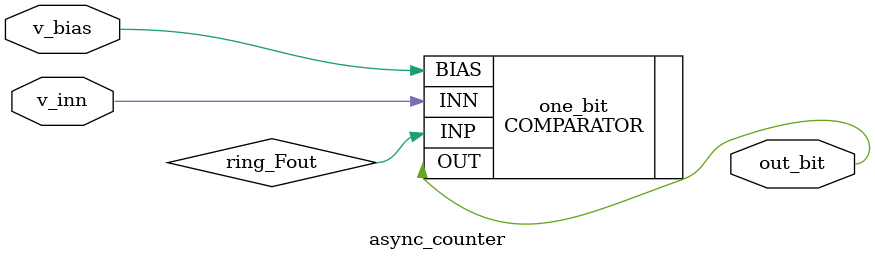
<source format=v>
module async_counter (out_bit,
    v_bias,
    v_inn);
 output out_bit;
 input v_bias;
 input v_inn;

 wire ring_Fout;

 COMPARATOR one_bit (.OUT(out_bit),
    .INP(ring_Fout),
    .INN(v_inn),
    .BIAS(v_bias));
 sky130_fd_sc_hd__decap_4 PHY_0 ();
 sky130_fd_sc_hd__decap_4 PHY_1 ();
 sky130_fd_sc_hd__decap_4 PHY_2 ();
 sky130_fd_sc_hd__decap_4 PHY_3 ();
 sky130_fd_sc_hd__decap_4 PHY_4 ();
 sky130_fd_sc_hd__decap_4 PHY_5 ();
 sky130_fd_sc_hd__decap_4 PHY_6 ();
 sky130_fd_sc_hd__decap_4 PHY_7 ();
 sky130_fd_sc_hd__decap_4 PHY_8 ();
 sky130_fd_sc_hd__decap_4 PHY_9 ();
 sky130_fd_sc_hd__decap_4 PHY_10 ();
 sky130_fd_sc_hd__decap_4 PHY_11 ();
 sky130_fd_sc_hd__decap_4 PHY_12 ();
 sky130_fd_sc_hd__decap_4 PHY_13 ();
 sky130_fd_sc_hd__decap_4 PHY_14 ();
 sky130_fd_sc_hd__decap_4 PHY_15 ();
 sky130_fd_sc_hd__decap_4 PHY_16 ();
 sky130_fd_sc_hd__decap_4 PHY_17 ();
 sky130_fd_sc_hd__decap_4 PHY_18 ();
 sky130_fd_sc_hd__decap_4 PHY_19 ();
 sky130_fd_sc_hd__decap_4 PHY_20 ();
 sky130_fd_sc_hd__decap_4 PHY_21 ();
 sky130_fd_sc_hd__decap_4 PHY_22 ();
 sky130_fd_sc_hd__decap_4 PHY_23 ();
 sky130_fd_sc_hd__decap_4 PHY_24 ();
 sky130_fd_sc_hd__decap_4 PHY_25 ();
 sky130_fd_sc_hd__decap_4 PHY_26 ();
 sky130_fd_sc_hd__decap_4 PHY_27 ();
 sky130_fd_sc_hd__decap_4 PHY_28 ();
 sky130_fd_sc_hd__decap_4 PHY_29 ();
 sky130_fd_sc_hd__decap_4 PHY_30 ();
 sky130_fd_sc_hd__decap_4 PHY_31 ();
 sky130_fd_sc_hd__decap_4 PHY_32 ();
 sky130_fd_sc_hd__decap_4 PHY_33 ();
 sky130_fd_sc_hd__decap_4 PHY_34 ();
 sky130_fd_sc_hd__decap_4 PHY_35 ();
 sky130_fd_sc_hd__decap_4 PHY_36 ();
 sky130_fd_sc_hd__decap_4 PHY_37 ();
 sky130_fd_sc_hd__decap_4 PHY_38 ();
 sky130_fd_sc_hd__decap_4 PHY_39 ();
 sky130_fd_sc_hd__decap_4 PHY_40 ();
 sky130_fd_sc_hd__decap_4 PHY_41 ();
 sky130_fd_sc_hd__decap_4 PHY_42 ();
 sky130_fd_sc_hd__decap_4 PHY_43 ();
 sky130_fd_sc_hd__decap_4 PHY_44 ();
 sky130_fd_sc_hd__decap_4 PHY_45 ();
 sky130_fd_sc_hd__decap_4 PHY_46 ();
 sky130_fd_sc_hd__decap_4 PHY_47 ();
 sky130_fd_sc_hd__decap_4 PHY_48 ();
 sky130_fd_sc_hd__decap_4 PHY_49 ();
 sky130_fd_sc_hd__decap_4 PHY_50 ();
 sky130_fd_sc_hd__decap_4 PHY_51 ();
 sky130_fd_sc_hd__decap_4 PHY_52 ();
 sky130_fd_sc_hd__decap_4 PHY_53 ();
 sky130_fd_sc_hd__decap_4 PHY_54 ();
 sky130_fd_sc_hd__decap_4 PHY_55 ();
 sky130_fd_sc_hd__decap_4 PHY_56 ();
 sky130_fd_sc_hd__decap_4 PHY_57 ();
 sky130_fd_sc_hd__decap_4 PHY_58 ();
 sky130_fd_sc_hd__decap_4 PHY_59 ();
 sky130_fd_sc_hd__decap_4 PHY_60 ();
 sky130_fd_sc_hd__decap_4 PHY_61 ();
 sky130_fd_sc_hd__decap_4 PHY_62 ();
 sky130_fd_sc_hd__decap_4 PHY_63 ();
 sky130_fd_sc_hd__decap_4 PHY_64 ();
 sky130_fd_sc_hd__decap_4 PHY_65 ();
 sky130_fd_sc_hd__decap_4 PHY_66 ();
 sky130_fd_sc_hd__decap_4 PHY_67 ();
 sky130_fd_sc_hd__decap_4 PHY_68 ();
 sky130_fd_sc_hd__decap_4 PHY_69 ();
 sky130_fd_sc_hd__decap_4 PHY_70 ();
 sky130_fd_sc_hd__decap_4 PHY_71 ();
 sky130_fd_sc_hd__decap_4 PHY_72 ();
 sky130_fd_sc_hd__decap_4 PHY_73 ();
 sky130_fd_sc_hd__decap_4 PHY_74 ();
 sky130_fd_sc_hd__decap_4 PHY_75 ();
 sky130_fd_sc_hd__decap_4 PHY_76 ();
 sky130_fd_sc_hd__decap_4 PHY_77 ();
 sky130_fd_sc_hd__decap_4 PHY_78 ();
 sky130_fd_sc_hd__decap_4 PHY_79 ();
 sky130_fd_sc_hd__decap_4 PHY_80 ();
 sky130_fd_sc_hd__decap_4 PHY_81 ();
 sky130_fd_sc_hd__decap_4 PHY_82 ();
 sky130_fd_sc_hd__decap_4 PHY_83 ();
 sky130_fd_sc_hd__decap_4 PHY_84 ();
 sky130_fd_sc_hd__decap_4 PHY_85 ();
 sky130_fd_sc_hd__decap_4 PHY_86 ();
 sky130_fd_sc_hd__decap_4 PHY_87 ();
 sky130_fd_sc_hd__decap_4 PHY_88 ();
 sky130_fd_sc_hd__decap_4 PHY_89 ();
 sky130_fd_sc_hd__decap_4 PHY_90 ();
 sky130_fd_sc_hd__decap_4 PHY_91 ();
 sky130_fd_sc_hd__decap_4 PHY_92 ();
 sky130_fd_sc_hd__decap_4 PHY_93 ();
 sky130_fd_sc_hd__decap_4 PHY_94 ();
 sky130_fd_sc_hd__decap_4 PHY_95 ();
 sky130_fd_sc_hd__decap_4 PHY_96 ();
 sky130_fd_sc_hd__decap_4 PHY_97 ();
 sky130_fd_sc_hd__decap_4 PHY_98 ();
 sky130_fd_sc_hd__decap_4 PHY_99 ();
 sky130_fd_sc_hd__decap_4 PHY_100 ();
 sky130_fd_sc_hd__decap_4 PHY_101 ();
 sky130_fd_sc_hd__decap_4 PHY_102 ();
 sky130_fd_sc_hd__decap_4 PHY_103 ();
 sky130_fd_sc_hd__decap_4 PHY_104 ();
 sky130_fd_sc_hd__decap_4 PHY_105 ();
 sky130_fd_sc_hd__decap_4 PHY_106 ();
 sky130_fd_sc_hd__decap_4 PHY_107 ();
 sky130_fd_sc_hd__decap_4 PHY_108 ();
 sky130_fd_sc_hd__decap_4 PHY_109 ();
 sky130_fd_sc_hd__decap_4 PHY_110 ();
 sky130_fd_sc_hd__decap_4 PHY_111 ();
 sky130_fd_sc_hd__decap_4 PHY_112 ();
 sky130_fd_sc_hd__decap_4 PHY_113 ();
 sky130_fd_sc_hd__decap_4 PHY_114 ();
 sky130_fd_sc_hd__decap_4 PHY_115 ();
 sky130_fd_sc_hd__decap_4 PHY_116 ();
 sky130_fd_sc_hd__decap_4 PHY_117 ();
 sky130_fd_sc_hd__decap_4 PHY_118 ();
 sky130_fd_sc_hd__decap_4 PHY_119 ();
 sky130_fd_sc_hd__decap_4 PHY_120 ();
 sky130_fd_sc_hd__decap_4 PHY_121 ();
 sky130_fd_sc_hd__decap_4 PHY_122 ();
 sky130_fd_sc_hd__decap_4 PHY_123 ();
 sky130_fd_sc_hd__decap_4 PHY_124 ();
 sky130_fd_sc_hd__decap_4 PHY_125 ();
 sky130_fd_sc_hd__decap_4 PHY_126 ();
 sky130_fd_sc_hd__decap_4 PHY_127 ();
 sky130_fd_sc_hd__decap_4 PHY_128 ();
 sky130_fd_sc_hd__decap_4 PHY_129 ();
 sky130_fd_sc_hd__decap_4 PHY_130 ();
 sky130_fd_sc_hd__decap_4 PHY_131 ();
 sky130_fd_sc_hd__decap_4 PHY_132 ();
 sky130_fd_sc_hd__decap_4 PHY_133 ();
 sky130_fd_sc_hd__decap_4 PHY_134 ();
 sky130_fd_sc_hd__decap_4 PHY_135 ();
 sky130_fd_sc_hd__decap_4 PHY_136 ();
 sky130_fd_sc_hd__decap_4 PHY_137 ();
 sky130_fd_sc_hd__decap_4 PHY_138 ();
 sky130_fd_sc_hd__decap_4 PHY_139 ();
 sky130_fd_sc_hd__decap_4 PHY_140 ();
 sky130_fd_sc_hd__decap_4 PHY_141 ();
 sky130_fd_sc_hd__decap_4 PHY_142 ();
 sky130_fd_sc_hd__decap_4 PHY_143 ();
 sky130_fd_sc_hd__decap_4 PHY_144 ();
 sky130_fd_sc_hd__decap_4 PHY_145 ();
 sky130_fd_sc_hd__decap_4 PHY_146 ();
 sky130_fd_sc_hd__decap_4 PHY_147 ();
 sky130_fd_sc_hd__decap_4 PHY_148 ();
 sky130_fd_sc_hd__decap_4 PHY_149 ();
 sky130_fd_sc_hd__decap_4 PHY_150 ();
 sky130_fd_sc_hd__decap_4 PHY_151 ();
 sky130_fd_sc_hd__decap_4 PHY_152 ();
 sky130_fd_sc_hd__decap_4 PHY_153 ();
 sky130_fd_sc_hd__decap_4 PHY_154 ();
 sky130_fd_sc_hd__decap_4 PHY_155 ();
 sky130_fd_sc_hd__decap_4 PHY_156 ();
 sky130_fd_sc_hd__decap_4 PHY_157 ();
 sky130_fd_sc_hd__decap_4 PHY_158 ();
 sky130_fd_sc_hd__decap_4 PHY_159 ();
 sky130_fd_sc_hd__decap_4 PHY_160 ();
 sky130_fd_sc_hd__decap_4 PHY_161 ();
 sky130_fd_sc_hd__decap_4 PHY_162 ();
 sky130_fd_sc_hd__decap_4 PHY_163 ();
 sky130_fd_sc_hd__decap_4 PHY_164 ();
 sky130_fd_sc_hd__decap_4 PHY_165 ();
 sky130_fd_sc_hd__decap_4 PHY_166 ();
 sky130_fd_sc_hd__decap_4 PHY_167 ();
 sky130_fd_sc_hd__decap_4 PHY_168 ();
 sky130_fd_sc_hd__decap_4 PHY_169 ();
 sky130_fd_sc_hd__decap_4 PHY_170 ();
 sky130_fd_sc_hd__decap_4 PHY_171 ();
 sky130_fd_sc_hd__decap_4 PHY_172 ();
 sky130_fd_sc_hd__decap_4 PHY_173 ();
 sky130_fd_sc_hd__decap_4 PHY_174 ();
 sky130_fd_sc_hd__decap_4 PHY_175 ();
 sky130_fd_sc_hd__decap_4 PHY_176 ();
 sky130_fd_sc_hd__decap_4 PHY_177 ();
 sky130_fd_sc_hd__decap_4 PHY_178 ();
 sky130_fd_sc_hd__decap_4 PHY_179 ();
 sky130_fd_sc_hd__decap_4 PHY_180 ();
 sky130_fd_sc_hd__decap_4 PHY_181 ();
 sky130_fd_sc_hd__decap_4 PHY_182 ();
 sky130_fd_sc_hd__decap_4 PHY_183 ();
 sky130_fd_sc_hd__decap_4 PHY_184 ();
 sky130_fd_sc_hd__decap_4 PHY_185 ();
 sky130_fd_sc_hd__decap_4 PHY_186 ();
 sky130_fd_sc_hd__decap_4 PHY_187 ();
 sky130_fd_sc_hd__tapvpwrvgnd_1 TAP_188 ();
 sky130_fd_sc_hd__tapvpwrvgnd_1 TAP_189 ();
 sky130_fd_sc_hd__tapvpwrvgnd_1 TAP_190 ();
 sky130_fd_sc_hd__tapvpwrvgnd_1 TAP_191 ();
 sky130_fd_sc_hd__tapvpwrvgnd_1 TAP_192 ();
 sky130_fd_sc_hd__tapvpwrvgnd_1 TAP_193 ();
 sky130_fd_sc_hd__tapvpwrvgnd_1 TAP_194 ();
 sky130_fd_sc_hd__tapvpwrvgnd_1 TAP_195 ();
 sky130_fd_sc_hd__tapvpwrvgnd_1 TAP_196 ();
 sky130_fd_sc_hd__tapvpwrvgnd_1 TAP_197 ();
 sky130_fd_sc_hd__tapvpwrvgnd_1 TAP_198 ();
 sky130_fd_sc_hd__tapvpwrvgnd_1 TAP_199 ();
 sky130_fd_sc_hd__tapvpwrvgnd_1 TAP_200 ();
 sky130_fd_sc_hd__tapvpwrvgnd_1 TAP_201 ();
 sky130_fd_sc_hd__tapvpwrvgnd_1 TAP_202 ();
 sky130_fd_sc_hd__tapvpwrvgnd_1 TAP_203 ();
 sky130_fd_sc_hd__tapvpwrvgnd_1 TAP_204 ();
 sky130_fd_sc_hd__tapvpwrvgnd_1 TAP_205 ();
 sky130_fd_sc_hd__tapvpwrvgnd_1 TAP_206 ();
 sky130_fd_sc_hd__tapvpwrvgnd_1 TAP_207 ();
 sky130_fd_sc_hd__tapvpwrvgnd_1 TAP_208 ();
 sky130_fd_sc_hd__tapvpwrvgnd_1 TAP_209 ();
 sky130_fd_sc_hd__tapvpwrvgnd_1 TAP_210 ();
 sky130_fd_sc_hd__tapvpwrvgnd_1 TAP_211 ();
 sky130_fd_sc_hd__tapvpwrvgnd_1 TAP_212 ();
 sky130_fd_sc_hd__tapvpwrvgnd_1 TAP_213 ();
 sky130_fd_sc_hd__tapvpwrvgnd_1 TAP_214 ();
 sky130_fd_sc_hd__tapvpwrvgnd_1 TAP_215 ();
 sky130_fd_sc_hd__tapvpwrvgnd_1 TAP_216 ();
 sky130_fd_sc_hd__tapvpwrvgnd_1 TAP_217 ();
 sky130_fd_sc_hd__tapvpwrvgnd_1 TAP_218 ();
 sky130_fd_sc_hd__tapvpwrvgnd_1 TAP_219 ();
 sky130_fd_sc_hd__tapvpwrvgnd_1 TAP_220 ();
 sky130_fd_sc_hd__tapvpwrvgnd_1 TAP_221 ();
 sky130_fd_sc_hd__tapvpwrvgnd_1 TAP_222 ();
 sky130_fd_sc_hd__tapvpwrvgnd_1 TAP_223 ();
 sky130_fd_sc_hd__tapvpwrvgnd_1 TAP_224 ();
 sky130_fd_sc_hd__tapvpwrvgnd_1 TAP_225 ();
 sky130_fd_sc_hd__tapvpwrvgnd_1 TAP_226 ();
 sky130_fd_sc_hd__tapvpwrvgnd_1 TAP_227 ();
 sky130_fd_sc_hd__tapvpwrvgnd_1 TAP_228 ();
 sky130_fd_sc_hd__tapvpwrvgnd_1 TAP_229 ();
 sky130_fd_sc_hd__tapvpwrvgnd_1 TAP_230 ();
 sky130_fd_sc_hd__tapvpwrvgnd_1 TAP_231 ();
 sky130_fd_sc_hd__tapvpwrvgnd_1 TAP_232 ();
 sky130_fd_sc_hd__tapvpwrvgnd_1 TAP_233 ();
 sky130_fd_sc_hd__tapvpwrvgnd_1 TAP_234 ();
 sky130_fd_sc_hd__tapvpwrvgnd_1 TAP_235 ();
 sky130_fd_sc_hd__tapvpwrvgnd_1 TAP_236 ();
 sky130_fd_sc_hd__tapvpwrvgnd_1 TAP_237 ();
 sky130_fd_sc_hd__tapvpwrvgnd_1 TAP_238 ();
 sky130_fd_sc_hd__tapvpwrvgnd_1 TAP_239 ();
 sky130_fd_sc_hd__tapvpwrvgnd_1 TAP_240 ();
 sky130_fd_sc_hd__tapvpwrvgnd_1 TAP_241 ();
 sky130_fd_sc_hd__tapvpwrvgnd_1 TAP_242 ();
 sky130_fd_sc_hd__tapvpwrvgnd_1 TAP_243 ();
 sky130_fd_sc_hd__tapvpwrvgnd_1 TAP_244 ();
 sky130_fd_sc_hd__tapvpwrvgnd_1 TAP_245 ();
 sky130_fd_sc_hd__tapvpwrvgnd_1 TAP_246 ();
 sky130_fd_sc_hd__tapvpwrvgnd_1 TAP_247 ();
 sky130_fd_sc_hd__tapvpwrvgnd_1 TAP_248 ();
 sky130_fd_sc_hd__tapvpwrvgnd_1 TAP_249 ();
 sky130_fd_sc_hd__tapvpwrvgnd_1 TAP_250 ();
 sky130_fd_sc_hd__tapvpwrvgnd_1 TAP_251 ();
 sky130_fd_sc_hd__tapvpwrvgnd_1 TAP_252 ();
 sky130_fd_sc_hd__tapvpwrvgnd_1 TAP_253 ();
 sky130_fd_sc_hd__tapvpwrvgnd_1 TAP_254 ();
 sky130_fd_sc_hd__tapvpwrvgnd_1 TAP_255 ();
 sky130_fd_sc_hd__tapvpwrvgnd_1 TAP_256 ();
 sky130_fd_sc_hd__tapvpwrvgnd_1 TAP_257 ();
 sky130_fd_sc_hd__tapvpwrvgnd_1 TAP_258 ();
 sky130_fd_sc_hd__tapvpwrvgnd_1 TAP_259 ();
 sky130_fd_sc_hd__tapvpwrvgnd_1 TAP_260 ();
 sky130_fd_sc_hd__tapvpwrvgnd_1 TAP_261 ();
 sky130_fd_sc_hd__tapvpwrvgnd_1 TAP_262 ();
 sky130_fd_sc_hd__tapvpwrvgnd_1 TAP_263 ();
 sky130_fd_sc_hd__tapvpwrvgnd_1 TAP_264 ();
 sky130_fd_sc_hd__tapvpwrvgnd_1 TAP_265 ();
 sky130_fd_sc_hd__tapvpwrvgnd_1 TAP_266 ();
 sky130_fd_sc_hd__tapvpwrvgnd_1 TAP_267 ();
 sky130_fd_sc_hd__tapvpwrvgnd_1 TAP_268 ();
 sky130_fd_sc_hd__tapvpwrvgnd_1 TAP_269 ();
 sky130_fd_sc_hd__tapvpwrvgnd_1 TAP_270 ();
 sky130_fd_sc_hd__tapvpwrvgnd_1 TAP_271 ();
 sky130_fd_sc_hd__tapvpwrvgnd_1 TAP_272 ();
 sky130_fd_sc_hd__tapvpwrvgnd_1 TAP_273 ();
 sky130_fd_sc_hd__tapvpwrvgnd_1 TAP_274 ();
 sky130_fd_sc_hd__tapvpwrvgnd_1 TAP_275 ();
 sky130_fd_sc_hd__tapvpwrvgnd_1 TAP_276 ();
 sky130_fd_sc_hd__tapvpwrvgnd_1 TAP_277 ();
 sky130_fd_sc_hd__tapvpwrvgnd_1 TAP_278 ();
 sky130_fd_sc_hd__tapvpwrvgnd_1 TAP_279 ();
 sky130_fd_sc_hd__tapvpwrvgnd_1 TAP_280 ();
 sky130_fd_sc_hd__tapvpwrvgnd_1 TAP_281 ();
 sky130_fd_sc_hd__tapvpwrvgnd_1 TAP_282 ();
 sky130_fd_sc_hd__tapvpwrvgnd_1 TAP_283 ();
 sky130_fd_sc_hd__tapvpwrvgnd_1 TAP_284 ();
 sky130_fd_sc_hd__tapvpwrvgnd_1 TAP_285 ();
 sky130_fd_sc_hd__tapvpwrvgnd_1 TAP_286 ();
 sky130_fd_sc_hd__tapvpwrvgnd_1 TAP_287 ();
 sky130_fd_sc_hd__tapvpwrvgnd_1 TAP_288 ();
 sky130_fd_sc_hd__tapvpwrvgnd_1 TAP_289 ();
 sky130_fd_sc_hd__tapvpwrvgnd_1 TAP_290 ();
 sky130_fd_sc_hd__tapvpwrvgnd_1 TAP_291 ();
 sky130_fd_sc_hd__tapvpwrvgnd_1 TAP_292 ();
 sky130_fd_sc_hd__tapvpwrvgnd_1 TAP_293 ();
 sky130_fd_sc_hd__tapvpwrvgnd_1 TAP_294 ();
 sky130_fd_sc_hd__tapvpwrvgnd_1 TAP_295 ();
 sky130_fd_sc_hd__tapvpwrvgnd_1 TAP_296 ();
 sky130_fd_sc_hd__tapvpwrvgnd_1 TAP_297 ();
 sky130_fd_sc_hd__tapvpwrvgnd_1 TAP_298 ();
 sky130_fd_sc_hd__tapvpwrvgnd_1 TAP_299 ();
 sky130_fd_sc_hd__tapvpwrvgnd_1 TAP_300 ();
 sky130_fd_sc_hd__tapvpwrvgnd_1 TAP_301 ();
 sky130_fd_sc_hd__tapvpwrvgnd_1 TAP_302 ();
 sky130_fd_sc_hd__tapvpwrvgnd_1 TAP_303 ();
 sky130_fd_sc_hd__tapvpwrvgnd_1 TAP_304 ();
 sky130_fd_sc_hd__tapvpwrvgnd_1 TAP_305 ();
 sky130_fd_sc_hd__tapvpwrvgnd_1 TAP_306 ();
 sky130_fd_sc_hd__tapvpwrvgnd_1 TAP_307 ();
 sky130_fd_sc_hd__tapvpwrvgnd_1 TAP_308 ();
 sky130_fd_sc_hd__tapvpwrvgnd_1 TAP_309 ();
 sky130_fd_sc_hd__tapvpwrvgnd_1 TAP_310 ();
 sky130_fd_sc_hd__tapvpwrvgnd_1 TAP_311 ();
 sky130_fd_sc_hd__tapvpwrvgnd_1 TAP_312 ();
 sky130_fd_sc_hd__tapvpwrvgnd_1 TAP_313 ();
 sky130_fd_sc_hd__tapvpwrvgnd_1 TAP_314 ();
 sky130_fd_sc_hd__tapvpwrvgnd_1 TAP_315 ();
 sky130_fd_sc_hd__tapvpwrvgnd_1 TAP_316 ();
 sky130_fd_sc_hd__tapvpwrvgnd_1 TAP_317 ();
 sky130_fd_sc_hd__tapvpwrvgnd_1 TAP_318 ();
 sky130_fd_sc_hd__tapvpwrvgnd_1 TAP_319 ();
 sky130_fd_sc_hd__tapvpwrvgnd_1 TAP_320 ();
 sky130_fd_sc_hd__tapvpwrvgnd_1 TAP_321 ();
 sky130_fd_sc_hd__tapvpwrvgnd_1 TAP_322 ();
 sky130_fd_sc_hd__tapvpwrvgnd_1 TAP_323 ();
 sky130_fd_sc_hd__tapvpwrvgnd_1 TAP_324 ();
 sky130_fd_sc_hd__tapvpwrvgnd_1 TAP_325 ();
 sky130_fd_sc_hd__tapvpwrvgnd_1 TAP_326 ();
 sky130_fd_sc_hd__tapvpwrvgnd_1 TAP_327 ();
 sky130_fd_sc_hd__tapvpwrvgnd_1 TAP_328 ();
 sky130_fd_sc_hd__tapvpwrvgnd_1 TAP_329 ();
 sky130_fd_sc_hd__tapvpwrvgnd_1 TAP_330 ();
 sky130_fd_sc_hd__tapvpwrvgnd_1 TAP_331 ();
 sky130_fd_sc_hd__tapvpwrvgnd_1 TAP_332 ();
 sky130_fd_sc_hd__tapvpwrvgnd_1 TAP_333 ();
 sky130_fd_sc_hd__tapvpwrvgnd_1 TAP_334 ();
 sky130_fd_sc_hd__tapvpwrvgnd_1 TAP_335 ();
 sky130_fd_sc_hd__tapvpwrvgnd_1 TAP_336 ();
 sky130_fd_sc_hd__tapvpwrvgnd_1 TAP_337 ();
 sky130_fd_sc_hd__tapvpwrvgnd_1 TAP_338 ();
 sky130_fd_sc_hd__tapvpwrvgnd_1 TAP_339 ();
 sky130_fd_sc_hd__tapvpwrvgnd_1 TAP_340 ();
 sky130_fd_sc_hd__tapvpwrvgnd_1 TAP_341 ();
 sky130_fd_sc_hd__tapvpwrvgnd_1 TAP_342 ();
 sky130_fd_sc_hd__tapvpwrvgnd_1 TAP_343 ();
 sky130_fd_sc_hd__tapvpwrvgnd_1 TAP_344 ();
 sky130_fd_sc_hd__tapvpwrvgnd_1 TAP_345 ();
 sky130_fd_sc_hd__tapvpwrvgnd_1 TAP_346 ();
 sky130_fd_sc_hd__tapvpwrvgnd_1 TAP_347 ();
 sky130_fd_sc_hd__tapvpwrvgnd_1 TAP_348 ();
 sky130_fd_sc_hd__tapvpwrvgnd_1 TAP_349 ();
 sky130_fd_sc_hd__tapvpwrvgnd_1 TAP_350 ();
 sky130_fd_sc_hd__tapvpwrvgnd_1 TAP_351 ();
 sky130_fd_sc_hd__tapvpwrvgnd_1 TAP_352 ();
 sky130_fd_sc_hd__tapvpwrvgnd_1 TAP_353 ();
 sky130_fd_sc_hd__tapvpwrvgnd_1 TAP_354 ();
 sky130_fd_sc_hd__tapvpwrvgnd_1 TAP_355 ();
 sky130_fd_sc_hd__tapvpwrvgnd_1 TAP_356 ();
 sky130_fd_sc_hd__tapvpwrvgnd_1 TAP_357 ();
 sky130_fd_sc_hd__tapvpwrvgnd_1 TAP_358 ();
 sky130_fd_sc_hd__tapvpwrvgnd_1 TAP_359 ();
 sky130_fd_sc_hd__tapvpwrvgnd_1 TAP_360 ();
 sky130_fd_sc_hd__tapvpwrvgnd_1 TAP_361 ();
 sky130_fd_sc_hd__tapvpwrvgnd_1 TAP_362 ();
 sky130_fd_sc_hd__tapvpwrvgnd_1 TAP_363 ();
 sky130_fd_sc_hd__tapvpwrvgnd_1 TAP_364 ();
 sky130_fd_sc_hd__tapvpwrvgnd_1 TAP_365 ();
 sky130_fd_sc_hd__tapvpwrvgnd_1 TAP_366 ();
 sky130_fd_sc_hd__tapvpwrvgnd_1 TAP_367 ();
 sky130_fd_sc_hd__tapvpwrvgnd_1 TAP_368 ();
 sky130_fd_sc_hd__tapvpwrvgnd_1 TAP_369 ();
 sky130_fd_sc_hd__tapvpwrvgnd_1 TAP_370 ();
 sky130_fd_sc_hd__tapvpwrvgnd_1 TAP_371 ();
 sky130_fd_sc_hd__tapvpwrvgnd_1 TAP_372 ();
 sky130_fd_sc_hd__tapvpwrvgnd_1 TAP_373 ();
 sky130_fd_sc_hd__tapvpwrvgnd_1 TAP_374 ();
 sky130_fd_sc_hd__tapvpwrvgnd_1 TAP_375 ();
 sky130_fd_sc_hd__tapvpwrvgnd_1 TAP_376 ();
 sky130_fd_sc_hd__tapvpwrvgnd_1 TAP_377 ();
 sky130_fd_sc_hd__tapvpwrvgnd_1 TAP_378 ();
 sky130_fd_sc_hd__tapvpwrvgnd_1 TAP_379 ();
 sky130_fd_sc_hd__tapvpwrvgnd_1 TAP_380 ();
 sky130_fd_sc_hd__tapvpwrvgnd_1 TAP_381 ();
 sky130_fd_sc_hd__tapvpwrvgnd_1 TAP_382 ();
 sky130_fd_sc_hd__tapvpwrvgnd_1 TAP_383 ();
 sky130_fd_sc_hd__tapvpwrvgnd_1 TAP_384 ();
 sky130_fd_sc_hd__tapvpwrvgnd_1 TAP_385 ();
 sky130_fd_sc_hd__tapvpwrvgnd_1 TAP_386 ();
 sky130_fd_sc_hd__tapvpwrvgnd_1 TAP_387 ();
 sky130_fd_sc_hd__tapvpwrvgnd_1 TAP_388 ();
 sky130_fd_sc_hd__tapvpwrvgnd_1 TAP_389 ();
 sky130_fd_sc_hd__tapvpwrvgnd_1 TAP_390 ();
 sky130_fd_sc_hd__tapvpwrvgnd_1 TAP_391 ();
 sky130_fd_sc_hd__tapvpwrvgnd_1 TAP_392 ();
 sky130_fd_sc_hd__tapvpwrvgnd_1 TAP_393 ();
 sky130_fd_sc_hd__tapvpwrvgnd_1 TAP_394 ();
 sky130_fd_sc_hd__tapvpwrvgnd_1 TAP_395 ();
 sky130_fd_sc_hd__tapvpwrvgnd_1 TAP_396 ();
 sky130_fd_sc_hd__tapvpwrvgnd_1 TAP_397 ();
 sky130_fd_sc_hd__tapvpwrvgnd_1 TAP_398 ();
 sky130_fd_sc_hd__tapvpwrvgnd_1 TAP_399 ();
 sky130_fd_sc_hd__tapvpwrvgnd_1 TAP_400 ();
 sky130_fd_sc_hd__tapvpwrvgnd_1 TAP_401 ();
 sky130_fd_sc_hd__tapvpwrvgnd_1 TAP_402 ();
 sky130_fd_sc_hd__tapvpwrvgnd_1 TAP_403 ();
 sky130_fd_sc_hd__tapvpwrvgnd_1 TAP_404 ();
 sky130_fd_sc_hd__tapvpwrvgnd_1 TAP_405 ();
 sky130_fd_sc_hd__tapvpwrvgnd_1 TAP_406 ();
 sky130_fd_sc_hd__tapvpwrvgnd_1 TAP_407 ();
 sky130_fd_sc_hd__tapvpwrvgnd_1 TAP_408 ();
 sky130_fd_sc_hd__tapvpwrvgnd_1 TAP_409 ();
 sky130_fd_sc_hd__tapvpwrvgnd_1 TAP_410 ();
 sky130_fd_sc_hd__tapvpwrvgnd_1 TAP_411 ();
 sky130_fd_sc_hd__tapvpwrvgnd_1 TAP_412 ();
 sky130_fd_sc_hd__tapvpwrvgnd_1 TAP_413 ();
 sky130_fd_sc_hd__tapvpwrvgnd_1 TAP_414 ();
 sky130_fd_sc_hd__tapvpwrvgnd_1 TAP_415 ();
 sky130_fd_sc_hd__tapvpwrvgnd_1 TAP_416 ();
 sky130_fd_sc_hd__tapvpwrvgnd_1 TAP_417 ();
 sky130_fd_sc_hd__tapvpwrvgnd_1 TAP_418 ();
 sky130_fd_sc_hd__tapvpwrvgnd_1 TAP_419 ();
 sky130_fd_sc_hd__tapvpwrvgnd_1 TAP_420 ();
 sky130_fd_sc_hd__tapvpwrvgnd_1 TAP_421 ();
 sky130_fd_sc_hd__tapvpwrvgnd_1 TAP_422 ();
 sky130_fd_sc_hd__tapvpwrvgnd_1 TAP_423 ();
 sky130_fd_sc_hd__tapvpwrvgnd_1 TAP_424 ();
 sky130_fd_sc_hd__tapvpwrvgnd_1 TAP_425 ();
 sky130_fd_sc_hd__tapvpwrvgnd_1 TAP_426 ();
 sky130_fd_sc_hd__tapvpwrvgnd_1 TAP_427 ();
 sky130_fd_sc_hd__tapvpwrvgnd_1 TAP_428 ();
 sky130_fd_sc_hd__tapvpwrvgnd_1 TAP_429 ();
 sky130_fd_sc_hd__tapvpwrvgnd_1 TAP_430 ();
 sky130_fd_sc_hd__tapvpwrvgnd_1 TAP_431 ();
 sky130_fd_sc_hd__tapvpwrvgnd_1 TAP_432 ();
 sky130_fd_sc_hd__tapvpwrvgnd_1 TAP_433 ();
 sky130_fd_sc_hd__tapvpwrvgnd_1 TAP_434 ();
 sky130_fd_sc_hd__tapvpwrvgnd_1 TAP_435 ();
 sky130_fd_sc_hd__tapvpwrvgnd_1 TAP_436 ();
 sky130_fd_sc_hd__tapvpwrvgnd_1 TAP_437 ();
 sky130_fd_sc_hd__tapvpwrvgnd_1 TAP_438 ();
 sky130_fd_sc_hd__tapvpwrvgnd_1 TAP_439 ();
 sky130_fd_sc_hd__tapvpwrvgnd_1 TAP_440 ();
 sky130_fd_sc_hd__tapvpwrvgnd_1 TAP_441 ();
 sky130_fd_sc_hd__tapvpwrvgnd_1 TAP_442 ();
 sky130_fd_sc_hd__tapvpwrvgnd_1 TAP_443 ();
 sky130_fd_sc_hd__tapvpwrvgnd_1 TAP_444 ();
 sky130_fd_sc_hd__tapvpwrvgnd_1 TAP_445 ();
 sky130_fd_sc_hd__tapvpwrvgnd_1 TAP_446 ();
 sky130_fd_sc_hd__tapvpwrvgnd_1 TAP_447 ();
 sky130_fd_sc_hd__tapvpwrvgnd_1 TAP_448 ();
 sky130_fd_sc_hd__tapvpwrvgnd_1 TAP_449 ();
 sky130_fd_sc_hd__tapvpwrvgnd_1 TAP_450 ();
 sky130_fd_sc_hd__tapvpwrvgnd_1 TAP_451 ();
 sky130_fd_sc_hd__tapvpwrvgnd_1 TAP_452 ();
 sky130_fd_sc_hd__tapvpwrvgnd_1 TAP_453 ();
 sky130_fd_sc_hd__tapvpwrvgnd_1 TAP_454 ();
 sky130_fd_sc_hd__tapvpwrvgnd_1 TAP_455 ();
 sky130_fd_sc_hd__tapvpwrvgnd_1 TAP_456 ();
 sky130_fd_sc_hd__tapvpwrvgnd_1 TAP_457 ();
 sky130_fd_sc_hd__tapvpwrvgnd_1 TAP_458 ();
 sky130_fd_sc_hd__tapvpwrvgnd_1 TAP_459 ();
 sky130_fd_sc_hd__tapvpwrvgnd_1 TAP_460 ();
 sky130_fd_sc_hd__tapvpwrvgnd_1 TAP_461 ();
 sky130_fd_sc_hd__tapvpwrvgnd_1 TAP_462 ();
 sky130_fd_sc_hd__tapvpwrvgnd_1 TAP_463 ();
 sky130_fd_sc_hd__tapvpwrvgnd_1 TAP_464 ();
 sky130_fd_sc_hd__tapvpwrvgnd_1 TAP_465 ();
 sky130_fd_sc_hd__tapvpwrvgnd_1 TAP_466 ();
 sky130_fd_sc_hd__tapvpwrvgnd_1 TAP_467 ();
 sky130_fd_sc_hd__tapvpwrvgnd_1 TAP_468 ();
 sky130_fd_sc_hd__tapvpwrvgnd_1 TAP_469 ();
 sky130_fd_sc_hd__tapvpwrvgnd_1 TAP_470 ();
 sky130_fd_sc_hd__tapvpwrvgnd_1 TAP_471 ();
 sky130_fd_sc_hd__tapvpwrvgnd_1 TAP_472 ();
 sky130_fd_sc_hd__tapvpwrvgnd_1 TAP_473 ();
 sky130_fd_sc_hd__tapvpwrvgnd_1 TAP_474 ();
 sky130_fd_sc_hd__tapvpwrvgnd_1 TAP_475 ();
 sky130_fd_sc_hd__tapvpwrvgnd_1 TAP_476 ();
 sky130_fd_sc_hd__tapvpwrvgnd_1 TAP_477 ();
 sky130_fd_sc_hd__tapvpwrvgnd_1 TAP_478 ();
 sky130_fd_sc_hd__tapvpwrvgnd_1 TAP_479 ();
 sky130_fd_sc_hd__tapvpwrvgnd_1 TAP_480 ();
 sky130_fd_sc_hd__tapvpwrvgnd_1 TAP_481 ();
 sky130_fd_sc_hd__tapvpwrvgnd_1 TAP_482 ();
 sky130_fd_sc_hd__tapvpwrvgnd_1 TAP_483 ();
 sky130_fd_sc_hd__tapvpwrvgnd_1 TAP_484 ();
 sky130_fd_sc_hd__tapvpwrvgnd_1 TAP_485 ();
 sky130_fd_sc_hd__tapvpwrvgnd_1 TAP_486 ();
 sky130_fd_sc_hd__tapvpwrvgnd_1 TAP_487 ();
 sky130_fd_sc_hd__tapvpwrvgnd_1 TAP_488 ();
 sky130_fd_sc_hd__tapvpwrvgnd_1 TAP_489 ();
 sky130_fd_sc_hd__tapvpwrvgnd_1 TAP_490 ();
 sky130_fd_sc_hd__tapvpwrvgnd_1 TAP_491 ();
 sky130_fd_sc_hd__tapvpwrvgnd_1 TAP_492 ();
 sky130_fd_sc_hd__tapvpwrvgnd_1 TAP_493 ();
 sky130_fd_sc_hd__tapvpwrvgnd_1 TAP_494 ();
 sky130_fd_sc_hd__tapvpwrvgnd_1 TAP_495 ();
 sky130_fd_sc_hd__tapvpwrvgnd_1 TAP_496 ();
 sky130_fd_sc_hd__tapvpwrvgnd_1 TAP_497 ();
 sky130_fd_sc_hd__tapvpwrvgnd_1 TAP_498 ();
 sky130_fd_sc_hd__tapvpwrvgnd_1 TAP_499 ();
 sky130_fd_sc_hd__tapvpwrvgnd_1 TAP_500 ();
 sky130_fd_sc_hd__tapvpwrvgnd_1 TAP_501 ();
 sky130_fd_sc_hd__tapvpwrvgnd_1 TAP_502 ();
 sky130_fd_sc_hd__tapvpwrvgnd_1 TAP_503 ();
 sky130_fd_sc_hd__tapvpwrvgnd_1 TAP_504 ();
 sky130_fd_sc_hd__tapvpwrvgnd_1 TAP_505 ();
 sky130_fd_sc_hd__tapvpwrvgnd_1 TAP_506 ();
 sky130_fd_sc_hd__tapvpwrvgnd_1 TAP_507 ();
 sky130_fd_sc_hd__tapvpwrvgnd_1 TAP_508 ();
 sky130_fd_sc_hd__tapvpwrvgnd_1 TAP_509 ();
 sky130_fd_sc_hd__tapvpwrvgnd_1 TAP_510 ();
 sky130_fd_sc_hd__tapvpwrvgnd_1 TAP_511 ();
 sky130_fd_sc_hd__tapvpwrvgnd_1 TAP_512 ();
 sky130_fd_sc_hd__tapvpwrvgnd_1 TAP_513 ();
 sky130_fd_sc_hd__tapvpwrvgnd_1 TAP_514 ();
 sky130_fd_sc_hd__tapvpwrvgnd_1 TAP_515 ();
 sky130_fd_sc_hd__tapvpwrvgnd_1 TAP_516 ();
 sky130_fd_sc_hd__tapvpwrvgnd_1 TAP_517 ();
 sky130_fd_sc_hd__tapvpwrvgnd_1 TAP_518 ();
 sky130_fd_sc_hd__tapvpwrvgnd_1 TAP_519 ();
 sky130_fd_sc_hd__tapvpwrvgnd_1 TAP_520 ();
 sky130_fd_sc_hd__tapvpwrvgnd_1 TAP_521 ();
 sky130_fd_sc_hd__tapvpwrvgnd_1 TAP_522 ();
 sky130_fd_sc_hd__tapvpwrvgnd_1 TAP_523 ();
 sky130_fd_sc_hd__tapvpwrvgnd_1 TAP_524 ();
 sky130_fd_sc_hd__tapvpwrvgnd_1 TAP_525 ();
 sky130_fd_sc_hd__tapvpwrvgnd_1 TAP_526 ();
 sky130_fd_sc_hd__tapvpwrvgnd_1 TAP_527 ();
 sky130_fd_sc_hd__tapvpwrvgnd_1 TAP_528 ();
 sky130_fd_sc_hd__tapvpwrvgnd_1 TAP_529 ();
 sky130_fd_sc_hd__tapvpwrvgnd_1 TAP_530 ();
 sky130_fd_sc_hd__tapvpwrvgnd_1 TAP_531 ();
 sky130_fd_sc_hd__tapvpwrvgnd_1 TAP_532 ();
 sky130_fd_sc_hd__tapvpwrvgnd_1 TAP_533 ();
 sky130_fd_sc_hd__tapvpwrvgnd_1 TAP_534 ();
 sky130_fd_sc_hd__tapvpwrvgnd_1 TAP_535 ();
 sky130_fd_sc_hd__tapvpwrvgnd_1 TAP_536 ();
 sky130_fd_sc_hd__tapvpwrvgnd_1 TAP_537 ();
 sky130_fd_sc_hd__tapvpwrvgnd_1 TAP_538 ();
 sky130_fd_sc_hd__tapvpwrvgnd_1 TAP_539 ();
 sky130_fd_sc_hd__tapvpwrvgnd_1 TAP_540 ();
 sky130_fd_sc_hd__tapvpwrvgnd_1 TAP_541 ();
 sky130_fd_sc_hd__tapvpwrvgnd_1 TAP_542 ();
 sky130_fd_sc_hd__tapvpwrvgnd_1 TAP_543 ();
 sky130_fd_sc_hd__tapvpwrvgnd_1 TAP_544 ();
 sky130_fd_sc_hd__tapvpwrvgnd_1 TAP_545 ();
 sky130_fd_sc_hd__tapvpwrvgnd_1 TAP_546 ();
 sky130_fd_sc_hd__tapvpwrvgnd_1 TAP_547 ();
 sky130_fd_sc_hd__tapvpwrvgnd_1 TAP_548 ();
 sky130_fd_sc_hd__tapvpwrvgnd_1 TAP_549 ();
 sky130_fd_sc_hd__tapvpwrvgnd_1 TAP_550 ();
 sky130_fd_sc_hd__tapvpwrvgnd_1 TAP_551 ();
 sky130_fd_sc_hd__tapvpwrvgnd_1 TAP_552 ();
 sky130_fd_sc_hd__tapvpwrvgnd_1 TAP_553 ();
 sky130_fd_sc_hd__tapvpwrvgnd_1 TAP_554 ();
 sky130_fd_sc_hd__tapvpwrvgnd_1 TAP_555 ();
 sky130_fd_sc_hd__tapvpwrvgnd_1 TAP_556 ();
 sky130_fd_sc_hd__tapvpwrvgnd_1 TAP_557 ();
 sky130_fd_sc_hd__tapvpwrvgnd_1 TAP_558 ();
 sky130_fd_sc_hd__tapvpwrvgnd_1 TAP_559 ();
 sky130_fd_sc_hd__tapvpwrvgnd_1 TAP_560 ();
 sky130_fd_sc_hd__tapvpwrvgnd_1 TAP_561 ();
 sky130_fd_sc_hd__tapvpwrvgnd_1 TAP_562 ();
 sky130_fd_sc_hd__tapvpwrvgnd_1 TAP_563 ();
 sky130_fd_sc_hd__tapvpwrvgnd_1 TAP_564 ();
 sky130_fd_sc_hd__tapvpwrvgnd_1 TAP_565 ();
 sky130_fd_sc_hd__tapvpwrvgnd_1 TAP_566 ();
 sky130_fd_sc_hd__tapvpwrvgnd_1 TAP_567 ();
 sky130_fd_sc_hd__tapvpwrvgnd_1 TAP_568 ();
 sky130_fd_sc_hd__tapvpwrvgnd_1 TAP_569 ();
 sky130_fd_sc_hd__tapvpwrvgnd_1 TAP_570 ();
 sky130_fd_sc_hd__tapvpwrvgnd_1 TAP_571 ();
 sky130_fd_sc_hd__tapvpwrvgnd_1 TAP_572 ();
 sky130_fd_sc_hd__tapvpwrvgnd_1 TAP_573 ();
 sky130_fd_sc_hd__tapvpwrvgnd_1 TAP_574 ();
 sky130_fd_sc_hd__tapvpwrvgnd_1 TAP_575 ();
 sky130_fd_sc_hd__tapvpwrvgnd_1 TAP_576 ();
 sky130_fd_sc_hd__tapvpwrvgnd_1 TAP_577 ();
 sky130_fd_sc_hd__tapvpwrvgnd_1 TAP_578 ();
 sky130_fd_sc_hd__tapvpwrvgnd_1 TAP_579 ();
 sky130_fd_sc_hd__tapvpwrvgnd_1 TAP_580 ();
 sky130_fd_sc_hd__tapvpwrvgnd_1 TAP_581 ();
 sky130_fd_sc_hd__tapvpwrvgnd_1 TAP_582 ();
 sky130_fd_sc_hd__tapvpwrvgnd_1 TAP_583 ();
 sky130_fd_sc_hd__tapvpwrvgnd_1 TAP_584 ();
 sky130_fd_sc_hd__tapvpwrvgnd_1 TAP_585 ();
 sky130_fd_sc_hd__tapvpwrvgnd_1 TAP_586 ();
 sky130_fd_sc_hd__tapvpwrvgnd_1 TAP_587 ();
 sky130_fd_sc_hd__tapvpwrvgnd_1 TAP_588 ();
 sky130_fd_sc_hd__tapvpwrvgnd_1 TAP_589 ();
 sky130_fd_sc_hd__tapvpwrvgnd_1 TAP_590 ();
 sky130_fd_sc_hd__tapvpwrvgnd_1 TAP_591 ();
 sky130_fd_sc_hd__tapvpwrvgnd_1 TAP_592 ();
 sky130_fd_sc_hd__tapvpwrvgnd_1 TAP_593 ();
 sky130_fd_sc_hd__tapvpwrvgnd_1 TAP_594 ();
 sky130_fd_sc_hd__tapvpwrvgnd_1 TAP_595 ();
 sky130_fd_sc_hd__tapvpwrvgnd_1 TAP_596 ();
 sky130_fd_sc_hd__tapvpwrvgnd_1 TAP_597 ();
 sky130_fd_sc_hd__tapvpwrvgnd_1 TAP_598 ();
 sky130_fd_sc_hd__tapvpwrvgnd_1 TAP_599 ();
 sky130_fd_sc_hd__tapvpwrvgnd_1 TAP_600 ();
 sky130_fd_sc_hd__tapvpwrvgnd_1 TAP_601 ();
 sky130_fd_sc_hd__tapvpwrvgnd_1 TAP_602 ();
 sky130_fd_sc_hd__tapvpwrvgnd_1 TAP_603 ();
 sky130_fd_sc_hd__tapvpwrvgnd_1 TAP_604 ();
 sky130_fd_sc_hd__tapvpwrvgnd_1 TAP_605 ();
 sky130_fd_sc_hd__tapvpwrvgnd_1 TAP_606 ();
 sky130_fd_sc_hd__tapvpwrvgnd_1 TAP_607 ();
 sky130_fd_sc_hd__tapvpwrvgnd_1 TAP_608 ();
 sky130_fd_sc_hd__tapvpwrvgnd_1 TAP_609 ();
 sky130_fd_sc_hd__tapvpwrvgnd_1 TAP_610 ();
 sky130_fd_sc_hd__tapvpwrvgnd_1 TAP_611 ();
 sky130_fd_sc_hd__tapvpwrvgnd_1 TAP_612 ();
 sky130_fd_sc_hd__tapvpwrvgnd_1 TAP_613 ();
 sky130_fd_sc_hd__tapvpwrvgnd_1 TAP_614 ();
 sky130_fd_sc_hd__tapvpwrvgnd_1 TAP_615 ();
 sky130_fd_sc_hd__tapvpwrvgnd_1 TAP_616 ();
 sky130_fd_sc_hd__tapvpwrvgnd_1 TAP_617 ();
 sky130_fd_sc_hd__tapvpwrvgnd_1 TAP_618 ();
 sky130_fd_sc_hd__tapvpwrvgnd_1 TAP_619 ();
 sky130_fd_sc_hd__tapvpwrvgnd_1 TAP_620 ();
 sky130_fd_sc_hd__tapvpwrvgnd_1 TAP_621 ();
 sky130_fd_sc_hd__tapvpwrvgnd_1 TAP_622 ();
 sky130_fd_sc_hd__tapvpwrvgnd_1 TAP_623 ();
 sky130_fd_sc_hd__tapvpwrvgnd_1 TAP_624 ();
 sky130_fd_sc_hd__tapvpwrvgnd_1 TAP_625 ();
 sky130_fd_sc_hd__tapvpwrvgnd_1 TAP_626 ();
 sky130_fd_sc_hd__tapvpwrvgnd_1 TAP_627 ();
 sky130_fd_sc_hd__tapvpwrvgnd_1 TAP_628 ();
 sky130_fd_sc_hd__tapvpwrvgnd_1 TAP_629 ();
 sky130_fd_sc_hd__tapvpwrvgnd_1 TAP_630 ();
 sky130_fd_sc_hd__tapvpwrvgnd_1 TAP_631 ();
 sky130_fd_sc_hd__tapvpwrvgnd_1 TAP_632 ();
 sky130_fd_sc_hd__tapvpwrvgnd_1 TAP_633 ();
 sky130_fd_sc_hd__tapvpwrvgnd_1 TAP_634 ();
 sky130_fd_sc_hd__tapvpwrvgnd_1 TAP_635 ();
 sky130_fd_sc_hd__tapvpwrvgnd_1 TAP_636 ();
 sky130_fd_sc_hd__tapvpwrvgnd_1 TAP_637 ();
 sky130_fd_sc_hd__tapvpwrvgnd_1 TAP_638 ();
 sky130_fd_sc_hd__tapvpwrvgnd_1 TAP_639 ();
 sky130_fd_sc_hd__tapvpwrvgnd_1 TAP_640 ();
 sky130_fd_sc_hd__tapvpwrvgnd_1 TAP_641 ();
 sky130_fd_sc_hd__tapvpwrvgnd_1 TAP_642 ();
 sky130_fd_sc_hd__tapvpwrvgnd_1 TAP_643 ();
 sky130_fd_sc_hd__tapvpwrvgnd_1 TAP_644 ();
 sky130_fd_sc_hd__tapvpwrvgnd_1 TAP_645 ();
 sky130_fd_sc_hd__tapvpwrvgnd_1 TAP_646 ();
 sky130_fd_sc_hd__tapvpwrvgnd_1 TAP_647 ();
 sky130_fd_sc_hd__tapvpwrvgnd_1 TAP_648 ();
 sky130_fd_sc_hd__tapvpwrvgnd_1 TAP_649 ();
 sky130_fd_sc_hd__tapvpwrvgnd_1 TAP_650 ();
 sky130_fd_sc_hd__tapvpwrvgnd_1 TAP_651 ();
 sky130_fd_sc_hd__tapvpwrvgnd_1 TAP_652 ();
 sky130_fd_sc_hd__tapvpwrvgnd_1 TAP_653 ();
 sky130_fd_sc_hd__tapvpwrvgnd_1 TAP_654 ();
 sky130_fd_sc_hd__tapvpwrvgnd_1 TAP_655 ();
 sky130_fd_sc_hd__tapvpwrvgnd_1 TAP_656 ();
 sky130_fd_sc_hd__tapvpwrvgnd_1 TAP_657 ();
 sky130_fd_sc_hd__tapvpwrvgnd_1 TAP_658 ();
 sky130_fd_sc_hd__tapvpwrvgnd_1 TAP_659 ();
 sky130_fd_sc_hd__tapvpwrvgnd_1 TAP_660 ();
 sky130_fd_sc_hd__tapvpwrvgnd_1 TAP_661 ();
 sky130_fd_sc_hd__tapvpwrvgnd_1 TAP_662 ();
 sky130_fd_sc_hd__tapvpwrvgnd_1 TAP_663 ();
 sky130_fd_sc_hd__tapvpwrvgnd_1 TAP_664 ();
 sky130_fd_sc_hd__tapvpwrvgnd_1 TAP_665 ();
 sky130_fd_sc_hd__tapvpwrvgnd_1 TAP_666 ();
 sky130_fd_sc_hd__tapvpwrvgnd_1 TAP_667 ();
 sky130_fd_sc_hd__tapvpwrvgnd_1 TAP_668 ();
 sky130_fd_sc_hd__tapvpwrvgnd_1 TAP_669 ();
 sky130_fd_sc_hd__tapvpwrvgnd_1 TAP_670 ();
 sky130_fd_sc_hd__tapvpwrvgnd_1 TAP_671 ();
 sky130_fd_sc_hd__tapvpwrvgnd_1 TAP_672 ();
 sky130_fd_sc_hd__tapvpwrvgnd_1 TAP_673 ();
 sky130_fd_sc_hd__tapvpwrvgnd_1 TAP_674 ();
 sky130_fd_sc_hd__tapvpwrvgnd_1 TAP_675 ();
 sky130_fd_sc_hd__tapvpwrvgnd_1 TAP_676 ();
 sky130_fd_sc_hd__tapvpwrvgnd_1 TAP_677 ();
 sky130_fd_sc_hd__tapvpwrvgnd_1 TAP_678 ();
 sky130_fd_sc_hd__tapvpwrvgnd_1 TAP_679 ();
 sky130_fd_sc_hd__tapvpwrvgnd_1 TAP_680 ();
 sky130_fd_sc_hd__tapvpwrvgnd_1 TAP_681 ();
 sky130_fd_sc_hd__tapvpwrvgnd_1 TAP_682 ();
 sky130_fd_sc_hd__tapvpwrvgnd_1 TAP_683 ();
 sky130_fd_sc_hd__tapvpwrvgnd_1 TAP_684 ();
 sky130_fd_sc_hd__tapvpwrvgnd_1 TAP_685 ();
 sky130_fd_sc_hd__tapvpwrvgnd_1 TAP_686 ();
 sky130_fd_sc_hd__tapvpwrvgnd_1 TAP_687 ();
 sky130_fd_sc_hd__tapvpwrvgnd_1 TAP_688 ();
 sky130_fd_sc_hd__tapvpwrvgnd_1 TAP_689 ();
 sky130_fd_sc_hd__tapvpwrvgnd_1 TAP_690 ();
 sky130_fd_sc_hd__tapvpwrvgnd_1 TAP_691 ();
 sky130_fd_sc_hd__tapvpwrvgnd_1 TAP_692 ();
 sky130_fd_sc_hd__tapvpwrvgnd_1 TAP_693 ();
 sky130_fd_sc_hd__tapvpwrvgnd_1 TAP_694 ();
 sky130_fd_sc_hd__tapvpwrvgnd_1 TAP_695 ();
 sky130_fd_sc_hd__tapvpwrvgnd_1 TAP_696 ();
 sky130_fd_sc_hd__tapvpwrvgnd_1 TAP_697 ();
 sky130_fd_sc_hd__tapvpwrvgnd_1 TAP_698 ();
 sky130_fd_sc_hd__tapvpwrvgnd_1 TAP_699 ();
 sky130_fd_sc_hd__tapvpwrvgnd_1 TAP_700 ();
 sky130_fd_sc_hd__tapvpwrvgnd_1 TAP_701 ();
 sky130_fd_sc_hd__tapvpwrvgnd_1 TAP_702 ();
 sky130_fd_sc_hd__tapvpwrvgnd_1 TAP_703 ();
 sky130_fd_sc_hd__tapvpwrvgnd_1 TAP_704 ();
 sky130_fd_sc_hd__tapvpwrvgnd_1 TAP_705 ();
 sky130_fd_sc_hd__tapvpwrvgnd_1 TAP_706 ();
 sky130_fd_sc_hd__tapvpwrvgnd_1 TAP_707 ();
 sky130_fd_sc_hd__tapvpwrvgnd_1 TAP_708 ();
 sky130_fd_sc_hd__tapvpwrvgnd_1 TAP_709 ();
 sky130_fd_sc_hd__tapvpwrvgnd_1 TAP_710 ();
 sky130_fd_sc_hd__tapvpwrvgnd_1 TAP_711 ();
 sky130_fd_sc_hd__tapvpwrvgnd_1 TAP_712 ();
 sky130_fd_sc_hd__tapvpwrvgnd_1 TAP_713 ();
 sky130_fd_sc_hd__tapvpwrvgnd_1 TAP_714 ();
 sky130_fd_sc_hd__tapvpwrvgnd_1 TAP_715 ();
 sky130_fd_sc_hd__tapvpwrvgnd_1 TAP_716 ();
 sky130_fd_sc_hd__tapvpwrvgnd_1 TAP_717 ();
 sky130_fd_sc_hd__tapvpwrvgnd_1 TAP_718 ();
 sky130_fd_sc_hd__tapvpwrvgnd_1 TAP_719 ();
 sky130_fd_sc_hd__tapvpwrvgnd_1 TAP_720 ();
 sky130_fd_sc_hd__tapvpwrvgnd_1 TAP_721 ();
 sky130_fd_sc_hd__tapvpwrvgnd_1 TAP_722 ();
 sky130_fd_sc_hd__tapvpwrvgnd_1 TAP_723 ();
 sky130_fd_sc_hd__tapvpwrvgnd_1 TAP_724 ();
 sky130_fd_sc_hd__tapvpwrvgnd_1 TAP_725 ();
 sky130_fd_sc_hd__tapvpwrvgnd_1 TAP_726 ();
 sky130_fd_sc_hd__tapvpwrvgnd_1 TAP_727 ();
 sky130_fd_sc_hd__tapvpwrvgnd_1 TAP_728 ();
 sky130_fd_sc_hd__tapvpwrvgnd_1 TAP_729 ();
 sky130_fd_sc_hd__tapvpwrvgnd_1 TAP_730 ();
 sky130_fd_sc_hd__tapvpwrvgnd_1 TAP_731 ();
 sky130_fd_sc_hd__tapvpwrvgnd_1 TAP_732 ();
 sky130_fd_sc_hd__tapvpwrvgnd_1 TAP_733 ();
 sky130_fd_sc_hd__tapvpwrvgnd_1 TAP_734 ();
 sky130_fd_sc_hd__tapvpwrvgnd_1 TAP_735 ();
 sky130_fd_sc_hd__tapvpwrvgnd_1 TAP_736 ();
 sky130_fd_sc_hd__tapvpwrvgnd_1 TAP_737 ();
 sky130_fd_sc_hd__tapvpwrvgnd_1 TAP_738 ();
 sky130_fd_sc_hd__tapvpwrvgnd_1 TAP_739 ();
 sky130_fd_sc_hd__tapvpwrvgnd_1 TAP_740 ();
 sky130_fd_sc_hd__tapvpwrvgnd_1 TAP_741 ();
 sky130_fd_sc_hd__tapvpwrvgnd_1 TAP_742 ();
 sky130_fd_sc_hd__tapvpwrvgnd_1 TAP_743 ();
 sky130_fd_sc_hd__tapvpwrvgnd_1 TAP_744 ();
 sky130_fd_sc_hd__tapvpwrvgnd_1 TAP_745 ();
 sky130_fd_sc_hd__tapvpwrvgnd_1 TAP_746 ();
 sky130_fd_sc_hd__tapvpwrvgnd_1 TAP_747 ();
 sky130_fd_sc_hd__tapvpwrvgnd_1 TAP_748 ();
 sky130_fd_sc_hd__tapvpwrvgnd_1 TAP_749 ();
 sky130_fd_sc_hd__tapvpwrvgnd_1 TAP_750 ();
 sky130_fd_sc_hd__tapvpwrvgnd_1 TAP_751 ();
 sky130_fd_sc_hd__tapvpwrvgnd_1 TAP_752 ();
 sky130_fd_sc_hd__tapvpwrvgnd_1 TAP_753 ();
 sky130_fd_sc_hd__tapvpwrvgnd_1 TAP_754 ();
 sky130_fd_sc_hd__tapvpwrvgnd_1 TAP_755 ();
 sky130_fd_sc_hd__tapvpwrvgnd_1 TAP_756 ();
 sky130_fd_sc_hd__tapvpwrvgnd_1 TAP_757 ();
 sky130_fd_sc_hd__tapvpwrvgnd_1 TAP_758 ();
 sky130_fd_sc_hd__tapvpwrvgnd_1 TAP_759 ();
 sky130_fd_sc_hd__tapvpwrvgnd_1 TAP_760 ();
 sky130_fd_sc_hd__tapvpwrvgnd_1 TAP_761 ();
 sky130_fd_sc_hd__tapvpwrvgnd_1 TAP_762 ();
 sky130_fd_sc_hd__tapvpwrvgnd_1 TAP_763 ();
 sky130_fd_sc_hd__tapvpwrvgnd_1 TAP_764 ();
 sky130_fd_sc_hd__tapvpwrvgnd_1 TAP_765 ();
 sky130_fd_sc_hd__tapvpwrvgnd_1 TAP_766 ();
 sky130_fd_sc_hd__tapvpwrvgnd_1 TAP_767 ();
 sky130_fd_sc_hd__tapvpwrvgnd_1 TAP_768 ();
 sky130_fd_sc_hd__tapvpwrvgnd_1 TAP_769 ();
 sky130_fd_sc_hd__tapvpwrvgnd_1 TAP_770 ();
 sky130_fd_sc_hd__tapvpwrvgnd_1 TAP_771 ();
 sky130_fd_sc_hd__tapvpwrvgnd_1 TAP_772 ();
 sky130_fd_sc_hd__tapvpwrvgnd_1 TAP_773 ();
 sky130_fd_sc_hd__tapvpwrvgnd_1 TAP_774 ();
 sky130_fd_sc_hd__tapvpwrvgnd_1 TAP_775 ();
 sky130_fd_sc_hd__tapvpwrvgnd_1 TAP_776 ();
 sky130_fd_sc_hd__tapvpwrvgnd_1 TAP_777 ();
 sky130_fd_sc_hd__tapvpwrvgnd_1 TAP_778 ();
 sky130_fd_sc_hd__tapvpwrvgnd_1 TAP_779 ();
 sky130_fd_sc_hd__tapvpwrvgnd_1 TAP_780 ();
 sky130_fd_sc_hd__tapvpwrvgnd_1 TAP_781 ();
 sky130_fd_sc_hd__tapvpwrvgnd_1 TAP_782 ();
 sky130_fd_sc_hd__tapvpwrvgnd_1 TAP_783 ();
 sky130_fd_sc_hd__tapvpwrvgnd_1 TAP_784 ();
 sky130_fd_sc_hd__tapvpwrvgnd_1 TAP_785 ();
 sky130_fd_sc_hd__tapvpwrvgnd_1 TAP_786 ();
 sky130_fd_sc_hd__tapvpwrvgnd_1 TAP_787 ();
 sky130_fd_sc_hd__tapvpwrvgnd_1 TAP_788 ();
 sky130_fd_sc_hd__tapvpwrvgnd_1 TAP_789 ();
 sky130_fd_sc_hd__tapvpwrvgnd_1 TAP_790 ();
 sky130_fd_sc_hd__tapvpwrvgnd_1 TAP_791 ();
 sky130_fd_sc_hd__tapvpwrvgnd_1 TAP_792 ();
 sky130_fd_sc_hd__tapvpwrvgnd_1 TAP_793 ();
 sky130_fd_sc_hd__tapvpwrvgnd_1 TAP_794 ();
 sky130_fd_sc_hd__tapvpwrvgnd_1 TAP_795 ();
 sky130_fd_sc_hd__tapvpwrvgnd_1 TAP_796 ();
 sky130_fd_sc_hd__tapvpwrvgnd_1 TAP_797 ();
 sky130_fd_sc_hd__tapvpwrvgnd_1 TAP_798 ();
 sky130_fd_sc_hd__tapvpwrvgnd_1 TAP_799 ();
 sky130_fd_sc_hd__tapvpwrvgnd_1 TAP_800 ();
 sky130_fd_sc_hd__tapvpwrvgnd_1 TAP_801 ();
 sky130_fd_sc_hd__tapvpwrvgnd_1 TAP_802 ();
 sky130_fd_sc_hd__tapvpwrvgnd_1 TAP_803 ();
 sky130_fd_sc_hd__tapvpwrvgnd_1 TAP_804 ();
 sky130_fd_sc_hd__tapvpwrvgnd_1 TAP_805 ();
 sky130_fd_sc_hd__tapvpwrvgnd_1 TAP_806 ();
 sky130_fd_sc_hd__tapvpwrvgnd_1 TAP_807 ();
 sky130_fd_sc_hd__tapvpwrvgnd_1 TAP_808 ();
 sky130_fd_sc_hd__tapvpwrvgnd_1 TAP_809 ();
 sky130_fd_sc_hd__tapvpwrvgnd_1 TAP_810 ();
 sky130_fd_sc_hd__tapvpwrvgnd_1 TAP_811 ();
 sky130_fd_sc_hd__tapvpwrvgnd_1 TAP_812 ();
 sky130_fd_sc_hd__tapvpwrvgnd_1 TAP_813 ();
 sky130_fd_sc_hd__tapvpwrvgnd_1 TAP_814 ();
 sky130_fd_sc_hd__tapvpwrvgnd_1 TAP_815 ();
 sky130_fd_sc_hd__tapvpwrvgnd_1 TAP_816 ();
 sky130_fd_sc_hd__tapvpwrvgnd_1 TAP_817 ();
 sky130_fd_sc_hd__tapvpwrvgnd_1 TAP_818 ();
 sky130_fd_sc_hd__tapvpwrvgnd_1 TAP_819 ();
 sky130_fd_sc_hd__tapvpwrvgnd_1 TAP_820 ();
 sky130_fd_sc_hd__tapvpwrvgnd_1 TAP_821 ();
 sky130_fd_sc_hd__tapvpwrvgnd_1 TAP_822 ();
 sky130_fd_sc_hd__tapvpwrvgnd_1 TAP_823 ();
 sky130_fd_sc_hd__tapvpwrvgnd_1 TAP_824 ();
 sky130_fd_sc_hd__tapvpwrvgnd_1 TAP_825 ();
 sky130_fd_sc_hd__tapvpwrvgnd_1 TAP_826 ();
 sky130_fd_sc_hd__tapvpwrvgnd_1 TAP_827 ();
 sky130_fd_sc_hd__tapvpwrvgnd_1 TAP_828 ();
 sky130_fd_sc_hd__tapvpwrvgnd_1 TAP_829 ();
 sky130_fd_sc_hd__tapvpwrvgnd_1 TAP_830 ();
 sky130_fd_sc_hd__tapvpwrvgnd_1 TAP_831 ();
 sky130_fd_sc_hd__tapvpwrvgnd_1 TAP_832 ();
 sky130_fd_sc_hd__tapvpwrvgnd_1 TAP_833 ();
 sky130_fd_sc_hd__tapvpwrvgnd_1 TAP_834 ();
 sky130_fd_sc_hd__tapvpwrvgnd_1 TAP_835 ();
 sky130_fd_sc_hd__tapvpwrvgnd_1 TAP_836 ();
 sky130_fd_sc_hd__tapvpwrvgnd_1 TAP_837 ();
 sky130_fd_sc_hd__tapvpwrvgnd_1 TAP_838 ();
 sky130_fd_sc_hd__tapvpwrvgnd_1 TAP_839 ();
 sky130_fd_sc_hd__tapvpwrvgnd_1 TAP_840 ();
 sky130_fd_sc_hd__tapvpwrvgnd_1 TAP_841 ();
 sky130_fd_sc_hd__tapvpwrvgnd_1 TAP_842 ();
 sky130_fd_sc_hd__tapvpwrvgnd_1 TAP_843 ();
 sky130_fd_sc_hd__tapvpwrvgnd_1 TAP_844 ();
 sky130_fd_sc_hd__tapvpwrvgnd_1 TAP_845 ();
 sky130_fd_sc_hd__tapvpwrvgnd_1 TAP_846 ();
 sky130_fd_sc_hd__tapvpwrvgnd_1 TAP_847 ();
 sky130_fd_sc_hd__tapvpwrvgnd_1 TAP_848 ();
 sky130_fd_sc_hd__tapvpwrvgnd_1 TAP_849 ();
 sky130_fd_sc_hd__tapvpwrvgnd_1 TAP_850 ();
 sky130_fd_sc_hd__tapvpwrvgnd_1 TAP_851 ();
 sky130_fd_sc_hd__tapvpwrvgnd_1 TAP_852 ();
 sky130_fd_sc_hd__tapvpwrvgnd_1 TAP_853 ();
 sky130_fd_sc_hd__tapvpwrvgnd_1 TAP_854 ();
 sky130_fd_sc_hd__tapvpwrvgnd_1 TAP_855 ();
 sky130_fd_sc_hd__tapvpwrvgnd_1 TAP_856 ();
 sky130_fd_sc_hd__tapvpwrvgnd_1 TAP_857 ();
 sky130_fd_sc_hd__tapvpwrvgnd_1 TAP_858 ();
 sky130_fd_sc_hd__tapvpwrvgnd_1 TAP_859 ();
 sky130_fd_sc_hd__tapvpwrvgnd_1 TAP_860 ();
 sky130_fd_sc_hd__tapvpwrvgnd_1 TAP_861 ();
 sky130_fd_sc_hd__tapvpwrvgnd_1 TAP_862 ();
 sky130_fd_sc_hd__tapvpwrvgnd_1 TAP_863 ();
 sky130_fd_sc_hd__tapvpwrvgnd_1 TAP_864 ();
 sky130_fd_sc_hd__tapvpwrvgnd_1 TAP_865 ();
 sky130_fd_sc_hd__tapvpwrvgnd_1 TAP_866 ();
 sky130_fd_sc_hd__tapvpwrvgnd_1 TAP_867 ();
 sky130_fd_sc_hd__tapvpwrvgnd_1 TAP_868 ();
 sky130_fd_sc_hd__tapvpwrvgnd_1 TAP_869 ();
 sky130_fd_sc_hd__tapvpwrvgnd_1 TAP_870 ();
 sky130_fd_sc_hd__tapvpwrvgnd_1 TAP_871 ();
 sky130_fd_sc_hd__tapvpwrvgnd_1 TAP_872 ();
 sky130_fd_sc_hd__tapvpwrvgnd_1 TAP_873 ();
 sky130_fd_sc_hd__tapvpwrvgnd_1 TAP_874 ();
 sky130_fd_sc_hd__tapvpwrvgnd_1 TAP_875 ();
 sky130_fd_sc_hd__tapvpwrvgnd_1 TAP_876 ();
 sky130_fd_sc_hd__tapvpwrvgnd_1 TAP_877 ();
 sky130_fd_sc_hd__tapvpwrvgnd_1 TAP_878 ();
 sky130_fd_sc_hd__tapvpwrvgnd_1 TAP_879 ();
 sky130_fd_sc_hd__tapvpwrvgnd_1 TAP_880 ();
 sky130_fd_sc_hd__tapvpwrvgnd_1 TAP_881 ();
 sky130_fd_sc_hd__tapvpwrvgnd_1 TAP_882 ();
 sky130_fd_sc_hd__tapvpwrvgnd_1 TAP_883 ();
 sky130_fd_sc_hd__tapvpwrvgnd_1 TAP_884 ();
 sky130_fd_sc_hd__tapvpwrvgnd_1 TAP_885 ();
 sky130_fd_sc_hd__tapvpwrvgnd_1 TAP_886 ();
 sky130_fd_sc_hd__tapvpwrvgnd_1 TAP_887 ();
 sky130_fd_sc_hd__tapvpwrvgnd_1 TAP_888 ();
 sky130_fd_sc_hd__tapvpwrvgnd_1 TAP_889 ();
 sky130_fd_sc_hd__tapvpwrvgnd_1 TAP_890 ();
 sky130_fd_sc_hd__fill_8 FILLER_0_4 ();
 sky130_fd_sc_hd__fill_8 FILLER_0_12 ();
 sky130_fd_sc_hd__fill_8 FILLER_0_20 ();
 sky130_fd_sc_hd__fill_2 FILLER_0_28 ();
 sky130_fd_sc_hd__fill_8 FILLER_0_31 ();
 sky130_fd_sc_hd__fill_8 FILLER_0_39 ();
 sky130_fd_sc_hd__fill_8 FILLER_0_47 ();
 sky130_fd_sc_hd__fill_4 FILLER_0_55 ();
 sky130_fd_sc_hd__fill_1 FILLER_0_59 ();
 sky130_fd_sc_hd__fill_8 FILLER_0_61 ();
 sky130_fd_sc_hd__fill_8 FILLER_0_69 ();
 sky130_fd_sc_hd__fill_8 FILLER_0_77 ();
 sky130_fd_sc_hd__fill_4 FILLER_0_85 ();
 sky130_fd_sc_hd__fill_1 FILLER_0_89 ();
 sky130_fd_sc_hd__fill_8 FILLER_0_91 ();
 sky130_fd_sc_hd__fill_8 FILLER_0_99 ();
 sky130_fd_sc_hd__fill_8 FILLER_0_107 ();
 sky130_fd_sc_hd__fill_4 FILLER_0_115 ();
 sky130_fd_sc_hd__fill_1 FILLER_0_119 ();
 sky130_fd_sc_hd__fill_8 FILLER_0_121 ();
 sky130_fd_sc_hd__fill_8 FILLER_0_129 ();
 sky130_fd_sc_hd__fill_8 FILLER_0_137 ();
 sky130_fd_sc_hd__fill_4 FILLER_0_145 ();
 sky130_fd_sc_hd__fill_1 FILLER_0_149 ();
 sky130_fd_sc_hd__fill_8 FILLER_0_151 ();
 sky130_fd_sc_hd__fill_8 FILLER_0_159 ();
 sky130_fd_sc_hd__fill_8 FILLER_0_167 ();
 sky130_fd_sc_hd__fill_4 FILLER_0_175 ();
 sky130_fd_sc_hd__fill_1 FILLER_0_179 ();
 sky130_fd_sc_hd__fill_8 FILLER_0_181 ();
 sky130_fd_sc_hd__fill_8 FILLER_0_189 ();
 sky130_fd_sc_hd__fill_8 FILLER_0_197 ();
 sky130_fd_sc_hd__fill_4 FILLER_0_205 ();
 sky130_fd_sc_hd__fill_1 FILLER_0_209 ();
 sky130_fd_sc_hd__fill_8 FILLER_0_211 ();
 sky130_fd_sc_hd__fill_8 FILLER_0_219 ();
 sky130_fd_sc_hd__fill_8 FILLER_0_227 ();
 sky130_fd_sc_hd__fill_4 FILLER_0_235 ();
 sky130_fd_sc_hd__fill_1 FILLER_0_239 ();
 sky130_fd_sc_hd__fill_8 FILLER_0_241 ();
 sky130_fd_sc_hd__fill_8 FILLER_0_249 ();
 sky130_fd_sc_hd__fill_8 FILLER_0_257 ();
 sky130_fd_sc_hd__fill_4 FILLER_0_265 ();
 sky130_fd_sc_hd__fill_1 FILLER_0_269 ();
 sky130_fd_sc_hd__fill_8 FILLER_0_271 ();
 sky130_fd_sc_hd__fill_8 FILLER_0_279 ();
 sky130_fd_sc_hd__fill_8 FILLER_0_287 ();
 sky130_fd_sc_hd__fill_4 FILLER_0_295 ();
 sky130_fd_sc_hd__fill_1 FILLER_0_299 ();
 sky130_fd_sc_hd__fill_8 FILLER_0_301 ();
 sky130_fd_sc_hd__fill_8 FILLER_0_309 ();
 sky130_fd_sc_hd__fill_8 FILLER_0_317 ();
 sky130_fd_sc_hd__fill_4 FILLER_0_325 ();
 sky130_fd_sc_hd__fill_1 FILLER_0_329 ();
 sky130_fd_sc_hd__fill_8 FILLER_0_331 ();
 sky130_fd_sc_hd__fill_8 FILLER_0_339 ();
 sky130_fd_sc_hd__fill_8 FILLER_0_347 ();
 sky130_fd_sc_hd__fill_4 FILLER_0_355 ();
 sky130_fd_sc_hd__fill_1 FILLER_0_359 ();
 sky130_fd_sc_hd__fill_8 FILLER_0_361 ();
 sky130_fd_sc_hd__fill_8 FILLER_0_369 ();
 sky130_fd_sc_hd__fill_8 FILLER_0_377 ();
 sky130_fd_sc_hd__fill_4 FILLER_0_385 ();
 sky130_fd_sc_hd__fill_1 FILLER_0_389 ();
 sky130_fd_sc_hd__fill_8 FILLER_0_391 ();
 sky130_fd_sc_hd__fill_8 FILLER_0_399 ();
 sky130_fd_sc_hd__fill_8 FILLER_0_407 ();
 sky130_fd_sc_hd__fill_4 FILLER_0_415 ();
 sky130_fd_sc_hd__fill_1 FILLER_0_419 ();
 sky130_fd_sc_hd__fill_8 FILLER_0_421 ();
 sky130_fd_sc_hd__fill_8 FILLER_0_429 ();
 sky130_fd_sc_hd__fill_8 FILLER_0_437 ();
 sky130_fd_sc_hd__fill_4 FILLER_0_445 ();
 sky130_fd_sc_hd__fill_1 FILLER_0_449 ();
 sky130_fd_sc_hd__fill_8 FILLER_0_451 ();
 sky130_fd_sc_hd__fill_8 FILLER_0_459 ();
 sky130_fd_sc_hd__fill_8 FILLER_0_467 ();
 sky130_fd_sc_hd__fill_4 FILLER_0_475 ();
 sky130_fd_sc_hd__fill_1 FILLER_0_479 ();
 sky130_fd_sc_hd__fill_8 FILLER_0_481 ();
 sky130_fd_sc_hd__fill_8 FILLER_0_489 ();
 sky130_fd_sc_hd__fill_8 FILLER_0_497 ();
 sky130_fd_sc_hd__fill_1 FILLER_0_505 ();
 sky130_fd_sc_hd__fill_8 FILLER_1_4 ();
 sky130_fd_sc_hd__fill_8 FILLER_1_12 ();
 sky130_fd_sc_hd__fill_8 FILLER_1_20 ();
 sky130_fd_sc_hd__fill_8 FILLER_1_28 ();
 sky130_fd_sc_hd__fill_8 FILLER_1_36 ();
 sky130_fd_sc_hd__fill_8 FILLER_1_44 ();
 sky130_fd_sc_hd__fill_8 FILLER_1_52 ();
 sky130_fd_sc_hd__fill_8 FILLER_1_61 ();
 sky130_fd_sc_hd__fill_8 FILLER_1_69 ();
 sky130_fd_sc_hd__fill_8 FILLER_1_77 ();
 sky130_fd_sc_hd__fill_8 FILLER_1_85 ();
 sky130_fd_sc_hd__fill_8 FILLER_1_93 ();
 sky130_fd_sc_hd__fill_8 FILLER_1_101 ();
 sky130_fd_sc_hd__fill_8 FILLER_1_109 ();
 sky130_fd_sc_hd__fill_2 FILLER_1_117 ();
 sky130_fd_sc_hd__fill_1 FILLER_1_119 ();
 sky130_fd_sc_hd__fill_8 FILLER_1_121 ();
 sky130_fd_sc_hd__fill_8 FILLER_1_129 ();
 sky130_fd_sc_hd__fill_8 FILLER_1_137 ();
 sky130_fd_sc_hd__fill_8 FILLER_1_145 ();
 sky130_fd_sc_hd__fill_8 FILLER_1_153 ();
 sky130_fd_sc_hd__fill_8 FILLER_1_161 ();
 sky130_fd_sc_hd__fill_8 FILLER_1_169 ();
 sky130_fd_sc_hd__fill_2 FILLER_1_177 ();
 sky130_fd_sc_hd__fill_1 FILLER_1_179 ();
 sky130_fd_sc_hd__fill_8 FILLER_1_181 ();
 sky130_fd_sc_hd__fill_8 FILLER_1_189 ();
 sky130_fd_sc_hd__fill_8 FILLER_1_197 ();
 sky130_fd_sc_hd__fill_8 FILLER_1_205 ();
 sky130_fd_sc_hd__fill_8 FILLER_1_213 ();
 sky130_fd_sc_hd__fill_8 FILLER_1_221 ();
 sky130_fd_sc_hd__fill_8 FILLER_1_229 ();
 sky130_fd_sc_hd__fill_2 FILLER_1_237 ();
 sky130_fd_sc_hd__fill_1 FILLER_1_239 ();
 sky130_fd_sc_hd__fill_8 FILLER_1_241 ();
 sky130_fd_sc_hd__fill_8 FILLER_1_249 ();
 sky130_fd_sc_hd__fill_8 FILLER_1_257 ();
 sky130_fd_sc_hd__fill_8 FILLER_1_265 ();
 sky130_fd_sc_hd__fill_8 FILLER_1_273 ();
 sky130_fd_sc_hd__fill_8 FILLER_1_281 ();
 sky130_fd_sc_hd__fill_8 FILLER_1_289 ();
 sky130_fd_sc_hd__fill_2 FILLER_1_297 ();
 sky130_fd_sc_hd__fill_1 FILLER_1_299 ();
 sky130_fd_sc_hd__fill_8 FILLER_1_301 ();
 sky130_fd_sc_hd__fill_8 FILLER_1_309 ();
 sky130_fd_sc_hd__fill_8 FILLER_1_317 ();
 sky130_fd_sc_hd__fill_8 FILLER_1_325 ();
 sky130_fd_sc_hd__fill_8 FILLER_1_333 ();
 sky130_fd_sc_hd__fill_8 FILLER_1_341 ();
 sky130_fd_sc_hd__fill_8 FILLER_1_349 ();
 sky130_fd_sc_hd__fill_2 FILLER_1_357 ();
 sky130_fd_sc_hd__fill_1 FILLER_1_359 ();
 sky130_fd_sc_hd__fill_8 FILLER_1_361 ();
 sky130_fd_sc_hd__fill_8 FILLER_1_369 ();
 sky130_fd_sc_hd__fill_8 FILLER_1_377 ();
 sky130_fd_sc_hd__fill_8 FILLER_1_385 ();
 sky130_fd_sc_hd__fill_8 FILLER_1_393 ();
 sky130_fd_sc_hd__fill_8 FILLER_1_401 ();
 sky130_fd_sc_hd__fill_8 FILLER_1_409 ();
 sky130_fd_sc_hd__fill_2 FILLER_1_417 ();
 sky130_fd_sc_hd__fill_1 FILLER_1_419 ();
 sky130_fd_sc_hd__fill_8 FILLER_1_421 ();
 sky130_fd_sc_hd__fill_8 FILLER_1_429 ();
 sky130_fd_sc_hd__fill_8 FILLER_1_437 ();
 sky130_fd_sc_hd__fill_8 FILLER_1_445 ();
 sky130_fd_sc_hd__fill_8 FILLER_1_453 ();
 sky130_fd_sc_hd__fill_8 FILLER_1_461 ();
 sky130_fd_sc_hd__fill_8 FILLER_1_469 ();
 sky130_fd_sc_hd__fill_2 FILLER_1_477 ();
 sky130_fd_sc_hd__fill_1 FILLER_1_479 ();
 sky130_fd_sc_hd__fill_8 FILLER_1_481 ();
 sky130_fd_sc_hd__fill_8 FILLER_1_489 ();
 sky130_fd_sc_hd__fill_8 FILLER_1_497 ();
 sky130_fd_sc_hd__fill_1 FILLER_1_505 ();
 sky130_fd_sc_hd__fill_8 FILLER_2_4 ();
 sky130_fd_sc_hd__fill_8 FILLER_2_12 ();
 sky130_fd_sc_hd__fill_8 FILLER_2_20 ();
 sky130_fd_sc_hd__fill_2 FILLER_2_28 ();
 sky130_fd_sc_hd__fill_8 FILLER_2_31 ();
 sky130_fd_sc_hd__fill_8 FILLER_2_39 ();
 sky130_fd_sc_hd__fill_8 FILLER_2_47 ();
 sky130_fd_sc_hd__fill_8 FILLER_2_55 ();
 sky130_fd_sc_hd__fill_8 FILLER_2_63 ();
 sky130_fd_sc_hd__fill_8 FILLER_2_71 ();
 sky130_fd_sc_hd__fill_8 FILLER_2_79 ();
 sky130_fd_sc_hd__fill_2 FILLER_2_87 ();
 sky130_fd_sc_hd__fill_1 FILLER_2_89 ();
 sky130_fd_sc_hd__fill_8 FILLER_2_91 ();
 sky130_fd_sc_hd__fill_8 FILLER_2_99 ();
 sky130_fd_sc_hd__fill_8 FILLER_2_107 ();
 sky130_fd_sc_hd__fill_8 FILLER_2_115 ();
 sky130_fd_sc_hd__fill_8 FILLER_2_123 ();
 sky130_fd_sc_hd__fill_8 FILLER_2_131 ();
 sky130_fd_sc_hd__fill_8 FILLER_2_139 ();
 sky130_fd_sc_hd__fill_2 FILLER_2_147 ();
 sky130_fd_sc_hd__fill_1 FILLER_2_149 ();
 sky130_fd_sc_hd__fill_8 FILLER_2_151 ();
 sky130_fd_sc_hd__fill_8 FILLER_2_159 ();
 sky130_fd_sc_hd__fill_8 FILLER_2_167 ();
 sky130_fd_sc_hd__fill_8 FILLER_2_175 ();
 sky130_fd_sc_hd__fill_8 FILLER_2_183 ();
 sky130_fd_sc_hd__fill_8 FILLER_2_191 ();
 sky130_fd_sc_hd__fill_8 FILLER_2_199 ();
 sky130_fd_sc_hd__fill_2 FILLER_2_207 ();
 sky130_fd_sc_hd__fill_1 FILLER_2_209 ();
 sky130_fd_sc_hd__fill_8 FILLER_2_211 ();
 sky130_fd_sc_hd__fill_8 FILLER_2_219 ();
 sky130_fd_sc_hd__fill_8 FILLER_2_227 ();
 sky130_fd_sc_hd__fill_8 FILLER_2_235 ();
 sky130_fd_sc_hd__fill_8 FILLER_2_243 ();
 sky130_fd_sc_hd__fill_8 FILLER_2_251 ();
 sky130_fd_sc_hd__fill_8 FILLER_2_259 ();
 sky130_fd_sc_hd__fill_2 FILLER_2_267 ();
 sky130_fd_sc_hd__fill_1 FILLER_2_269 ();
 sky130_fd_sc_hd__fill_8 FILLER_2_271 ();
 sky130_fd_sc_hd__fill_8 FILLER_2_279 ();
 sky130_fd_sc_hd__fill_8 FILLER_2_287 ();
 sky130_fd_sc_hd__fill_8 FILLER_2_295 ();
 sky130_fd_sc_hd__fill_8 FILLER_2_303 ();
 sky130_fd_sc_hd__fill_8 FILLER_2_311 ();
 sky130_fd_sc_hd__fill_8 FILLER_2_319 ();
 sky130_fd_sc_hd__fill_2 FILLER_2_327 ();
 sky130_fd_sc_hd__fill_1 FILLER_2_329 ();
 sky130_fd_sc_hd__fill_8 FILLER_2_331 ();
 sky130_fd_sc_hd__fill_8 FILLER_2_339 ();
 sky130_fd_sc_hd__fill_8 FILLER_2_347 ();
 sky130_fd_sc_hd__fill_8 FILLER_2_355 ();
 sky130_fd_sc_hd__fill_8 FILLER_2_363 ();
 sky130_fd_sc_hd__fill_8 FILLER_2_371 ();
 sky130_fd_sc_hd__fill_8 FILLER_2_379 ();
 sky130_fd_sc_hd__fill_2 FILLER_2_387 ();
 sky130_fd_sc_hd__fill_1 FILLER_2_389 ();
 sky130_fd_sc_hd__fill_8 FILLER_2_391 ();
 sky130_fd_sc_hd__fill_8 FILLER_2_399 ();
 sky130_fd_sc_hd__fill_8 FILLER_2_407 ();
 sky130_fd_sc_hd__fill_8 FILLER_2_415 ();
 sky130_fd_sc_hd__fill_8 FILLER_2_423 ();
 sky130_fd_sc_hd__fill_8 FILLER_2_431 ();
 sky130_fd_sc_hd__fill_8 FILLER_2_439 ();
 sky130_fd_sc_hd__fill_2 FILLER_2_447 ();
 sky130_fd_sc_hd__fill_1 FILLER_2_449 ();
 sky130_fd_sc_hd__fill_8 FILLER_2_451 ();
 sky130_fd_sc_hd__fill_8 FILLER_2_459 ();
 sky130_fd_sc_hd__fill_8 FILLER_2_467 ();
 sky130_fd_sc_hd__fill_8 FILLER_2_475 ();
 sky130_fd_sc_hd__fill_8 FILLER_2_483 ();
 sky130_fd_sc_hd__fill_8 FILLER_2_491 ();
 sky130_fd_sc_hd__fill_4 FILLER_2_499 ();
 sky130_fd_sc_hd__fill_2 FILLER_2_503 ();
 sky130_fd_sc_hd__fill_1 FILLER_2_505 ();
 sky130_fd_sc_hd__fill_8 FILLER_3_4 ();
 sky130_fd_sc_hd__fill_8 FILLER_3_12 ();
 sky130_fd_sc_hd__fill_8 FILLER_3_20 ();
 sky130_fd_sc_hd__fill_8 FILLER_3_28 ();
 sky130_fd_sc_hd__fill_8 FILLER_3_36 ();
 sky130_fd_sc_hd__fill_8 FILLER_3_44 ();
 sky130_fd_sc_hd__fill_8 FILLER_3_52 ();
 sky130_fd_sc_hd__fill_8 FILLER_3_61 ();
 sky130_fd_sc_hd__fill_8 FILLER_3_69 ();
 sky130_fd_sc_hd__fill_8 FILLER_3_77 ();
 sky130_fd_sc_hd__fill_8 FILLER_3_85 ();
 sky130_fd_sc_hd__fill_8 FILLER_3_93 ();
 sky130_fd_sc_hd__fill_8 FILLER_3_101 ();
 sky130_fd_sc_hd__fill_8 FILLER_3_109 ();
 sky130_fd_sc_hd__fill_2 FILLER_3_117 ();
 sky130_fd_sc_hd__fill_1 FILLER_3_119 ();
 sky130_fd_sc_hd__fill_8 FILLER_3_121 ();
 sky130_fd_sc_hd__fill_8 FILLER_3_129 ();
 sky130_fd_sc_hd__fill_8 FILLER_3_137 ();
 sky130_fd_sc_hd__fill_8 FILLER_3_145 ();
 sky130_fd_sc_hd__fill_8 FILLER_3_153 ();
 sky130_fd_sc_hd__fill_8 FILLER_3_161 ();
 sky130_fd_sc_hd__fill_8 FILLER_3_169 ();
 sky130_fd_sc_hd__fill_2 FILLER_3_177 ();
 sky130_fd_sc_hd__fill_1 FILLER_3_179 ();
 sky130_fd_sc_hd__fill_8 FILLER_3_181 ();
 sky130_fd_sc_hd__fill_8 FILLER_3_189 ();
 sky130_fd_sc_hd__fill_8 FILLER_3_197 ();
 sky130_fd_sc_hd__fill_8 FILLER_3_205 ();
 sky130_fd_sc_hd__fill_8 FILLER_3_213 ();
 sky130_fd_sc_hd__fill_8 FILLER_3_221 ();
 sky130_fd_sc_hd__fill_8 FILLER_3_229 ();
 sky130_fd_sc_hd__fill_2 FILLER_3_237 ();
 sky130_fd_sc_hd__fill_1 FILLER_3_239 ();
 sky130_fd_sc_hd__fill_8 FILLER_3_241 ();
 sky130_fd_sc_hd__fill_8 FILLER_3_249 ();
 sky130_fd_sc_hd__fill_8 FILLER_3_257 ();
 sky130_fd_sc_hd__fill_8 FILLER_3_265 ();
 sky130_fd_sc_hd__fill_8 FILLER_3_273 ();
 sky130_fd_sc_hd__fill_8 FILLER_3_281 ();
 sky130_fd_sc_hd__fill_8 FILLER_3_289 ();
 sky130_fd_sc_hd__fill_2 FILLER_3_297 ();
 sky130_fd_sc_hd__fill_1 FILLER_3_299 ();
 sky130_fd_sc_hd__fill_8 FILLER_3_301 ();
 sky130_fd_sc_hd__fill_8 FILLER_3_309 ();
 sky130_fd_sc_hd__fill_8 FILLER_3_317 ();
 sky130_fd_sc_hd__fill_8 FILLER_3_325 ();
 sky130_fd_sc_hd__fill_8 FILLER_3_333 ();
 sky130_fd_sc_hd__fill_8 FILLER_3_341 ();
 sky130_fd_sc_hd__fill_8 FILLER_3_349 ();
 sky130_fd_sc_hd__fill_2 FILLER_3_357 ();
 sky130_fd_sc_hd__fill_1 FILLER_3_359 ();
 sky130_fd_sc_hd__fill_8 FILLER_3_361 ();
 sky130_fd_sc_hd__fill_8 FILLER_3_369 ();
 sky130_fd_sc_hd__fill_8 FILLER_3_377 ();
 sky130_fd_sc_hd__fill_8 FILLER_3_385 ();
 sky130_fd_sc_hd__fill_8 FILLER_3_393 ();
 sky130_fd_sc_hd__fill_8 FILLER_3_401 ();
 sky130_fd_sc_hd__fill_8 FILLER_3_409 ();
 sky130_fd_sc_hd__fill_2 FILLER_3_417 ();
 sky130_fd_sc_hd__fill_1 FILLER_3_419 ();
 sky130_fd_sc_hd__fill_8 FILLER_3_421 ();
 sky130_fd_sc_hd__fill_8 FILLER_3_429 ();
 sky130_fd_sc_hd__fill_8 FILLER_3_437 ();
 sky130_fd_sc_hd__fill_8 FILLER_3_445 ();
 sky130_fd_sc_hd__fill_8 FILLER_3_453 ();
 sky130_fd_sc_hd__fill_8 FILLER_3_461 ();
 sky130_fd_sc_hd__fill_8 FILLER_3_469 ();
 sky130_fd_sc_hd__fill_2 FILLER_3_477 ();
 sky130_fd_sc_hd__fill_1 FILLER_3_479 ();
 sky130_fd_sc_hd__fill_8 FILLER_3_481 ();
 sky130_fd_sc_hd__fill_8 FILLER_3_489 ();
 sky130_fd_sc_hd__fill_8 FILLER_3_497 ();
 sky130_fd_sc_hd__fill_1 FILLER_3_505 ();
 sky130_fd_sc_hd__fill_8 FILLER_4_4 ();
 sky130_fd_sc_hd__fill_8 FILLER_4_12 ();
 sky130_fd_sc_hd__fill_8 FILLER_4_20 ();
 sky130_fd_sc_hd__fill_2 FILLER_4_28 ();
 sky130_fd_sc_hd__fill_8 FILLER_4_31 ();
 sky130_fd_sc_hd__fill_8 FILLER_4_39 ();
 sky130_fd_sc_hd__fill_8 FILLER_4_47 ();
 sky130_fd_sc_hd__fill_8 FILLER_4_55 ();
 sky130_fd_sc_hd__fill_8 FILLER_4_63 ();
 sky130_fd_sc_hd__fill_8 FILLER_4_71 ();
 sky130_fd_sc_hd__fill_8 FILLER_4_79 ();
 sky130_fd_sc_hd__fill_2 FILLER_4_87 ();
 sky130_fd_sc_hd__fill_1 FILLER_4_89 ();
 sky130_fd_sc_hd__fill_8 FILLER_4_91 ();
 sky130_fd_sc_hd__fill_8 FILLER_4_99 ();
 sky130_fd_sc_hd__fill_8 FILLER_4_107 ();
 sky130_fd_sc_hd__fill_8 FILLER_4_115 ();
 sky130_fd_sc_hd__fill_8 FILLER_4_123 ();
 sky130_fd_sc_hd__fill_8 FILLER_4_131 ();
 sky130_fd_sc_hd__fill_8 FILLER_4_139 ();
 sky130_fd_sc_hd__fill_2 FILLER_4_147 ();
 sky130_fd_sc_hd__fill_1 FILLER_4_149 ();
 sky130_fd_sc_hd__fill_8 FILLER_4_151 ();
 sky130_fd_sc_hd__fill_8 FILLER_4_159 ();
 sky130_fd_sc_hd__fill_8 FILLER_4_167 ();
 sky130_fd_sc_hd__fill_8 FILLER_4_175 ();
 sky130_fd_sc_hd__fill_8 FILLER_4_183 ();
 sky130_fd_sc_hd__fill_8 FILLER_4_191 ();
 sky130_fd_sc_hd__fill_8 FILLER_4_199 ();
 sky130_fd_sc_hd__fill_2 FILLER_4_207 ();
 sky130_fd_sc_hd__fill_1 FILLER_4_209 ();
 sky130_fd_sc_hd__fill_8 FILLER_4_211 ();
 sky130_fd_sc_hd__fill_8 FILLER_4_219 ();
 sky130_fd_sc_hd__fill_8 FILLER_4_227 ();
 sky130_fd_sc_hd__fill_8 FILLER_4_235 ();
 sky130_fd_sc_hd__fill_8 FILLER_4_243 ();
 sky130_fd_sc_hd__fill_8 FILLER_4_251 ();
 sky130_fd_sc_hd__fill_8 FILLER_4_259 ();
 sky130_fd_sc_hd__fill_2 FILLER_4_267 ();
 sky130_fd_sc_hd__fill_1 FILLER_4_269 ();
 sky130_fd_sc_hd__fill_8 FILLER_4_271 ();
 sky130_fd_sc_hd__fill_8 FILLER_4_279 ();
 sky130_fd_sc_hd__fill_8 FILLER_4_287 ();
 sky130_fd_sc_hd__fill_8 FILLER_4_295 ();
 sky130_fd_sc_hd__fill_8 FILLER_4_303 ();
 sky130_fd_sc_hd__fill_8 FILLER_4_311 ();
 sky130_fd_sc_hd__fill_8 FILLER_4_319 ();
 sky130_fd_sc_hd__fill_2 FILLER_4_327 ();
 sky130_fd_sc_hd__fill_1 FILLER_4_329 ();
 sky130_fd_sc_hd__fill_8 FILLER_4_331 ();
 sky130_fd_sc_hd__fill_8 FILLER_4_339 ();
 sky130_fd_sc_hd__fill_8 FILLER_4_347 ();
 sky130_fd_sc_hd__fill_8 FILLER_4_355 ();
 sky130_fd_sc_hd__fill_8 FILLER_4_363 ();
 sky130_fd_sc_hd__fill_8 FILLER_4_371 ();
 sky130_fd_sc_hd__fill_8 FILLER_4_379 ();
 sky130_fd_sc_hd__fill_2 FILLER_4_387 ();
 sky130_fd_sc_hd__fill_1 FILLER_4_389 ();
 sky130_fd_sc_hd__fill_8 FILLER_4_391 ();
 sky130_fd_sc_hd__fill_8 FILLER_4_399 ();
 sky130_fd_sc_hd__fill_8 FILLER_4_407 ();
 sky130_fd_sc_hd__fill_8 FILLER_4_415 ();
 sky130_fd_sc_hd__fill_8 FILLER_4_423 ();
 sky130_fd_sc_hd__fill_8 FILLER_4_431 ();
 sky130_fd_sc_hd__fill_8 FILLER_4_439 ();
 sky130_fd_sc_hd__fill_2 FILLER_4_447 ();
 sky130_fd_sc_hd__fill_1 FILLER_4_449 ();
 sky130_fd_sc_hd__fill_8 FILLER_4_451 ();
 sky130_fd_sc_hd__fill_8 FILLER_4_459 ();
 sky130_fd_sc_hd__fill_8 FILLER_4_467 ();
 sky130_fd_sc_hd__fill_8 FILLER_4_475 ();
 sky130_fd_sc_hd__fill_8 FILLER_4_483 ();
 sky130_fd_sc_hd__fill_8 FILLER_4_491 ();
 sky130_fd_sc_hd__fill_4 FILLER_4_499 ();
 sky130_fd_sc_hd__fill_2 FILLER_4_503 ();
 sky130_fd_sc_hd__fill_1 FILLER_4_505 ();
 sky130_fd_sc_hd__fill_8 FILLER_5_4 ();
 sky130_fd_sc_hd__fill_8 FILLER_5_12 ();
 sky130_fd_sc_hd__fill_8 FILLER_5_20 ();
 sky130_fd_sc_hd__fill_8 FILLER_5_28 ();
 sky130_fd_sc_hd__fill_8 FILLER_5_36 ();
 sky130_fd_sc_hd__fill_8 FILLER_5_44 ();
 sky130_fd_sc_hd__fill_8 FILLER_5_52 ();
 sky130_fd_sc_hd__fill_8 FILLER_5_61 ();
 sky130_fd_sc_hd__fill_8 FILLER_5_69 ();
 sky130_fd_sc_hd__fill_8 FILLER_5_77 ();
 sky130_fd_sc_hd__fill_8 FILLER_5_85 ();
 sky130_fd_sc_hd__fill_8 FILLER_5_93 ();
 sky130_fd_sc_hd__fill_8 FILLER_5_101 ();
 sky130_fd_sc_hd__fill_8 FILLER_5_109 ();
 sky130_fd_sc_hd__fill_2 FILLER_5_117 ();
 sky130_fd_sc_hd__fill_1 FILLER_5_119 ();
 sky130_fd_sc_hd__fill_8 FILLER_5_121 ();
 sky130_fd_sc_hd__fill_8 FILLER_5_129 ();
 sky130_fd_sc_hd__fill_8 FILLER_5_137 ();
 sky130_fd_sc_hd__fill_8 FILLER_5_145 ();
 sky130_fd_sc_hd__fill_8 FILLER_5_153 ();
 sky130_fd_sc_hd__fill_8 FILLER_5_161 ();
 sky130_fd_sc_hd__fill_8 FILLER_5_169 ();
 sky130_fd_sc_hd__fill_2 FILLER_5_177 ();
 sky130_fd_sc_hd__fill_1 FILLER_5_179 ();
 sky130_fd_sc_hd__fill_8 FILLER_5_181 ();
 sky130_fd_sc_hd__fill_8 FILLER_5_189 ();
 sky130_fd_sc_hd__fill_8 FILLER_5_197 ();
 sky130_fd_sc_hd__fill_8 FILLER_5_205 ();
 sky130_fd_sc_hd__fill_8 FILLER_5_213 ();
 sky130_fd_sc_hd__fill_8 FILLER_5_221 ();
 sky130_fd_sc_hd__fill_8 FILLER_5_229 ();
 sky130_fd_sc_hd__fill_2 FILLER_5_237 ();
 sky130_fd_sc_hd__fill_1 FILLER_5_239 ();
 sky130_fd_sc_hd__fill_8 FILLER_5_241 ();
 sky130_fd_sc_hd__fill_8 FILLER_5_249 ();
 sky130_fd_sc_hd__fill_8 FILLER_5_257 ();
 sky130_fd_sc_hd__fill_8 FILLER_5_265 ();
 sky130_fd_sc_hd__fill_8 FILLER_5_273 ();
 sky130_fd_sc_hd__fill_8 FILLER_5_281 ();
 sky130_fd_sc_hd__fill_8 FILLER_5_289 ();
 sky130_fd_sc_hd__fill_2 FILLER_5_297 ();
 sky130_fd_sc_hd__fill_1 FILLER_5_299 ();
 sky130_fd_sc_hd__fill_8 FILLER_5_301 ();
 sky130_fd_sc_hd__fill_8 FILLER_5_309 ();
 sky130_fd_sc_hd__fill_8 FILLER_5_317 ();
 sky130_fd_sc_hd__fill_8 FILLER_5_325 ();
 sky130_fd_sc_hd__fill_8 FILLER_5_333 ();
 sky130_fd_sc_hd__fill_8 FILLER_5_341 ();
 sky130_fd_sc_hd__fill_8 FILLER_5_349 ();
 sky130_fd_sc_hd__fill_2 FILLER_5_357 ();
 sky130_fd_sc_hd__fill_1 FILLER_5_359 ();
 sky130_fd_sc_hd__fill_8 FILLER_5_361 ();
 sky130_fd_sc_hd__fill_8 FILLER_5_369 ();
 sky130_fd_sc_hd__fill_8 FILLER_5_377 ();
 sky130_fd_sc_hd__fill_8 FILLER_5_385 ();
 sky130_fd_sc_hd__fill_8 FILLER_5_393 ();
 sky130_fd_sc_hd__fill_8 FILLER_5_401 ();
 sky130_fd_sc_hd__fill_8 FILLER_5_409 ();
 sky130_fd_sc_hd__fill_2 FILLER_5_417 ();
 sky130_fd_sc_hd__fill_1 FILLER_5_419 ();
 sky130_fd_sc_hd__fill_8 FILLER_5_421 ();
 sky130_fd_sc_hd__fill_8 FILLER_5_429 ();
 sky130_fd_sc_hd__fill_8 FILLER_5_437 ();
 sky130_fd_sc_hd__fill_8 FILLER_5_445 ();
 sky130_fd_sc_hd__fill_8 FILLER_5_453 ();
 sky130_fd_sc_hd__fill_8 FILLER_5_461 ();
 sky130_fd_sc_hd__fill_8 FILLER_5_469 ();
 sky130_fd_sc_hd__fill_2 FILLER_5_477 ();
 sky130_fd_sc_hd__fill_1 FILLER_5_479 ();
 sky130_fd_sc_hd__fill_8 FILLER_5_481 ();
 sky130_fd_sc_hd__fill_8 FILLER_5_489 ();
 sky130_fd_sc_hd__fill_8 FILLER_5_497 ();
 sky130_fd_sc_hd__fill_1 FILLER_5_505 ();
 sky130_fd_sc_hd__fill_8 FILLER_6_4 ();
 sky130_fd_sc_hd__fill_8 FILLER_6_12 ();
 sky130_fd_sc_hd__fill_8 FILLER_6_20 ();
 sky130_fd_sc_hd__fill_2 FILLER_6_28 ();
 sky130_fd_sc_hd__fill_8 FILLER_6_31 ();
 sky130_fd_sc_hd__fill_8 FILLER_6_39 ();
 sky130_fd_sc_hd__fill_8 FILLER_6_47 ();
 sky130_fd_sc_hd__fill_8 FILLER_6_55 ();
 sky130_fd_sc_hd__fill_8 FILLER_6_63 ();
 sky130_fd_sc_hd__fill_8 FILLER_6_71 ();
 sky130_fd_sc_hd__fill_8 FILLER_6_79 ();
 sky130_fd_sc_hd__fill_2 FILLER_6_87 ();
 sky130_fd_sc_hd__fill_1 FILLER_6_89 ();
 sky130_fd_sc_hd__fill_8 FILLER_6_91 ();
 sky130_fd_sc_hd__fill_8 FILLER_6_99 ();
 sky130_fd_sc_hd__fill_8 FILLER_6_107 ();
 sky130_fd_sc_hd__fill_8 FILLER_6_115 ();
 sky130_fd_sc_hd__fill_8 FILLER_6_123 ();
 sky130_fd_sc_hd__fill_8 FILLER_6_131 ();
 sky130_fd_sc_hd__fill_8 FILLER_6_139 ();
 sky130_fd_sc_hd__fill_2 FILLER_6_147 ();
 sky130_fd_sc_hd__fill_1 FILLER_6_149 ();
 sky130_fd_sc_hd__fill_8 FILLER_6_151 ();
 sky130_fd_sc_hd__fill_8 FILLER_6_159 ();
 sky130_fd_sc_hd__fill_8 FILLER_6_167 ();
 sky130_fd_sc_hd__fill_8 FILLER_6_175 ();
 sky130_fd_sc_hd__fill_8 FILLER_6_183 ();
 sky130_fd_sc_hd__fill_8 FILLER_6_191 ();
 sky130_fd_sc_hd__fill_8 FILLER_6_199 ();
 sky130_fd_sc_hd__fill_2 FILLER_6_207 ();
 sky130_fd_sc_hd__fill_1 FILLER_6_209 ();
 sky130_fd_sc_hd__fill_8 FILLER_6_211 ();
 sky130_fd_sc_hd__fill_8 FILLER_6_219 ();
 sky130_fd_sc_hd__fill_8 FILLER_6_227 ();
 sky130_fd_sc_hd__fill_8 FILLER_6_235 ();
 sky130_fd_sc_hd__fill_8 FILLER_6_243 ();
 sky130_fd_sc_hd__fill_8 FILLER_6_251 ();
 sky130_fd_sc_hd__fill_8 FILLER_6_259 ();
 sky130_fd_sc_hd__fill_2 FILLER_6_267 ();
 sky130_fd_sc_hd__fill_1 FILLER_6_269 ();
 sky130_fd_sc_hd__fill_8 FILLER_6_271 ();
 sky130_fd_sc_hd__fill_8 FILLER_6_279 ();
 sky130_fd_sc_hd__fill_8 FILLER_6_287 ();
 sky130_fd_sc_hd__fill_8 FILLER_6_295 ();
 sky130_fd_sc_hd__fill_8 FILLER_6_303 ();
 sky130_fd_sc_hd__fill_8 FILLER_6_311 ();
 sky130_fd_sc_hd__fill_8 FILLER_6_319 ();
 sky130_fd_sc_hd__fill_2 FILLER_6_327 ();
 sky130_fd_sc_hd__fill_1 FILLER_6_329 ();
 sky130_fd_sc_hd__fill_8 FILLER_6_331 ();
 sky130_fd_sc_hd__fill_8 FILLER_6_339 ();
 sky130_fd_sc_hd__fill_8 FILLER_6_347 ();
 sky130_fd_sc_hd__fill_8 FILLER_6_355 ();
 sky130_fd_sc_hd__fill_8 FILLER_6_363 ();
 sky130_fd_sc_hd__fill_8 FILLER_6_371 ();
 sky130_fd_sc_hd__fill_8 FILLER_6_379 ();
 sky130_fd_sc_hd__fill_2 FILLER_6_387 ();
 sky130_fd_sc_hd__fill_1 FILLER_6_389 ();
 sky130_fd_sc_hd__fill_8 FILLER_6_391 ();
 sky130_fd_sc_hd__fill_8 FILLER_6_399 ();
 sky130_fd_sc_hd__fill_8 FILLER_6_407 ();
 sky130_fd_sc_hd__fill_8 FILLER_6_415 ();
 sky130_fd_sc_hd__fill_8 FILLER_6_423 ();
 sky130_fd_sc_hd__fill_8 FILLER_6_431 ();
 sky130_fd_sc_hd__fill_8 FILLER_6_439 ();
 sky130_fd_sc_hd__fill_2 FILLER_6_447 ();
 sky130_fd_sc_hd__fill_1 FILLER_6_449 ();
 sky130_fd_sc_hd__fill_8 FILLER_6_451 ();
 sky130_fd_sc_hd__fill_8 FILLER_6_459 ();
 sky130_fd_sc_hd__fill_8 FILLER_6_467 ();
 sky130_fd_sc_hd__fill_8 FILLER_6_475 ();
 sky130_fd_sc_hd__fill_8 FILLER_6_483 ();
 sky130_fd_sc_hd__fill_8 FILLER_6_491 ();
 sky130_fd_sc_hd__fill_4 FILLER_6_499 ();
 sky130_fd_sc_hd__fill_2 FILLER_6_503 ();
 sky130_fd_sc_hd__fill_1 FILLER_6_505 ();
 sky130_fd_sc_hd__fill_8 FILLER_7_4 ();
 sky130_fd_sc_hd__fill_8 FILLER_7_12 ();
 sky130_fd_sc_hd__fill_8 FILLER_7_20 ();
 sky130_fd_sc_hd__fill_8 FILLER_7_28 ();
 sky130_fd_sc_hd__fill_8 FILLER_7_36 ();
 sky130_fd_sc_hd__fill_8 FILLER_7_44 ();
 sky130_fd_sc_hd__fill_8 FILLER_7_52 ();
 sky130_fd_sc_hd__fill_8 FILLER_7_61 ();
 sky130_fd_sc_hd__fill_8 FILLER_7_69 ();
 sky130_fd_sc_hd__fill_8 FILLER_7_77 ();
 sky130_fd_sc_hd__fill_8 FILLER_7_85 ();
 sky130_fd_sc_hd__fill_8 FILLER_7_93 ();
 sky130_fd_sc_hd__fill_8 FILLER_7_101 ();
 sky130_fd_sc_hd__fill_8 FILLER_7_109 ();
 sky130_fd_sc_hd__fill_2 FILLER_7_117 ();
 sky130_fd_sc_hd__fill_1 FILLER_7_119 ();
 sky130_fd_sc_hd__fill_8 FILLER_7_121 ();
 sky130_fd_sc_hd__fill_8 FILLER_7_129 ();
 sky130_fd_sc_hd__fill_8 FILLER_7_137 ();
 sky130_fd_sc_hd__fill_8 FILLER_7_145 ();
 sky130_fd_sc_hd__fill_8 FILLER_7_153 ();
 sky130_fd_sc_hd__fill_8 FILLER_7_161 ();
 sky130_fd_sc_hd__fill_8 FILLER_7_169 ();
 sky130_fd_sc_hd__fill_2 FILLER_7_177 ();
 sky130_fd_sc_hd__fill_1 FILLER_7_179 ();
 sky130_fd_sc_hd__fill_8 FILLER_7_181 ();
 sky130_fd_sc_hd__fill_8 FILLER_7_189 ();
 sky130_fd_sc_hd__fill_8 FILLER_7_197 ();
 sky130_fd_sc_hd__fill_8 FILLER_7_205 ();
 sky130_fd_sc_hd__fill_8 FILLER_7_213 ();
 sky130_fd_sc_hd__fill_8 FILLER_7_221 ();
 sky130_fd_sc_hd__fill_8 FILLER_7_229 ();
 sky130_fd_sc_hd__fill_2 FILLER_7_237 ();
 sky130_fd_sc_hd__fill_1 FILLER_7_239 ();
 sky130_fd_sc_hd__fill_8 FILLER_7_241 ();
 sky130_fd_sc_hd__fill_8 FILLER_7_249 ();
 sky130_fd_sc_hd__fill_8 FILLER_7_257 ();
 sky130_fd_sc_hd__fill_8 FILLER_7_265 ();
 sky130_fd_sc_hd__fill_8 FILLER_7_273 ();
 sky130_fd_sc_hd__fill_8 FILLER_7_281 ();
 sky130_fd_sc_hd__fill_8 FILLER_7_289 ();
 sky130_fd_sc_hd__fill_2 FILLER_7_297 ();
 sky130_fd_sc_hd__fill_1 FILLER_7_299 ();
 sky130_fd_sc_hd__fill_8 FILLER_7_301 ();
 sky130_fd_sc_hd__fill_8 FILLER_7_309 ();
 sky130_fd_sc_hd__fill_8 FILLER_7_317 ();
 sky130_fd_sc_hd__fill_8 FILLER_7_325 ();
 sky130_fd_sc_hd__fill_8 FILLER_7_333 ();
 sky130_fd_sc_hd__fill_8 FILLER_7_341 ();
 sky130_fd_sc_hd__fill_8 FILLER_7_349 ();
 sky130_fd_sc_hd__fill_2 FILLER_7_357 ();
 sky130_fd_sc_hd__fill_1 FILLER_7_359 ();
 sky130_fd_sc_hd__fill_8 FILLER_7_361 ();
 sky130_fd_sc_hd__fill_8 FILLER_7_369 ();
 sky130_fd_sc_hd__fill_8 FILLER_7_377 ();
 sky130_fd_sc_hd__fill_8 FILLER_7_385 ();
 sky130_fd_sc_hd__fill_8 FILLER_7_393 ();
 sky130_fd_sc_hd__fill_8 FILLER_7_401 ();
 sky130_fd_sc_hd__fill_8 FILLER_7_409 ();
 sky130_fd_sc_hd__fill_2 FILLER_7_417 ();
 sky130_fd_sc_hd__fill_1 FILLER_7_419 ();
 sky130_fd_sc_hd__fill_8 FILLER_7_421 ();
 sky130_fd_sc_hd__fill_8 FILLER_7_429 ();
 sky130_fd_sc_hd__fill_8 FILLER_7_437 ();
 sky130_fd_sc_hd__fill_8 FILLER_7_445 ();
 sky130_fd_sc_hd__fill_8 FILLER_7_453 ();
 sky130_fd_sc_hd__fill_8 FILLER_7_461 ();
 sky130_fd_sc_hd__fill_8 FILLER_7_469 ();
 sky130_fd_sc_hd__fill_2 FILLER_7_477 ();
 sky130_fd_sc_hd__fill_1 FILLER_7_479 ();
 sky130_fd_sc_hd__fill_8 FILLER_7_481 ();
 sky130_fd_sc_hd__fill_8 FILLER_7_489 ();
 sky130_fd_sc_hd__fill_8 FILLER_7_497 ();
 sky130_fd_sc_hd__fill_1 FILLER_7_505 ();
 sky130_fd_sc_hd__fill_8 FILLER_8_4 ();
 sky130_fd_sc_hd__fill_8 FILLER_8_12 ();
 sky130_fd_sc_hd__fill_8 FILLER_8_20 ();
 sky130_fd_sc_hd__fill_2 FILLER_8_28 ();
 sky130_fd_sc_hd__fill_8 FILLER_8_31 ();
 sky130_fd_sc_hd__fill_8 FILLER_8_39 ();
 sky130_fd_sc_hd__fill_8 FILLER_8_47 ();
 sky130_fd_sc_hd__fill_8 FILLER_8_55 ();
 sky130_fd_sc_hd__fill_8 FILLER_8_63 ();
 sky130_fd_sc_hd__fill_8 FILLER_8_71 ();
 sky130_fd_sc_hd__fill_8 FILLER_8_79 ();
 sky130_fd_sc_hd__fill_2 FILLER_8_87 ();
 sky130_fd_sc_hd__fill_1 FILLER_8_89 ();
 sky130_fd_sc_hd__fill_8 FILLER_8_91 ();
 sky130_fd_sc_hd__fill_8 FILLER_8_99 ();
 sky130_fd_sc_hd__fill_8 FILLER_8_107 ();
 sky130_fd_sc_hd__fill_8 FILLER_8_115 ();
 sky130_fd_sc_hd__fill_8 FILLER_8_123 ();
 sky130_fd_sc_hd__fill_8 FILLER_8_131 ();
 sky130_fd_sc_hd__fill_8 FILLER_8_139 ();
 sky130_fd_sc_hd__fill_2 FILLER_8_147 ();
 sky130_fd_sc_hd__fill_1 FILLER_8_149 ();
 sky130_fd_sc_hd__fill_8 FILLER_8_151 ();
 sky130_fd_sc_hd__fill_8 FILLER_8_159 ();
 sky130_fd_sc_hd__fill_8 FILLER_8_167 ();
 sky130_fd_sc_hd__fill_8 FILLER_8_175 ();
 sky130_fd_sc_hd__fill_8 FILLER_8_183 ();
 sky130_fd_sc_hd__fill_8 FILLER_8_191 ();
 sky130_fd_sc_hd__fill_8 FILLER_8_199 ();
 sky130_fd_sc_hd__fill_2 FILLER_8_207 ();
 sky130_fd_sc_hd__fill_1 FILLER_8_209 ();
 sky130_fd_sc_hd__fill_8 FILLER_8_211 ();
 sky130_fd_sc_hd__fill_8 FILLER_8_219 ();
 sky130_fd_sc_hd__fill_8 FILLER_8_227 ();
 sky130_fd_sc_hd__fill_8 FILLER_8_235 ();
 sky130_fd_sc_hd__fill_8 FILLER_8_243 ();
 sky130_fd_sc_hd__fill_8 FILLER_8_251 ();
 sky130_fd_sc_hd__fill_8 FILLER_8_259 ();
 sky130_fd_sc_hd__fill_2 FILLER_8_267 ();
 sky130_fd_sc_hd__fill_1 FILLER_8_269 ();
 sky130_fd_sc_hd__fill_8 FILLER_8_271 ();
 sky130_fd_sc_hd__fill_8 FILLER_8_279 ();
 sky130_fd_sc_hd__fill_8 FILLER_8_287 ();
 sky130_fd_sc_hd__fill_8 FILLER_8_295 ();
 sky130_fd_sc_hd__fill_8 FILLER_8_303 ();
 sky130_fd_sc_hd__fill_8 FILLER_8_311 ();
 sky130_fd_sc_hd__fill_8 FILLER_8_319 ();
 sky130_fd_sc_hd__fill_2 FILLER_8_327 ();
 sky130_fd_sc_hd__fill_1 FILLER_8_329 ();
 sky130_fd_sc_hd__fill_8 FILLER_8_331 ();
 sky130_fd_sc_hd__fill_8 FILLER_8_339 ();
 sky130_fd_sc_hd__fill_8 FILLER_8_347 ();
 sky130_fd_sc_hd__fill_8 FILLER_8_355 ();
 sky130_fd_sc_hd__fill_8 FILLER_8_363 ();
 sky130_fd_sc_hd__fill_8 FILLER_8_371 ();
 sky130_fd_sc_hd__fill_8 FILLER_8_379 ();
 sky130_fd_sc_hd__fill_2 FILLER_8_387 ();
 sky130_fd_sc_hd__fill_1 FILLER_8_389 ();
 sky130_fd_sc_hd__fill_8 FILLER_8_391 ();
 sky130_fd_sc_hd__fill_8 FILLER_8_399 ();
 sky130_fd_sc_hd__fill_8 FILLER_8_407 ();
 sky130_fd_sc_hd__fill_8 FILLER_8_415 ();
 sky130_fd_sc_hd__fill_8 FILLER_8_423 ();
 sky130_fd_sc_hd__fill_8 FILLER_8_431 ();
 sky130_fd_sc_hd__fill_8 FILLER_8_439 ();
 sky130_fd_sc_hd__fill_2 FILLER_8_447 ();
 sky130_fd_sc_hd__fill_1 FILLER_8_449 ();
 sky130_fd_sc_hd__fill_8 FILLER_8_451 ();
 sky130_fd_sc_hd__fill_8 FILLER_8_459 ();
 sky130_fd_sc_hd__fill_8 FILLER_8_467 ();
 sky130_fd_sc_hd__fill_8 FILLER_8_475 ();
 sky130_fd_sc_hd__fill_8 FILLER_8_483 ();
 sky130_fd_sc_hd__fill_8 FILLER_8_491 ();
 sky130_fd_sc_hd__fill_4 FILLER_8_499 ();
 sky130_fd_sc_hd__fill_2 FILLER_8_503 ();
 sky130_fd_sc_hd__fill_1 FILLER_8_505 ();
 sky130_fd_sc_hd__fill_8 FILLER_9_4 ();
 sky130_fd_sc_hd__fill_8 FILLER_9_12 ();
 sky130_fd_sc_hd__fill_8 FILLER_9_20 ();
 sky130_fd_sc_hd__fill_8 FILLER_9_28 ();
 sky130_fd_sc_hd__fill_8 FILLER_9_36 ();
 sky130_fd_sc_hd__fill_8 FILLER_9_44 ();
 sky130_fd_sc_hd__fill_8 FILLER_9_52 ();
 sky130_fd_sc_hd__fill_8 FILLER_9_61 ();
 sky130_fd_sc_hd__fill_8 FILLER_9_69 ();
 sky130_fd_sc_hd__fill_8 FILLER_9_77 ();
 sky130_fd_sc_hd__fill_8 FILLER_9_85 ();
 sky130_fd_sc_hd__fill_8 FILLER_9_93 ();
 sky130_fd_sc_hd__fill_8 FILLER_9_101 ();
 sky130_fd_sc_hd__fill_8 FILLER_9_109 ();
 sky130_fd_sc_hd__fill_2 FILLER_9_117 ();
 sky130_fd_sc_hd__fill_1 FILLER_9_119 ();
 sky130_fd_sc_hd__fill_8 FILLER_9_121 ();
 sky130_fd_sc_hd__fill_8 FILLER_9_129 ();
 sky130_fd_sc_hd__fill_8 FILLER_9_137 ();
 sky130_fd_sc_hd__fill_8 FILLER_9_145 ();
 sky130_fd_sc_hd__fill_8 FILLER_9_153 ();
 sky130_fd_sc_hd__fill_8 FILLER_9_161 ();
 sky130_fd_sc_hd__fill_8 FILLER_9_169 ();
 sky130_fd_sc_hd__fill_2 FILLER_9_177 ();
 sky130_fd_sc_hd__fill_1 FILLER_9_179 ();
 sky130_fd_sc_hd__fill_8 FILLER_9_181 ();
 sky130_fd_sc_hd__fill_8 FILLER_9_189 ();
 sky130_fd_sc_hd__fill_8 FILLER_9_197 ();
 sky130_fd_sc_hd__fill_8 FILLER_9_205 ();
 sky130_fd_sc_hd__fill_8 FILLER_9_213 ();
 sky130_fd_sc_hd__fill_8 FILLER_9_221 ();
 sky130_fd_sc_hd__fill_8 FILLER_9_229 ();
 sky130_fd_sc_hd__fill_2 FILLER_9_237 ();
 sky130_fd_sc_hd__fill_1 FILLER_9_239 ();
 sky130_fd_sc_hd__fill_8 FILLER_9_241 ();
 sky130_fd_sc_hd__fill_8 FILLER_9_249 ();
 sky130_fd_sc_hd__fill_8 FILLER_9_257 ();
 sky130_fd_sc_hd__fill_8 FILLER_9_265 ();
 sky130_fd_sc_hd__fill_8 FILLER_9_273 ();
 sky130_fd_sc_hd__fill_8 FILLER_9_281 ();
 sky130_fd_sc_hd__fill_8 FILLER_9_289 ();
 sky130_fd_sc_hd__fill_2 FILLER_9_297 ();
 sky130_fd_sc_hd__fill_1 FILLER_9_299 ();
 sky130_fd_sc_hd__fill_8 FILLER_9_301 ();
 sky130_fd_sc_hd__fill_8 FILLER_9_309 ();
 sky130_fd_sc_hd__fill_8 FILLER_9_317 ();
 sky130_fd_sc_hd__fill_8 FILLER_9_325 ();
 sky130_fd_sc_hd__fill_8 FILLER_9_333 ();
 sky130_fd_sc_hd__fill_8 FILLER_9_341 ();
 sky130_fd_sc_hd__fill_8 FILLER_9_349 ();
 sky130_fd_sc_hd__fill_2 FILLER_9_357 ();
 sky130_fd_sc_hd__fill_1 FILLER_9_359 ();
 sky130_fd_sc_hd__fill_8 FILLER_9_361 ();
 sky130_fd_sc_hd__fill_8 FILLER_9_369 ();
 sky130_fd_sc_hd__fill_8 FILLER_9_377 ();
 sky130_fd_sc_hd__fill_8 FILLER_9_385 ();
 sky130_fd_sc_hd__fill_8 FILLER_9_393 ();
 sky130_fd_sc_hd__fill_8 FILLER_9_401 ();
 sky130_fd_sc_hd__fill_8 FILLER_9_409 ();
 sky130_fd_sc_hd__fill_2 FILLER_9_417 ();
 sky130_fd_sc_hd__fill_1 FILLER_9_419 ();
 sky130_fd_sc_hd__fill_8 FILLER_9_421 ();
 sky130_fd_sc_hd__fill_8 FILLER_9_429 ();
 sky130_fd_sc_hd__fill_8 FILLER_9_437 ();
 sky130_fd_sc_hd__fill_8 FILLER_9_445 ();
 sky130_fd_sc_hd__fill_8 FILLER_9_453 ();
 sky130_fd_sc_hd__fill_8 FILLER_9_461 ();
 sky130_fd_sc_hd__fill_8 FILLER_9_469 ();
 sky130_fd_sc_hd__fill_2 FILLER_9_477 ();
 sky130_fd_sc_hd__fill_1 FILLER_9_479 ();
 sky130_fd_sc_hd__fill_8 FILLER_9_481 ();
 sky130_fd_sc_hd__fill_8 FILLER_9_489 ();
 sky130_fd_sc_hd__fill_8 FILLER_9_497 ();
 sky130_fd_sc_hd__fill_1 FILLER_9_505 ();
 sky130_fd_sc_hd__fill_8 FILLER_10_4 ();
 sky130_fd_sc_hd__fill_8 FILLER_10_12 ();
 sky130_fd_sc_hd__fill_8 FILLER_10_20 ();
 sky130_fd_sc_hd__fill_2 FILLER_10_28 ();
 sky130_fd_sc_hd__fill_8 FILLER_10_31 ();
 sky130_fd_sc_hd__fill_8 FILLER_10_39 ();
 sky130_fd_sc_hd__fill_8 FILLER_10_47 ();
 sky130_fd_sc_hd__fill_8 FILLER_10_55 ();
 sky130_fd_sc_hd__fill_8 FILLER_10_63 ();
 sky130_fd_sc_hd__fill_8 FILLER_10_71 ();
 sky130_fd_sc_hd__fill_8 FILLER_10_79 ();
 sky130_fd_sc_hd__fill_2 FILLER_10_87 ();
 sky130_fd_sc_hd__fill_1 FILLER_10_89 ();
 sky130_fd_sc_hd__fill_8 FILLER_10_91 ();
 sky130_fd_sc_hd__fill_8 FILLER_10_99 ();
 sky130_fd_sc_hd__fill_8 FILLER_10_107 ();
 sky130_fd_sc_hd__fill_8 FILLER_10_115 ();
 sky130_fd_sc_hd__fill_8 FILLER_10_123 ();
 sky130_fd_sc_hd__fill_8 FILLER_10_131 ();
 sky130_fd_sc_hd__fill_8 FILLER_10_139 ();
 sky130_fd_sc_hd__fill_2 FILLER_10_147 ();
 sky130_fd_sc_hd__fill_1 FILLER_10_149 ();
 sky130_fd_sc_hd__fill_8 FILLER_10_151 ();
 sky130_fd_sc_hd__fill_8 FILLER_10_159 ();
 sky130_fd_sc_hd__fill_8 FILLER_10_167 ();
 sky130_fd_sc_hd__fill_8 FILLER_10_175 ();
 sky130_fd_sc_hd__fill_8 FILLER_10_183 ();
 sky130_fd_sc_hd__fill_8 FILLER_10_191 ();
 sky130_fd_sc_hd__fill_8 FILLER_10_199 ();
 sky130_fd_sc_hd__fill_2 FILLER_10_207 ();
 sky130_fd_sc_hd__fill_1 FILLER_10_209 ();
 sky130_fd_sc_hd__fill_8 FILLER_10_211 ();
 sky130_fd_sc_hd__fill_8 FILLER_10_219 ();
 sky130_fd_sc_hd__fill_8 FILLER_10_227 ();
 sky130_fd_sc_hd__fill_8 FILLER_10_235 ();
 sky130_fd_sc_hd__fill_8 FILLER_10_243 ();
 sky130_fd_sc_hd__fill_8 FILLER_10_251 ();
 sky130_fd_sc_hd__fill_8 FILLER_10_259 ();
 sky130_fd_sc_hd__fill_2 FILLER_10_267 ();
 sky130_fd_sc_hd__fill_1 FILLER_10_269 ();
 sky130_fd_sc_hd__fill_8 FILLER_10_271 ();
 sky130_fd_sc_hd__fill_8 FILLER_10_279 ();
 sky130_fd_sc_hd__fill_8 FILLER_10_287 ();
 sky130_fd_sc_hd__fill_8 FILLER_10_295 ();
 sky130_fd_sc_hd__fill_8 FILLER_10_303 ();
 sky130_fd_sc_hd__fill_8 FILLER_10_311 ();
 sky130_fd_sc_hd__fill_8 FILLER_10_319 ();
 sky130_fd_sc_hd__fill_2 FILLER_10_327 ();
 sky130_fd_sc_hd__fill_1 FILLER_10_329 ();
 sky130_fd_sc_hd__fill_8 FILLER_10_331 ();
 sky130_fd_sc_hd__fill_8 FILLER_10_339 ();
 sky130_fd_sc_hd__fill_8 FILLER_10_347 ();
 sky130_fd_sc_hd__fill_8 FILLER_10_355 ();
 sky130_fd_sc_hd__fill_8 FILLER_10_363 ();
 sky130_fd_sc_hd__fill_8 FILLER_10_371 ();
 sky130_fd_sc_hd__fill_8 FILLER_10_379 ();
 sky130_fd_sc_hd__fill_2 FILLER_10_387 ();
 sky130_fd_sc_hd__fill_1 FILLER_10_389 ();
 sky130_fd_sc_hd__fill_8 FILLER_10_391 ();
 sky130_fd_sc_hd__fill_8 FILLER_10_399 ();
 sky130_fd_sc_hd__fill_8 FILLER_10_407 ();
 sky130_fd_sc_hd__fill_8 FILLER_10_415 ();
 sky130_fd_sc_hd__fill_8 FILLER_10_423 ();
 sky130_fd_sc_hd__fill_8 FILLER_10_431 ();
 sky130_fd_sc_hd__fill_8 FILLER_10_439 ();
 sky130_fd_sc_hd__fill_2 FILLER_10_447 ();
 sky130_fd_sc_hd__fill_1 FILLER_10_449 ();
 sky130_fd_sc_hd__fill_8 FILLER_10_451 ();
 sky130_fd_sc_hd__fill_8 FILLER_10_459 ();
 sky130_fd_sc_hd__fill_8 FILLER_10_467 ();
 sky130_fd_sc_hd__fill_8 FILLER_10_475 ();
 sky130_fd_sc_hd__fill_8 FILLER_10_483 ();
 sky130_fd_sc_hd__fill_8 FILLER_10_491 ();
 sky130_fd_sc_hd__fill_4 FILLER_10_499 ();
 sky130_fd_sc_hd__fill_2 FILLER_10_503 ();
 sky130_fd_sc_hd__fill_1 FILLER_10_505 ();
 sky130_fd_sc_hd__fill_8 FILLER_11_4 ();
 sky130_fd_sc_hd__fill_8 FILLER_11_12 ();
 sky130_fd_sc_hd__fill_8 FILLER_11_20 ();
 sky130_fd_sc_hd__fill_8 FILLER_11_28 ();
 sky130_fd_sc_hd__fill_8 FILLER_11_36 ();
 sky130_fd_sc_hd__fill_8 FILLER_11_44 ();
 sky130_fd_sc_hd__fill_8 FILLER_11_52 ();
 sky130_fd_sc_hd__fill_8 FILLER_11_61 ();
 sky130_fd_sc_hd__fill_8 FILLER_11_69 ();
 sky130_fd_sc_hd__fill_8 FILLER_11_77 ();
 sky130_fd_sc_hd__fill_8 FILLER_11_85 ();
 sky130_fd_sc_hd__fill_8 FILLER_11_93 ();
 sky130_fd_sc_hd__fill_8 FILLER_11_101 ();
 sky130_fd_sc_hd__fill_8 FILLER_11_109 ();
 sky130_fd_sc_hd__fill_2 FILLER_11_117 ();
 sky130_fd_sc_hd__fill_1 FILLER_11_119 ();
 sky130_fd_sc_hd__fill_8 FILLER_11_121 ();
 sky130_fd_sc_hd__fill_8 FILLER_11_129 ();
 sky130_fd_sc_hd__fill_8 FILLER_11_137 ();
 sky130_fd_sc_hd__fill_8 FILLER_11_145 ();
 sky130_fd_sc_hd__fill_8 FILLER_11_153 ();
 sky130_fd_sc_hd__fill_8 FILLER_11_161 ();
 sky130_fd_sc_hd__fill_8 FILLER_11_169 ();
 sky130_fd_sc_hd__fill_2 FILLER_11_177 ();
 sky130_fd_sc_hd__fill_1 FILLER_11_179 ();
 sky130_fd_sc_hd__fill_8 FILLER_11_181 ();
 sky130_fd_sc_hd__fill_8 FILLER_11_189 ();
 sky130_fd_sc_hd__fill_8 FILLER_11_197 ();
 sky130_fd_sc_hd__fill_8 FILLER_11_205 ();
 sky130_fd_sc_hd__fill_8 FILLER_11_213 ();
 sky130_fd_sc_hd__fill_8 FILLER_11_221 ();
 sky130_fd_sc_hd__fill_8 FILLER_11_229 ();
 sky130_fd_sc_hd__fill_2 FILLER_11_237 ();
 sky130_fd_sc_hd__fill_1 FILLER_11_239 ();
 sky130_fd_sc_hd__fill_8 FILLER_11_241 ();
 sky130_fd_sc_hd__fill_8 FILLER_11_249 ();
 sky130_fd_sc_hd__fill_8 FILLER_11_257 ();
 sky130_fd_sc_hd__fill_8 FILLER_11_265 ();
 sky130_fd_sc_hd__fill_8 FILLER_11_273 ();
 sky130_fd_sc_hd__fill_8 FILLER_11_281 ();
 sky130_fd_sc_hd__fill_8 FILLER_11_289 ();
 sky130_fd_sc_hd__fill_2 FILLER_11_297 ();
 sky130_fd_sc_hd__fill_1 FILLER_11_299 ();
 sky130_fd_sc_hd__fill_8 FILLER_11_301 ();
 sky130_fd_sc_hd__fill_8 FILLER_11_309 ();
 sky130_fd_sc_hd__fill_8 FILLER_11_317 ();
 sky130_fd_sc_hd__fill_8 FILLER_11_325 ();
 sky130_fd_sc_hd__fill_8 FILLER_11_333 ();
 sky130_fd_sc_hd__fill_8 FILLER_11_341 ();
 sky130_fd_sc_hd__fill_8 FILLER_11_349 ();
 sky130_fd_sc_hd__fill_2 FILLER_11_357 ();
 sky130_fd_sc_hd__fill_1 FILLER_11_359 ();
 sky130_fd_sc_hd__fill_8 FILLER_11_361 ();
 sky130_fd_sc_hd__fill_8 FILLER_11_369 ();
 sky130_fd_sc_hd__fill_8 FILLER_11_377 ();
 sky130_fd_sc_hd__fill_8 FILLER_11_385 ();
 sky130_fd_sc_hd__fill_8 FILLER_11_393 ();
 sky130_fd_sc_hd__fill_8 FILLER_11_401 ();
 sky130_fd_sc_hd__fill_8 FILLER_11_409 ();
 sky130_fd_sc_hd__fill_2 FILLER_11_417 ();
 sky130_fd_sc_hd__fill_1 FILLER_11_419 ();
 sky130_fd_sc_hd__fill_8 FILLER_11_421 ();
 sky130_fd_sc_hd__fill_8 FILLER_11_429 ();
 sky130_fd_sc_hd__fill_8 FILLER_11_437 ();
 sky130_fd_sc_hd__fill_8 FILLER_11_445 ();
 sky130_fd_sc_hd__fill_8 FILLER_11_453 ();
 sky130_fd_sc_hd__fill_8 FILLER_11_461 ();
 sky130_fd_sc_hd__fill_8 FILLER_11_469 ();
 sky130_fd_sc_hd__fill_2 FILLER_11_477 ();
 sky130_fd_sc_hd__fill_1 FILLER_11_479 ();
 sky130_fd_sc_hd__fill_8 FILLER_11_481 ();
 sky130_fd_sc_hd__fill_8 FILLER_11_489 ();
 sky130_fd_sc_hd__fill_8 FILLER_11_497 ();
 sky130_fd_sc_hd__fill_1 FILLER_11_505 ();
 sky130_fd_sc_hd__fill_8 FILLER_12_4 ();
 sky130_fd_sc_hd__fill_8 FILLER_12_12 ();
 sky130_fd_sc_hd__fill_8 FILLER_12_20 ();
 sky130_fd_sc_hd__fill_2 FILLER_12_28 ();
 sky130_fd_sc_hd__fill_8 FILLER_12_31 ();
 sky130_fd_sc_hd__fill_8 FILLER_12_39 ();
 sky130_fd_sc_hd__fill_8 FILLER_12_47 ();
 sky130_fd_sc_hd__fill_8 FILLER_12_55 ();
 sky130_fd_sc_hd__fill_8 FILLER_12_63 ();
 sky130_fd_sc_hd__fill_8 FILLER_12_71 ();
 sky130_fd_sc_hd__fill_8 FILLER_12_79 ();
 sky130_fd_sc_hd__fill_2 FILLER_12_87 ();
 sky130_fd_sc_hd__fill_1 FILLER_12_89 ();
 sky130_fd_sc_hd__fill_8 FILLER_12_91 ();
 sky130_fd_sc_hd__fill_8 FILLER_12_99 ();
 sky130_fd_sc_hd__fill_8 FILLER_12_107 ();
 sky130_fd_sc_hd__fill_8 FILLER_12_115 ();
 sky130_fd_sc_hd__fill_8 FILLER_12_123 ();
 sky130_fd_sc_hd__fill_8 FILLER_12_131 ();
 sky130_fd_sc_hd__fill_8 FILLER_12_139 ();
 sky130_fd_sc_hd__fill_2 FILLER_12_147 ();
 sky130_fd_sc_hd__fill_1 FILLER_12_149 ();
 sky130_fd_sc_hd__fill_8 FILLER_12_151 ();
 sky130_fd_sc_hd__fill_8 FILLER_12_159 ();
 sky130_fd_sc_hd__fill_8 FILLER_12_167 ();
 sky130_fd_sc_hd__fill_8 FILLER_12_175 ();
 sky130_fd_sc_hd__fill_8 FILLER_12_183 ();
 sky130_fd_sc_hd__fill_8 FILLER_12_191 ();
 sky130_fd_sc_hd__fill_8 FILLER_12_199 ();
 sky130_fd_sc_hd__fill_2 FILLER_12_207 ();
 sky130_fd_sc_hd__fill_1 FILLER_12_209 ();
 sky130_fd_sc_hd__fill_8 FILLER_12_211 ();
 sky130_fd_sc_hd__fill_8 FILLER_12_219 ();
 sky130_fd_sc_hd__fill_8 FILLER_12_227 ();
 sky130_fd_sc_hd__fill_8 FILLER_12_235 ();
 sky130_fd_sc_hd__fill_8 FILLER_12_243 ();
 sky130_fd_sc_hd__fill_8 FILLER_12_251 ();
 sky130_fd_sc_hd__fill_8 FILLER_12_259 ();
 sky130_fd_sc_hd__fill_2 FILLER_12_267 ();
 sky130_fd_sc_hd__fill_1 FILLER_12_269 ();
 sky130_fd_sc_hd__fill_8 FILLER_12_271 ();
 sky130_fd_sc_hd__fill_8 FILLER_12_279 ();
 sky130_fd_sc_hd__fill_8 FILLER_12_287 ();
 sky130_fd_sc_hd__fill_8 FILLER_12_295 ();
 sky130_fd_sc_hd__fill_8 FILLER_12_303 ();
 sky130_fd_sc_hd__fill_8 FILLER_12_311 ();
 sky130_fd_sc_hd__fill_8 FILLER_12_319 ();
 sky130_fd_sc_hd__fill_2 FILLER_12_327 ();
 sky130_fd_sc_hd__fill_1 FILLER_12_329 ();
 sky130_fd_sc_hd__fill_8 FILLER_12_331 ();
 sky130_fd_sc_hd__fill_8 FILLER_12_339 ();
 sky130_fd_sc_hd__fill_8 FILLER_12_347 ();
 sky130_fd_sc_hd__fill_8 FILLER_12_355 ();
 sky130_fd_sc_hd__fill_8 FILLER_12_363 ();
 sky130_fd_sc_hd__fill_8 FILLER_12_371 ();
 sky130_fd_sc_hd__fill_8 FILLER_12_379 ();
 sky130_fd_sc_hd__fill_2 FILLER_12_387 ();
 sky130_fd_sc_hd__fill_1 FILLER_12_389 ();
 sky130_fd_sc_hd__fill_8 FILLER_12_391 ();
 sky130_fd_sc_hd__fill_8 FILLER_12_399 ();
 sky130_fd_sc_hd__fill_8 FILLER_12_407 ();
 sky130_fd_sc_hd__fill_8 FILLER_12_415 ();
 sky130_fd_sc_hd__fill_8 FILLER_12_423 ();
 sky130_fd_sc_hd__fill_8 FILLER_12_431 ();
 sky130_fd_sc_hd__fill_8 FILLER_12_439 ();
 sky130_fd_sc_hd__fill_2 FILLER_12_447 ();
 sky130_fd_sc_hd__fill_1 FILLER_12_449 ();
 sky130_fd_sc_hd__fill_8 FILLER_12_451 ();
 sky130_fd_sc_hd__fill_8 FILLER_12_459 ();
 sky130_fd_sc_hd__fill_8 FILLER_12_467 ();
 sky130_fd_sc_hd__fill_8 FILLER_12_475 ();
 sky130_fd_sc_hd__fill_8 FILLER_12_483 ();
 sky130_fd_sc_hd__fill_8 FILLER_12_491 ();
 sky130_fd_sc_hd__fill_4 FILLER_12_499 ();
 sky130_fd_sc_hd__fill_2 FILLER_12_503 ();
 sky130_fd_sc_hd__fill_1 FILLER_12_505 ();
 sky130_fd_sc_hd__fill_8 FILLER_13_4 ();
 sky130_fd_sc_hd__fill_8 FILLER_13_12 ();
 sky130_fd_sc_hd__fill_8 FILLER_13_20 ();
 sky130_fd_sc_hd__fill_8 FILLER_13_28 ();
 sky130_fd_sc_hd__fill_8 FILLER_13_36 ();
 sky130_fd_sc_hd__fill_8 FILLER_13_44 ();
 sky130_fd_sc_hd__fill_8 FILLER_13_52 ();
 sky130_fd_sc_hd__fill_8 FILLER_13_61 ();
 sky130_fd_sc_hd__fill_8 FILLER_13_69 ();
 sky130_fd_sc_hd__fill_8 FILLER_13_77 ();
 sky130_fd_sc_hd__fill_8 FILLER_13_85 ();
 sky130_fd_sc_hd__fill_8 FILLER_13_93 ();
 sky130_fd_sc_hd__fill_8 FILLER_13_101 ();
 sky130_fd_sc_hd__fill_8 FILLER_13_109 ();
 sky130_fd_sc_hd__fill_2 FILLER_13_117 ();
 sky130_fd_sc_hd__fill_1 FILLER_13_119 ();
 sky130_fd_sc_hd__fill_8 FILLER_13_121 ();
 sky130_fd_sc_hd__fill_8 FILLER_13_129 ();
 sky130_fd_sc_hd__fill_8 FILLER_13_137 ();
 sky130_fd_sc_hd__fill_8 FILLER_13_145 ();
 sky130_fd_sc_hd__fill_8 FILLER_13_153 ();
 sky130_fd_sc_hd__fill_8 FILLER_13_161 ();
 sky130_fd_sc_hd__fill_8 FILLER_13_169 ();
 sky130_fd_sc_hd__fill_2 FILLER_13_177 ();
 sky130_fd_sc_hd__fill_1 FILLER_13_179 ();
 sky130_fd_sc_hd__fill_8 FILLER_13_181 ();
 sky130_fd_sc_hd__fill_8 FILLER_13_189 ();
 sky130_fd_sc_hd__fill_8 FILLER_13_197 ();
 sky130_fd_sc_hd__fill_8 FILLER_13_205 ();
 sky130_fd_sc_hd__fill_8 FILLER_13_213 ();
 sky130_fd_sc_hd__fill_8 FILLER_13_221 ();
 sky130_fd_sc_hd__fill_8 FILLER_13_229 ();
 sky130_fd_sc_hd__fill_2 FILLER_13_237 ();
 sky130_fd_sc_hd__fill_1 FILLER_13_239 ();
 sky130_fd_sc_hd__fill_8 FILLER_13_241 ();
 sky130_fd_sc_hd__fill_8 FILLER_13_249 ();
 sky130_fd_sc_hd__fill_8 FILLER_13_257 ();
 sky130_fd_sc_hd__fill_8 FILLER_13_265 ();
 sky130_fd_sc_hd__fill_8 FILLER_13_273 ();
 sky130_fd_sc_hd__fill_8 FILLER_13_281 ();
 sky130_fd_sc_hd__fill_8 FILLER_13_289 ();
 sky130_fd_sc_hd__fill_2 FILLER_13_297 ();
 sky130_fd_sc_hd__fill_1 FILLER_13_299 ();
 sky130_fd_sc_hd__fill_8 FILLER_13_301 ();
 sky130_fd_sc_hd__fill_8 FILLER_13_309 ();
 sky130_fd_sc_hd__fill_8 FILLER_13_317 ();
 sky130_fd_sc_hd__fill_8 FILLER_13_325 ();
 sky130_fd_sc_hd__fill_8 FILLER_13_333 ();
 sky130_fd_sc_hd__fill_8 FILLER_13_341 ();
 sky130_fd_sc_hd__fill_8 FILLER_13_349 ();
 sky130_fd_sc_hd__fill_2 FILLER_13_357 ();
 sky130_fd_sc_hd__fill_1 FILLER_13_359 ();
 sky130_fd_sc_hd__fill_8 FILLER_13_361 ();
 sky130_fd_sc_hd__fill_8 FILLER_13_369 ();
 sky130_fd_sc_hd__fill_8 FILLER_13_377 ();
 sky130_fd_sc_hd__fill_8 FILLER_13_385 ();
 sky130_fd_sc_hd__fill_8 FILLER_13_393 ();
 sky130_fd_sc_hd__fill_8 FILLER_13_401 ();
 sky130_fd_sc_hd__fill_8 FILLER_13_409 ();
 sky130_fd_sc_hd__fill_2 FILLER_13_417 ();
 sky130_fd_sc_hd__fill_1 FILLER_13_419 ();
 sky130_fd_sc_hd__fill_8 FILLER_13_421 ();
 sky130_fd_sc_hd__fill_8 FILLER_13_429 ();
 sky130_fd_sc_hd__fill_8 FILLER_13_437 ();
 sky130_fd_sc_hd__fill_8 FILLER_13_445 ();
 sky130_fd_sc_hd__fill_8 FILLER_13_453 ();
 sky130_fd_sc_hd__fill_8 FILLER_13_461 ();
 sky130_fd_sc_hd__fill_8 FILLER_13_469 ();
 sky130_fd_sc_hd__fill_2 FILLER_13_477 ();
 sky130_fd_sc_hd__fill_1 FILLER_13_479 ();
 sky130_fd_sc_hd__fill_8 FILLER_13_481 ();
 sky130_fd_sc_hd__fill_8 FILLER_13_489 ();
 sky130_fd_sc_hd__fill_8 FILLER_13_497 ();
 sky130_fd_sc_hd__fill_1 FILLER_13_505 ();
 sky130_fd_sc_hd__fill_8 FILLER_14_4 ();
 sky130_fd_sc_hd__fill_8 FILLER_14_12 ();
 sky130_fd_sc_hd__fill_8 FILLER_14_20 ();
 sky130_fd_sc_hd__fill_2 FILLER_14_28 ();
 sky130_fd_sc_hd__fill_8 FILLER_14_31 ();
 sky130_fd_sc_hd__fill_8 FILLER_14_39 ();
 sky130_fd_sc_hd__fill_8 FILLER_14_47 ();
 sky130_fd_sc_hd__fill_8 FILLER_14_55 ();
 sky130_fd_sc_hd__fill_8 FILLER_14_63 ();
 sky130_fd_sc_hd__fill_8 FILLER_14_71 ();
 sky130_fd_sc_hd__fill_8 FILLER_14_79 ();
 sky130_fd_sc_hd__fill_2 FILLER_14_87 ();
 sky130_fd_sc_hd__fill_1 FILLER_14_89 ();
 sky130_fd_sc_hd__fill_8 FILLER_14_91 ();
 sky130_fd_sc_hd__fill_8 FILLER_14_99 ();
 sky130_fd_sc_hd__fill_8 FILLER_14_107 ();
 sky130_fd_sc_hd__fill_8 FILLER_14_115 ();
 sky130_fd_sc_hd__fill_8 FILLER_14_123 ();
 sky130_fd_sc_hd__fill_8 FILLER_14_131 ();
 sky130_fd_sc_hd__fill_8 FILLER_14_139 ();
 sky130_fd_sc_hd__fill_2 FILLER_14_147 ();
 sky130_fd_sc_hd__fill_1 FILLER_14_149 ();
 sky130_fd_sc_hd__fill_8 FILLER_14_151 ();
 sky130_fd_sc_hd__fill_8 FILLER_14_159 ();
 sky130_fd_sc_hd__fill_8 FILLER_14_167 ();
 sky130_fd_sc_hd__fill_8 FILLER_14_175 ();
 sky130_fd_sc_hd__fill_8 FILLER_14_183 ();
 sky130_fd_sc_hd__fill_8 FILLER_14_191 ();
 sky130_fd_sc_hd__fill_8 FILLER_14_199 ();
 sky130_fd_sc_hd__fill_2 FILLER_14_207 ();
 sky130_fd_sc_hd__fill_1 FILLER_14_209 ();
 sky130_fd_sc_hd__fill_8 FILLER_14_211 ();
 sky130_fd_sc_hd__fill_8 FILLER_14_219 ();
 sky130_fd_sc_hd__fill_8 FILLER_14_227 ();
 sky130_fd_sc_hd__fill_8 FILLER_14_235 ();
 sky130_fd_sc_hd__fill_8 FILLER_14_243 ();
 sky130_fd_sc_hd__fill_8 FILLER_14_251 ();
 sky130_fd_sc_hd__fill_8 FILLER_14_259 ();
 sky130_fd_sc_hd__fill_2 FILLER_14_267 ();
 sky130_fd_sc_hd__fill_1 FILLER_14_269 ();
 sky130_fd_sc_hd__fill_8 FILLER_14_271 ();
 sky130_fd_sc_hd__fill_8 FILLER_14_279 ();
 sky130_fd_sc_hd__fill_8 FILLER_14_287 ();
 sky130_fd_sc_hd__fill_8 FILLER_14_295 ();
 sky130_fd_sc_hd__fill_8 FILLER_14_303 ();
 sky130_fd_sc_hd__fill_8 FILLER_14_311 ();
 sky130_fd_sc_hd__fill_8 FILLER_14_319 ();
 sky130_fd_sc_hd__fill_2 FILLER_14_327 ();
 sky130_fd_sc_hd__fill_1 FILLER_14_329 ();
 sky130_fd_sc_hd__fill_8 FILLER_14_331 ();
 sky130_fd_sc_hd__fill_8 FILLER_14_339 ();
 sky130_fd_sc_hd__fill_8 FILLER_14_347 ();
 sky130_fd_sc_hd__fill_8 FILLER_14_355 ();
 sky130_fd_sc_hd__fill_8 FILLER_14_363 ();
 sky130_fd_sc_hd__fill_8 FILLER_14_371 ();
 sky130_fd_sc_hd__fill_8 FILLER_14_379 ();
 sky130_fd_sc_hd__fill_2 FILLER_14_387 ();
 sky130_fd_sc_hd__fill_1 FILLER_14_389 ();
 sky130_fd_sc_hd__fill_8 FILLER_14_391 ();
 sky130_fd_sc_hd__fill_8 FILLER_14_399 ();
 sky130_fd_sc_hd__fill_8 FILLER_14_407 ();
 sky130_fd_sc_hd__fill_8 FILLER_14_415 ();
 sky130_fd_sc_hd__fill_8 FILLER_14_423 ();
 sky130_fd_sc_hd__fill_8 FILLER_14_431 ();
 sky130_fd_sc_hd__fill_8 FILLER_14_439 ();
 sky130_fd_sc_hd__fill_2 FILLER_14_447 ();
 sky130_fd_sc_hd__fill_1 FILLER_14_449 ();
 sky130_fd_sc_hd__fill_8 FILLER_14_451 ();
 sky130_fd_sc_hd__fill_8 FILLER_14_459 ();
 sky130_fd_sc_hd__fill_8 FILLER_14_467 ();
 sky130_fd_sc_hd__fill_8 FILLER_14_475 ();
 sky130_fd_sc_hd__fill_8 FILLER_14_483 ();
 sky130_fd_sc_hd__fill_8 FILLER_14_491 ();
 sky130_fd_sc_hd__fill_4 FILLER_14_499 ();
 sky130_fd_sc_hd__fill_2 FILLER_14_503 ();
 sky130_fd_sc_hd__fill_1 FILLER_14_505 ();
 sky130_fd_sc_hd__fill_8 FILLER_15_4 ();
 sky130_fd_sc_hd__fill_8 FILLER_15_12 ();
 sky130_fd_sc_hd__fill_8 FILLER_15_20 ();
 sky130_fd_sc_hd__fill_8 FILLER_15_28 ();
 sky130_fd_sc_hd__fill_8 FILLER_15_36 ();
 sky130_fd_sc_hd__fill_8 FILLER_15_44 ();
 sky130_fd_sc_hd__fill_8 FILLER_15_52 ();
 sky130_fd_sc_hd__fill_8 FILLER_15_61 ();
 sky130_fd_sc_hd__fill_8 FILLER_15_69 ();
 sky130_fd_sc_hd__fill_8 FILLER_15_77 ();
 sky130_fd_sc_hd__fill_8 FILLER_15_85 ();
 sky130_fd_sc_hd__fill_8 FILLER_15_93 ();
 sky130_fd_sc_hd__fill_8 FILLER_15_101 ();
 sky130_fd_sc_hd__fill_8 FILLER_15_109 ();
 sky130_fd_sc_hd__fill_2 FILLER_15_117 ();
 sky130_fd_sc_hd__fill_1 FILLER_15_119 ();
 sky130_fd_sc_hd__fill_8 FILLER_15_121 ();
 sky130_fd_sc_hd__fill_8 FILLER_15_129 ();
 sky130_fd_sc_hd__fill_8 FILLER_15_137 ();
 sky130_fd_sc_hd__fill_8 FILLER_15_145 ();
 sky130_fd_sc_hd__fill_8 FILLER_15_153 ();
 sky130_fd_sc_hd__fill_8 FILLER_15_161 ();
 sky130_fd_sc_hd__fill_8 FILLER_15_169 ();
 sky130_fd_sc_hd__fill_2 FILLER_15_177 ();
 sky130_fd_sc_hd__fill_1 FILLER_15_179 ();
 sky130_fd_sc_hd__fill_8 FILLER_15_181 ();
 sky130_fd_sc_hd__fill_8 FILLER_15_189 ();
 sky130_fd_sc_hd__fill_8 FILLER_15_197 ();
 sky130_fd_sc_hd__fill_8 FILLER_15_205 ();
 sky130_fd_sc_hd__fill_8 FILLER_15_213 ();
 sky130_fd_sc_hd__fill_8 FILLER_15_221 ();
 sky130_fd_sc_hd__fill_8 FILLER_15_229 ();
 sky130_fd_sc_hd__fill_2 FILLER_15_237 ();
 sky130_fd_sc_hd__fill_1 FILLER_15_239 ();
 sky130_fd_sc_hd__fill_8 FILLER_15_241 ();
 sky130_fd_sc_hd__fill_8 FILLER_15_249 ();
 sky130_fd_sc_hd__fill_8 FILLER_15_257 ();
 sky130_fd_sc_hd__fill_8 FILLER_15_265 ();
 sky130_fd_sc_hd__fill_8 FILLER_15_273 ();
 sky130_fd_sc_hd__fill_8 FILLER_15_281 ();
 sky130_fd_sc_hd__fill_8 FILLER_15_289 ();
 sky130_fd_sc_hd__fill_2 FILLER_15_297 ();
 sky130_fd_sc_hd__fill_1 FILLER_15_299 ();
 sky130_fd_sc_hd__fill_8 FILLER_15_301 ();
 sky130_fd_sc_hd__fill_8 FILLER_15_309 ();
 sky130_fd_sc_hd__fill_8 FILLER_15_317 ();
 sky130_fd_sc_hd__fill_8 FILLER_15_325 ();
 sky130_fd_sc_hd__fill_8 FILLER_15_333 ();
 sky130_fd_sc_hd__fill_8 FILLER_15_341 ();
 sky130_fd_sc_hd__fill_8 FILLER_15_349 ();
 sky130_fd_sc_hd__fill_2 FILLER_15_357 ();
 sky130_fd_sc_hd__fill_1 FILLER_15_359 ();
 sky130_fd_sc_hd__fill_8 FILLER_15_361 ();
 sky130_fd_sc_hd__fill_8 FILLER_15_369 ();
 sky130_fd_sc_hd__fill_8 FILLER_15_377 ();
 sky130_fd_sc_hd__fill_8 FILLER_15_385 ();
 sky130_fd_sc_hd__fill_8 FILLER_15_393 ();
 sky130_fd_sc_hd__fill_8 FILLER_15_401 ();
 sky130_fd_sc_hd__fill_8 FILLER_15_409 ();
 sky130_fd_sc_hd__fill_2 FILLER_15_417 ();
 sky130_fd_sc_hd__fill_1 FILLER_15_419 ();
 sky130_fd_sc_hd__fill_8 FILLER_15_421 ();
 sky130_fd_sc_hd__fill_8 FILLER_15_429 ();
 sky130_fd_sc_hd__fill_8 FILLER_15_437 ();
 sky130_fd_sc_hd__fill_8 FILLER_15_445 ();
 sky130_fd_sc_hd__fill_8 FILLER_15_453 ();
 sky130_fd_sc_hd__fill_8 FILLER_15_461 ();
 sky130_fd_sc_hd__fill_8 FILLER_15_469 ();
 sky130_fd_sc_hd__fill_2 FILLER_15_477 ();
 sky130_fd_sc_hd__fill_1 FILLER_15_479 ();
 sky130_fd_sc_hd__fill_8 FILLER_15_481 ();
 sky130_fd_sc_hd__fill_8 FILLER_15_489 ();
 sky130_fd_sc_hd__fill_8 FILLER_15_497 ();
 sky130_fd_sc_hd__fill_1 FILLER_15_505 ();
 sky130_fd_sc_hd__fill_8 FILLER_16_4 ();
 sky130_fd_sc_hd__fill_8 FILLER_16_12 ();
 sky130_fd_sc_hd__fill_8 FILLER_16_20 ();
 sky130_fd_sc_hd__fill_2 FILLER_16_28 ();
 sky130_fd_sc_hd__fill_8 FILLER_16_31 ();
 sky130_fd_sc_hd__fill_8 FILLER_16_39 ();
 sky130_fd_sc_hd__fill_8 FILLER_16_47 ();
 sky130_fd_sc_hd__fill_8 FILLER_16_55 ();
 sky130_fd_sc_hd__fill_8 FILLER_16_63 ();
 sky130_fd_sc_hd__fill_8 FILLER_16_71 ();
 sky130_fd_sc_hd__fill_8 FILLER_16_79 ();
 sky130_fd_sc_hd__fill_2 FILLER_16_87 ();
 sky130_fd_sc_hd__fill_1 FILLER_16_89 ();
 sky130_fd_sc_hd__fill_8 FILLER_16_91 ();
 sky130_fd_sc_hd__fill_8 FILLER_16_99 ();
 sky130_fd_sc_hd__fill_8 FILLER_16_107 ();
 sky130_fd_sc_hd__fill_8 FILLER_16_115 ();
 sky130_fd_sc_hd__fill_8 FILLER_16_123 ();
 sky130_fd_sc_hd__fill_8 FILLER_16_131 ();
 sky130_fd_sc_hd__fill_8 FILLER_16_139 ();
 sky130_fd_sc_hd__fill_2 FILLER_16_147 ();
 sky130_fd_sc_hd__fill_1 FILLER_16_149 ();
 sky130_fd_sc_hd__fill_8 FILLER_16_151 ();
 sky130_fd_sc_hd__fill_8 FILLER_16_159 ();
 sky130_fd_sc_hd__fill_8 FILLER_16_167 ();
 sky130_fd_sc_hd__fill_8 FILLER_16_175 ();
 sky130_fd_sc_hd__fill_8 FILLER_16_183 ();
 sky130_fd_sc_hd__fill_8 FILLER_16_191 ();
 sky130_fd_sc_hd__fill_8 FILLER_16_199 ();
 sky130_fd_sc_hd__fill_2 FILLER_16_207 ();
 sky130_fd_sc_hd__fill_1 FILLER_16_209 ();
 sky130_fd_sc_hd__fill_8 FILLER_16_211 ();
 sky130_fd_sc_hd__fill_8 FILLER_16_219 ();
 sky130_fd_sc_hd__fill_8 FILLER_16_227 ();
 sky130_fd_sc_hd__fill_8 FILLER_16_235 ();
 sky130_fd_sc_hd__fill_8 FILLER_16_243 ();
 sky130_fd_sc_hd__fill_8 FILLER_16_251 ();
 sky130_fd_sc_hd__fill_8 FILLER_16_259 ();
 sky130_fd_sc_hd__fill_2 FILLER_16_267 ();
 sky130_fd_sc_hd__fill_1 FILLER_16_269 ();
 sky130_fd_sc_hd__fill_8 FILLER_16_271 ();
 sky130_fd_sc_hd__fill_8 FILLER_16_279 ();
 sky130_fd_sc_hd__fill_8 FILLER_16_287 ();
 sky130_fd_sc_hd__fill_8 FILLER_16_295 ();
 sky130_fd_sc_hd__fill_8 FILLER_16_303 ();
 sky130_fd_sc_hd__fill_8 FILLER_16_311 ();
 sky130_fd_sc_hd__fill_8 FILLER_16_319 ();
 sky130_fd_sc_hd__fill_2 FILLER_16_327 ();
 sky130_fd_sc_hd__fill_1 FILLER_16_329 ();
 sky130_fd_sc_hd__fill_8 FILLER_16_331 ();
 sky130_fd_sc_hd__fill_8 FILLER_16_339 ();
 sky130_fd_sc_hd__fill_8 FILLER_16_347 ();
 sky130_fd_sc_hd__fill_8 FILLER_16_355 ();
 sky130_fd_sc_hd__fill_8 FILLER_16_363 ();
 sky130_fd_sc_hd__fill_8 FILLER_16_371 ();
 sky130_fd_sc_hd__fill_8 FILLER_16_379 ();
 sky130_fd_sc_hd__fill_2 FILLER_16_387 ();
 sky130_fd_sc_hd__fill_1 FILLER_16_389 ();
 sky130_fd_sc_hd__fill_8 FILLER_16_391 ();
 sky130_fd_sc_hd__fill_8 FILLER_16_399 ();
 sky130_fd_sc_hd__fill_8 FILLER_16_407 ();
 sky130_fd_sc_hd__fill_8 FILLER_16_415 ();
 sky130_fd_sc_hd__fill_8 FILLER_16_423 ();
 sky130_fd_sc_hd__fill_8 FILLER_16_431 ();
 sky130_fd_sc_hd__fill_8 FILLER_16_439 ();
 sky130_fd_sc_hd__fill_2 FILLER_16_447 ();
 sky130_fd_sc_hd__fill_1 FILLER_16_449 ();
 sky130_fd_sc_hd__fill_8 FILLER_16_451 ();
 sky130_fd_sc_hd__fill_8 FILLER_16_459 ();
 sky130_fd_sc_hd__fill_8 FILLER_16_467 ();
 sky130_fd_sc_hd__fill_8 FILLER_16_475 ();
 sky130_fd_sc_hd__fill_8 FILLER_16_483 ();
 sky130_fd_sc_hd__fill_8 FILLER_16_491 ();
 sky130_fd_sc_hd__fill_4 FILLER_16_499 ();
 sky130_fd_sc_hd__fill_2 FILLER_16_503 ();
 sky130_fd_sc_hd__fill_1 FILLER_16_505 ();
 sky130_fd_sc_hd__fill_8 FILLER_17_4 ();
 sky130_fd_sc_hd__fill_8 FILLER_17_12 ();
 sky130_fd_sc_hd__fill_8 FILLER_17_20 ();
 sky130_fd_sc_hd__fill_8 FILLER_17_28 ();
 sky130_fd_sc_hd__fill_8 FILLER_17_36 ();
 sky130_fd_sc_hd__fill_8 FILLER_17_44 ();
 sky130_fd_sc_hd__fill_8 FILLER_17_52 ();
 sky130_fd_sc_hd__fill_8 FILLER_17_61 ();
 sky130_fd_sc_hd__fill_8 FILLER_17_69 ();
 sky130_fd_sc_hd__fill_8 FILLER_17_77 ();
 sky130_fd_sc_hd__fill_8 FILLER_17_85 ();
 sky130_fd_sc_hd__fill_8 FILLER_17_93 ();
 sky130_fd_sc_hd__fill_8 FILLER_17_101 ();
 sky130_fd_sc_hd__fill_8 FILLER_17_109 ();
 sky130_fd_sc_hd__fill_2 FILLER_17_117 ();
 sky130_fd_sc_hd__fill_1 FILLER_17_119 ();
 sky130_fd_sc_hd__fill_8 FILLER_17_121 ();
 sky130_fd_sc_hd__fill_8 FILLER_17_129 ();
 sky130_fd_sc_hd__fill_8 FILLER_17_137 ();
 sky130_fd_sc_hd__fill_8 FILLER_17_145 ();
 sky130_fd_sc_hd__fill_8 FILLER_17_153 ();
 sky130_fd_sc_hd__fill_8 FILLER_17_161 ();
 sky130_fd_sc_hd__fill_8 FILLER_17_169 ();
 sky130_fd_sc_hd__fill_2 FILLER_17_177 ();
 sky130_fd_sc_hd__fill_1 FILLER_17_179 ();
 sky130_fd_sc_hd__fill_8 FILLER_17_181 ();
 sky130_fd_sc_hd__fill_8 FILLER_17_189 ();
 sky130_fd_sc_hd__fill_8 FILLER_17_197 ();
 sky130_fd_sc_hd__fill_8 FILLER_17_205 ();
 sky130_fd_sc_hd__fill_8 FILLER_17_213 ();
 sky130_fd_sc_hd__fill_8 FILLER_17_221 ();
 sky130_fd_sc_hd__fill_8 FILLER_17_229 ();
 sky130_fd_sc_hd__fill_2 FILLER_17_237 ();
 sky130_fd_sc_hd__fill_1 FILLER_17_239 ();
 sky130_fd_sc_hd__fill_8 FILLER_17_241 ();
 sky130_fd_sc_hd__fill_8 FILLER_17_249 ();
 sky130_fd_sc_hd__fill_8 FILLER_17_257 ();
 sky130_fd_sc_hd__fill_8 FILLER_17_265 ();
 sky130_fd_sc_hd__fill_8 FILLER_17_273 ();
 sky130_fd_sc_hd__fill_8 FILLER_17_281 ();
 sky130_fd_sc_hd__fill_8 FILLER_17_289 ();
 sky130_fd_sc_hd__fill_2 FILLER_17_297 ();
 sky130_fd_sc_hd__fill_1 FILLER_17_299 ();
 sky130_fd_sc_hd__fill_8 FILLER_17_301 ();
 sky130_fd_sc_hd__fill_8 FILLER_17_309 ();
 sky130_fd_sc_hd__fill_8 FILLER_17_317 ();
 sky130_fd_sc_hd__fill_8 FILLER_17_325 ();
 sky130_fd_sc_hd__fill_8 FILLER_17_333 ();
 sky130_fd_sc_hd__fill_8 FILLER_17_341 ();
 sky130_fd_sc_hd__fill_8 FILLER_17_349 ();
 sky130_fd_sc_hd__fill_2 FILLER_17_357 ();
 sky130_fd_sc_hd__fill_1 FILLER_17_359 ();
 sky130_fd_sc_hd__fill_8 FILLER_17_361 ();
 sky130_fd_sc_hd__fill_8 FILLER_17_369 ();
 sky130_fd_sc_hd__fill_8 FILLER_17_377 ();
 sky130_fd_sc_hd__fill_8 FILLER_17_385 ();
 sky130_fd_sc_hd__fill_8 FILLER_17_393 ();
 sky130_fd_sc_hd__fill_8 FILLER_17_401 ();
 sky130_fd_sc_hd__fill_8 FILLER_17_409 ();
 sky130_fd_sc_hd__fill_2 FILLER_17_417 ();
 sky130_fd_sc_hd__fill_1 FILLER_17_419 ();
 sky130_fd_sc_hd__fill_8 FILLER_17_421 ();
 sky130_fd_sc_hd__fill_8 FILLER_17_429 ();
 sky130_fd_sc_hd__fill_8 FILLER_17_437 ();
 sky130_fd_sc_hd__fill_8 FILLER_17_445 ();
 sky130_fd_sc_hd__fill_8 FILLER_17_453 ();
 sky130_fd_sc_hd__fill_8 FILLER_17_461 ();
 sky130_fd_sc_hd__fill_8 FILLER_17_469 ();
 sky130_fd_sc_hd__fill_2 FILLER_17_477 ();
 sky130_fd_sc_hd__fill_1 FILLER_17_479 ();
 sky130_fd_sc_hd__fill_8 FILLER_17_481 ();
 sky130_fd_sc_hd__fill_8 FILLER_17_489 ();
 sky130_fd_sc_hd__fill_8 FILLER_17_497 ();
 sky130_fd_sc_hd__fill_1 FILLER_17_505 ();
 sky130_fd_sc_hd__fill_8 FILLER_18_4 ();
 sky130_fd_sc_hd__fill_8 FILLER_18_12 ();
 sky130_fd_sc_hd__fill_8 FILLER_18_20 ();
 sky130_fd_sc_hd__fill_2 FILLER_18_28 ();
 sky130_fd_sc_hd__fill_8 FILLER_18_31 ();
 sky130_fd_sc_hd__fill_8 FILLER_18_39 ();
 sky130_fd_sc_hd__fill_8 FILLER_18_47 ();
 sky130_fd_sc_hd__fill_8 FILLER_18_55 ();
 sky130_fd_sc_hd__fill_8 FILLER_18_63 ();
 sky130_fd_sc_hd__fill_8 FILLER_18_71 ();
 sky130_fd_sc_hd__fill_8 FILLER_18_79 ();
 sky130_fd_sc_hd__fill_2 FILLER_18_87 ();
 sky130_fd_sc_hd__fill_1 FILLER_18_89 ();
 sky130_fd_sc_hd__fill_8 FILLER_18_91 ();
 sky130_fd_sc_hd__fill_8 FILLER_18_99 ();
 sky130_fd_sc_hd__fill_8 FILLER_18_107 ();
 sky130_fd_sc_hd__fill_8 FILLER_18_115 ();
 sky130_fd_sc_hd__fill_8 FILLER_18_123 ();
 sky130_fd_sc_hd__fill_8 FILLER_18_131 ();
 sky130_fd_sc_hd__fill_8 FILLER_18_139 ();
 sky130_fd_sc_hd__fill_2 FILLER_18_147 ();
 sky130_fd_sc_hd__fill_1 FILLER_18_149 ();
 sky130_fd_sc_hd__fill_8 FILLER_18_151 ();
 sky130_fd_sc_hd__fill_8 FILLER_18_159 ();
 sky130_fd_sc_hd__fill_8 FILLER_18_167 ();
 sky130_fd_sc_hd__fill_8 FILLER_18_175 ();
 sky130_fd_sc_hd__fill_8 FILLER_18_183 ();
 sky130_fd_sc_hd__fill_8 FILLER_18_191 ();
 sky130_fd_sc_hd__fill_8 FILLER_18_199 ();
 sky130_fd_sc_hd__fill_2 FILLER_18_207 ();
 sky130_fd_sc_hd__fill_1 FILLER_18_209 ();
 sky130_fd_sc_hd__fill_8 FILLER_18_211 ();
 sky130_fd_sc_hd__fill_8 FILLER_18_219 ();
 sky130_fd_sc_hd__fill_8 FILLER_18_227 ();
 sky130_fd_sc_hd__fill_8 FILLER_18_235 ();
 sky130_fd_sc_hd__fill_8 FILLER_18_243 ();
 sky130_fd_sc_hd__fill_8 FILLER_18_251 ();
 sky130_fd_sc_hd__fill_8 FILLER_18_259 ();
 sky130_fd_sc_hd__fill_2 FILLER_18_267 ();
 sky130_fd_sc_hd__fill_1 FILLER_18_269 ();
 sky130_fd_sc_hd__fill_8 FILLER_18_271 ();
 sky130_fd_sc_hd__fill_8 FILLER_18_279 ();
 sky130_fd_sc_hd__fill_8 FILLER_18_287 ();
 sky130_fd_sc_hd__fill_8 FILLER_18_295 ();
 sky130_fd_sc_hd__fill_8 FILLER_18_303 ();
 sky130_fd_sc_hd__fill_8 FILLER_18_311 ();
 sky130_fd_sc_hd__fill_8 FILLER_18_319 ();
 sky130_fd_sc_hd__fill_2 FILLER_18_327 ();
 sky130_fd_sc_hd__fill_1 FILLER_18_329 ();
 sky130_fd_sc_hd__fill_8 FILLER_18_331 ();
 sky130_fd_sc_hd__fill_8 FILLER_18_339 ();
 sky130_fd_sc_hd__fill_8 FILLER_18_347 ();
 sky130_fd_sc_hd__fill_8 FILLER_18_355 ();
 sky130_fd_sc_hd__fill_8 FILLER_18_363 ();
 sky130_fd_sc_hd__fill_8 FILLER_18_371 ();
 sky130_fd_sc_hd__fill_8 FILLER_18_379 ();
 sky130_fd_sc_hd__fill_2 FILLER_18_387 ();
 sky130_fd_sc_hd__fill_1 FILLER_18_389 ();
 sky130_fd_sc_hd__fill_8 FILLER_18_391 ();
 sky130_fd_sc_hd__fill_8 FILLER_18_399 ();
 sky130_fd_sc_hd__fill_8 FILLER_18_407 ();
 sky130_fd_sc_hd__fill_8 FILLER_18_415 ();
 sky130_fd_sc_hd__fill_8 FILLER_18_423 ();
 sky130_fd_sc_hd__fill_8 FILLER_18_431 ();
 sky130_fd_sc_hd__fill_8 FILLER_18_439 ();
 sky130_fd_sc_hd__fill_2 FILLER_18_447 ();
 sky130_fd_sc_hd__fill_1 FILLER_18_449 ();
 sky130_fd_sc_hd__fill_8 FILLER_18_451 ();
 sky130_fd_sc_hd__fill_8 FILLER_18_459 ();
 sky130_fd_sc_hd__fill_8 FILLER_18_467 ();
 sky130_fd_sc_hd__fill_8 FILLER_18_475 ();
 sky130_fd_sc_hd__fill_8 FILLER_18_483 ();
 sky130_fd_sc_hd__fill_8 FILLER_18_491 ();
 sky130_fd_sc_hd__fill_4 FILLER_18_499 ();
 sky130_fd_sc_hd__fill_2 FILLER_18_503 ();
 sky130_fd_sc_hd__fill_1 FILLER_18_505 ();
 sky130_fd_sc_hd__fill_8 FILLER_19_4 ();
 sky130_fd_sc_hd__fill_8 FILLER_19_12 ();
 sky130_fd_sc_hd__fill_8 FILLER_19_20 ();
 sky130_fd_sc_hd__fill_8 FILLER_19_28 ();
 sky130_fd_sc_hd__fill_8 FILLER_19_36 ();
 sky130_fd_sc_hd__fill_8 FILLER_19_44 ();
 sky130_fd_sc_hd__fill_8 FILLER_19_52 ();
 sky130_fd_sc_hd__fill_8 FILLER_19_61 ();
 sky130_fd_sc_hd__fill_8 FILLER_19_69 ();
 sky130_fd_sc_hd__fill_8 FILLER_19_77 ();
 sky130_fd_sc_hd__fill_8 FILLER_19_85 ();
 sky130_fd_sc_hd__fill_8 FILLER_19_93 ();
 sky130_fd_sc_hd__fill_8 FILLER_19_101 ();
 sky130_fd_sc_hd__fill_8 FILLER_19_109 ();
 sky130_fd_sc_hd__fill_2 FILLER_19_117 ();
 sky130_fd_sc_hd__fill_1 FILLER_19_119 ();
 sky130_fd_sc_hd__fill_8 FILLER_19_121 ();
 sky130_fd_sc_hd__fill_8 FILLER_19_129 ();
 sky130_fd_sc_hd__fill_8 FILLER_19_137 ();
 sky130_fd_sc_hd__fill_8 FILLER_19_145 ();
 sky130_fd_sc_hd__fill_8 FILLER_19_153 ();
 sky130_fd_sc_hd__fill_8 FILLER_19_161 ();
 sky130_fd_sc_hd__fill_8 FILLER_19_169 ();
 sky130_fd_sc_hd__fill_2 FILLER_19_177 ();
 sky130_fd_sc_hd__fill_1 FILLER_19_179 ();
 sky130_fd_sc_hd__fill_8 FILLER_19_181 ();
 sky130_fd_sc_hd__fill_8 FILLER_19_189 ();
 sky130_fd_sc_hd__fill_8 FILLER_19_197 ();
 sky130_fd_sc_hd__fill_8 FILLER_19_205 ();
 sky130_fd_sc_hd__fill_8 FILLER_19_213 ();
 sky130_fd_sc_hd__fill_8 FILLER_19_221 ();
 sky130_fd_sc_hd__fill_8 FILLER_19_229 ();
 sky130_fd_sc_hd__fill_2 FILLER_19_237 ();
 sky130_fd_sc_hd__fill_1 FILLER_19_239 ();
 sky130_fd_sc_hd__fill_8 FILLER_19_241 ();
 sky130_fd_sc_hd__fill_8 FILLER_19_249 ();
 sky130_fd_sc_hd__fill_8 FILLER_19_257 ();
 sky130_fd_sc_hd__fill_8 FILLER_19_265 ();
 sky130_fd_sc_hd__fill_8 FILLER_19_273 ();
 sky130_fd_sc_hd__fill_8 FILLER_19_281 ();
 sky130_fd_sc_hd__fill_8 FILLER_19_289 ();
 sky130_fd_sc_hd__fill_2 FILLER_19_297 ();
 sky130_fd_sc_hd__fill_1 FILLER_19_299 ();
 sky130_fd_sc_hd__fill_8 FILLER_19_301 ();
 sky130_fd_sc_hd__fill_8 FILLER_19_309 ();
 sky130_fd_sc_hd__fill_8 FILLER_19_317 ();
 sky130_fd_sc_hd__fill_8 FILLER_19_325 ();
 sky130_fd_sc_hd__fill_8 FILLER_19_333 ();
 sky130_fd_sc_hd__fill_8 FILLER_19_341 ();
 sky130_fd_sc_hd__fill_8 FILLER_19_349 ();
 sky130_fd_sc_hd__fill_2 FILLER_19_357 ();
 sky130_fd_sc_hd__fill_1 FILLER_19_359 ();
 sky130_fd_sc_hd__fill_8 FILLER_19_361 ();
 sky130_fd_sc_hd__fill_8 FILLER_19_369 ();
 sky130_fd_sc_hd__fill_8 FILLER_19_377 ();
 sky130_fd_sc_hd__fill_8 FILLER_19_385 ();
 sky130_fd_sc_hd__fill_8 FILLER_19_393 ();
 sky130_fd_sc_hd__fill_8 FILLER_19_401 ();
 sky130_fd_sc_hd__fill_8 FILLER_19_409 ();
 sky130_fd_sc_hd__fill_2 FILLER_19_417 ();
 sky130_fd_sc_hd__fill_1 FILLER_19_419 ();
 sky130_fd_sc_hd__fill_8 FILLER_19_421 ();
 sky130_fd_sc_hd__fill_8 FILLER_19_429 ();
 sky130_fd_sc_hd__fill_8 FILLER_19_437 ();
 sky130_fd_sc_hd__fill_8 FILLER_19_445 ();
 sky130_fd_sc_hd__fill_8 FILLER_19_453 ();
 sky130_fd_sc_hd__fill_8 FILLER_19_461 ();
 sky130_fd_sc_hd__fill_8 FILLER_19_469 ();
 sky130_fd_sc_hd__fill_2 FILLER_19_477 ();
 sky130_fd_sc_hd__fill_1 FILLER_19_479 ();
 sky130_fd_sc_hd__fill_8 FILLER_19_481 ();
 sky130_fd_sc_hd__fill_8 FILLER_19_489 ();
 sky130_fd_sc_hd__fill_8 FILLER_19_497 ();
 sky130_fd_sc_hd__fill_1 FILLER_19_505 ();
 sky130_fd_sc_hd__fill_8 FILLER_20_4 ();
 sky130_fd_sc_hd__fill_8 FILLER_20_12 ();
 sky130_fd_sc_hd__fill_8 FILLER_20_20 ();
 sky130_fd_sc_hd__fill_2 FILLER_20_28 ();
 sky130_fd_sc_hd__fill_8 FILLER_20_31 ();
 sky130_fd_sc_hd__fill_8 FILLER_20_39 ();
 sky130_fd_sc_hd__fill_8 FILLER_20_47 ();
 sky130_fd_sc_hd__fill_8 FILLER_20_55 ();
 sky130_fd_sc_hd__fill_8 FILLER_20_63 ();
 sky130_fd_sc_hd__fill_8 FILLER_20_71 ();
 sky130_fd_sc_hd__fill_8 FILLER_20_79 ();
 sky130_fd_sc_hd__fill_2 FILLER_20_87 ();
 sky130_fd_sc_hd__fill_1 FILLER_20_89 ();
 sky130_fd_sc_hd__fill_8 FILLER_20_91 ();
 sky130_fd_sc_hd__fill_8 FILLER_20_99 ();
 sky130_fd_sc_hd__fill_8 FILLER_20_107 ();
 sky130_fd_sc_hd__fill_8 FILLER_20_115 ();
 sky130_fd_sc_hd__fill_8 FILLER_20_123 ();
 sky130_fd_sc_hd__fill_8 FILLER_20_131 ();
 sky130_fd_sc_hd__fill_8 FILLER_20_139 ();
 sky130_fd_sc_hd__fill_2 FILLER_20_147 ();
 sky130_fd_sc_hd__fill_1 FILLER_20_149 ();
 sky130_fd_sc_hd__fill_8 FILLER_20_151 ();
 sky130_fd_sc_hd__fill_8 FILLER_20_159 ();
 sky130_fd_sc_hd__fill_8 FILLER_20_167 ();
 sky130_fd_sc_hd__fill_8 FILLER_20_175 ();
 sky130_fd_sc_hd__fill_8 FILLER_20_183 ();
 sky130_fd_sc_hd__fill_8 FILLER_20_191 ();
 sky130_fd_sc_hd__fill_8 FILLER_20_199 ();
 sky130_fd_sc_hd__fill_2 FILLER_20_207 ();
 sky130_fd_sc_hd__fill_1 FILLER_20_209 ();
 sky130_fd_sc_hd__fill_8 FILLER_20_211 ();
 sky130_fd_sc_hd__fill_8 FILLER_20_219 ();
 sky130_fd_sc_hd__fill_8 FILLER_20_227 ();
 sky130_fd_sc_hd__fill_8 FILLER_20_235 ();
 sky130_fd_sc_hd__fill_8 FILLER_20_243 ();
 sky130_fd_sc_hd__fill_8 FILLER_20_251 ();
 sky130_fd_sc_hd__fill_8 FILLER_20_259 ();
 sky130_fd_sc_hd__fill_2 FILLER_20_267 ();
 sky130_fd_sc_hd__fill_1 FILLER_20_269 ();
 sky130_fd_sc_hd__fill_8 FILLER_20_271 ();
 sky130_fd_sc_hd__fill_8 FILLER_20_279 ();
 sky130_fd_sc_hd__fill_8 FILLER_20_287 ();
 sky130_fd_sc_hd__fill_8 FILLER_20_295 ();
 sky130_fd_sc_hd__fill_8 FILLER_20_303 ();
 sky130_fd_sc_hd__fill_8 FILLER_20_311 ();
 sky130_fd_sc_hd__fill_8 FILLER_20_319 ();
 sky130_fd_sc_hd__fill_2 FILLER_20_327 ();
 sky130_fd_sc_hd__fill_1 FILLER_20_329 ();
 sky130_fd_sc_hd__fill_8 FILLER_20_331 ();
 sky130_fd_sc_hd__fill_8 FILLER_20_339 ();
 sky130_fd_sc_hd__fill_8 FILLER_20_347 ();
 sky130_fd_sc_hd__fill_8 FILLER_20_355 ();
 sky130_fd_sc_hd__fill_8 FILLER_20_363 ();
 sky130_fd_sc_hd__fill_8 FILLER_20_371 ();
 sky130_fd_sc_hd__fill_8 FILLER_20_379 ();
 sky130_fd_sc_hd__fill_2 FILLER_20_387 ();
 sky130_fd_sc_hd__fill_1 FILLER_20_389 ();
 sky130_fd_sc_hd__fill_8 FILLER_20_391 ();
 sky130_fd_sc_hd__fill_8 FILLER_20_399 ();
 sky130_fd_sc_hd__fill_8 FILLER_20_407 ();
 sky130_fd_sc_hd__fill_8 FILLER_20_415 ();
 sky130_fd_sc_hd__fill_8 FILLER_20_423 ();
 sky130_fd_sc_hd__fill_8 FILLER_20_431 ();
 sky130_fd_sc_hd__fill_8 FILLER_20_439 ();
 sky130_fd_sc_hd__fill_2 FILLER_20_447 ();
 sky130_fd_sc_hd__fill_1 FILLER_20_449 ();
 sky130_fd_sc_hd__fill_8 FILLER_20_451 ();
 sky130_fd_sc_hd__fill_8 FILLER_20_459 ();
 sky130_fd_sc_hd__fill_8 FILLER_20_467 ();
 sky130_fd_sc_hd__fill_8 FILLER_20_475 ();
 sky130_fd_sc_hd__fill_8 FILLER_20_483 ();
 sky130_fd_sc_hd__fill_8 FILLER_20_491 ();
 sky130_fd_sc_hd__fill_4 FILLER_20_499 ();
 sky130_fd_sc_hd__fill_2 FILLER_20_503 ();
 sky130_fd_sc_hd__fill_1 FILLER_20_505 ();
 sky130_fd_sc_hd__fill_8 FILLER_21_4 ();
 sky130_fd_sc_hd__fill_8 FILLER_21_12 ();
 sky130_fd_sc_hd__fill_8 FILLER_21_20 ();
 sky130_fd_sc_hd__fill_8 FILLER_21_28 ();
 sky130_fd_sc_hd__fill_8 FILLER_21_36 ();
 sky130_fd_sc_hd__fill_8 FILLER_21_44 ();
 sky130_fd_sc_hd__fill_8 FILLER_21_52 ();
 sky130_fd_sc_hd__fill_8 FILLER_21_61 ();
 sky130_fd_sc_hd__fill_8 FILLER_21_69 ();
 sky130_fd_sc_hd__fill_8 FILLER_21_77 ();
 sky130_fd_sc_hd__fill_8 FILLER_21_85 ();
 sky130_fd_sc_hd__fill_8 FILLER_21_93 ();
 sky130_fd_sc_hd__fill_8 FILLER_21_101 ();
 sky130_fd_sc_hd__fill_8 FILLER_21_109 ();
 sky130_fd_sc_hd__fill_2 FILLER_21_117 ();
 sky130_fd_sc_hd__fill_1 FILLER_21_119 ();
 sky130_fd_sc_hd__fill_8 FILLER_21_121 ();
 sky130_fd_sc_hd__fill_8 FILLER_21_129 ();
 sky130_fd_sc_hd__fill_8 FILLER_21_137 ();
 sky130_fd_sc_hd__fill_8 FILLER_21_145 ();
 sky130_fd_sc_hd__fill_8 FILLER_21_153 ();
 sky130_fd_sc_hd__fill_8 FILLER_21_161 ();
 sky130_fd_sc_hd__fill_8 FILLER_21_169 ();
 sky130_fd_sc_hd__fill_2 FILLER_21_177 ();
 sky130_fd_sc_hd__fill_1 FILLER_21_179 ();
 sky130_fd_sc_hd__fill_8 FILLER_21_181 ();
 sky130_fd_sc_hd__fill_8 FILLER_21_189 ();
 sky130_fd_sc_hd__fill_8 FILLER_21_197 ();
 sky130_fd_sc_hd__fill_8 FILLER_21_205 ();
 sky130_fd_sc_hd__fill_8 FILLER_21_213 ();
 sky130_fd_sc_hd__fill_8 FILLER_21_221 ();
 sky130_fd_sc_hd__fill_8 FILLER_21_229 ();
 sky130_fd_sc_hd__fill_2 FILLER_21_237 ();
 sky130_fd_sc_hd__fill_1 FILLER_21_239 ();
 sky130_fd_sc_hd__fill_8 FILLER_21_241 ();
 sky130_fd_sc_hd__fill_8 FILLER_21_249 ();
 sky130_fd_sc_hd__fill_8 FILLER_21_257 ();
 sky130_fd_sc_hd__fill_8 FILLER_21_265 ();
 sky130_fd_sc_hd__fill_8 FILLER_21_273 ();
 sky130_fd_sc_hd__fill_8 FILLER_21_281 ();
 sky130_fd_sc_hd__fill_8 FILLER_21_289 ();
 sky130_fd_sc_hd__fill_2 FILLER_21_297 ();
 sky130_fd_sc_hd__fill_1 FILLER_21_299 ();
 sky130_fd_sc_hd__fill_8 FILLER_21_301 ();
 sky130_fd_sc_hd__fill_8 FILLER_21_309 ();
 sky130_fd_sc_hd__fill_8 FILLER_21_317 ();
 sky130_fd_sc_hd__fill_8 FILLER_21_325 ();
 sky130_fd_sc_hd__fill_8 FILLER_21_333 ();
 sky130_fd_sc_hd__fill_8 FILLER_21_341 ();
 sky130_fd_sc_hd__fill_8 FILLER_21_349 ();
 sky130_fd_sc_hd__fill_2 FILLER_21_357 ();
 sky130_fd_sc_hd__fill_1 FILLER_21_359 ();
 sky130_fd_sc_hd__fill_8 FILLER_21_361 ();
 sky130_fd_sc_hd__fill_8 FILLER_21_369 ();
 sky130_fd_sc_hd__fill_8 FILLER_21_377 ();
 sky130_fd_sc_hd__fill_8 FILLER_21_385 ();
 sky130_fd_sc_hd__fill_8 FILLER_21_393 ();
 sky130_fd_sc_hd__fill_8 FILLER_21_401 ();
 sky130_fd_sc_hd__fill_8 FILLER_21_409 ();
 sky130_fd_sc_hd__fill_2 FILLER_21_417 ();
 sky130_fd_sc_hd__fill_1 FILLER_21_419 ();
 sky130_fd_sc_hd__fill_8 FILLER_21_421 ();
 sky130_fd_sc_hd__fill_8 FILLER_21_429 ();
 sky130_fd_sc_hd__fill_8 FILLER_21_437 ();
 sky130_fd_sc_hd__fill_8 FILLER_21_445 ();
 sky130_fd_sc_hd__fill_8 FILLER_21_453 ();
 sky130_fd_sc_hd__fill_8 FILLER_21_461 ();
 sky130_fd_sc_hd__fill_8 FILLER_21_469 ();
 sky130_fd_sc_hd__fill_2 FILLER_21_477 ();
 sky130_fd_sc_hd__fill_1 FILLER_21_479 ();
 sky130_fd_sc_hd__fill_8 FILLER_21_481 ();
 sky130_fd_sc_hd__fill_8 FILLER_21_489 ();
 sky130_fd_sc_hd__fill_8 FILLER_21_497 ();
 sky130_fd_sc_hd__fill_1 FILLER_21_505 ();
 sky130_fd_sc_hd__fill_8 FILLER_22_4 ();
 sky130_fd_sc_hd__fill_8 FILLER_22_12 ();
 sky130_fd_sc_hd__fill_8 FILLER_22_20 ();
 sky130_fd_sc_hd__fill_2 FILLER_22_28 ();
 sky130_fd_sc_hd__fill_8 FILLER_22_31 ();
 sky130_fd_sc_hd__fill_8 FILLER_22_39 ();
 sky130_fd_sc_hd__fill_8 FILLER_22_47 ();
 sky130_fd_sc_hd__fill_8 FILLER_22_55 ();
 sky130_fd_sc_hd__fill_8 FILLER_22_63 ();
 sky130_fd_sc_hd__fill_8 FILLER_22_71 ();
 sky130_fd_sc_hd__fill_8 FILLER_22_79 ();
 sky130_fd_sc_hd__fill_2 FILLER_22_87 ();
 sky130_fd_sc_hd__fill_1 FILLER_22_89 ();
 sky130_fd_sc_hd__fill_8 FILLER_22_91 ();
 sky130_fd_sc_hd__fill_8 FILLER_22_99 ();
 sky130_fd_sc_hd__fill_8 FILLER_22_107 ();
 sky130_fd_sc_hd__fill_8 FILLER_22_115 ();
 sky130_fd_sc_hd__fill_8 FILLER_22_123 ();
 sky130_fd_sc_hd__fill_8 FILLER_22_131 ();
 sky130_fd_sc_hd__fill_8 FILLER_22_139 ();
 sky130_fd_sc_hd__fill_2 FILLER_22_147 ();
 sky130_fd_sc_hd__fill_1 FILLER_22_149 ();
 sky130_fd_sc_hd__fill_8 FILLER_22_151 ();
 sky130_fd_sc_hd__fill_8 FILLER_22_159 ();
 sky130_fd_sc_hd__fill_8 FILLER_22_167 ();
 sky130_fd_sc_hd__fill_8 FILLER_22_175 ();
 sky130_fd_sc_hd__fill_8 FILLER_22_183 ();
 sky130_fd_sc_hd__fill_8 FILLER_22_191 ();
 sky130_fd_sc_hd__fill_8 FILLER_22_199 ();
 sky130_fd_sc_hd__fill_2 FILLER_22_207 ();
 sky130_fd_sc_hd__fill_1 FILLER_22_209 ();
 sky130_fd_sc_hd__fill_8 FILLER_22_211 ();
 sky130_fd_sc_hd__fill_8 FILLER_22_219 ();
 sky130_fd_sc_hd__fill_8 FILLER_22_227 ();
 sky130_fd_sc_hd__fill_8 FILLER_22_235 ();
 sky130_fd_sc_hd__fill_8 FILLER_22_243 ();
 sky130_fd_sc_hd__fill_8 FILLER_22_251 ();
 sky130_fd_sc_hd__fill_8 FILLER_22_259 ();
 sky130_fd_sc_hd__fill_2 FILLER_22_267 ();
 sky130_fd_sc_hd__fill_1 FILLER_22_269 ();
 sky130_fd_sc_hd__fill_8 FILLER_22_271 ();
 sky130_fd_sc_hd__fill_8 FILLER_22_279 ();
 sky130_fd_sc_hd__fill_8 FILLER_22_287 ();
 sky130_fd_sc_hd__fill_8 FILLER_22_295 ();
 sky130_fd_sc_hd__fill_8 FILLER_22_303 ();
 sky130_fd_sc_hd__fill_8 FILLER_22_311 ();
 sky130_fd_sc_hd__fill_8 FILLER_22_319 ();
 sky130_fd_sc_hd__fill_2 FILLER_22_327 ();
 sky130_fd_sc_hd__fill_1 FILLER_22_329 ();
 sky130_fd_sc_hd__fill_8 FILLER_22_331 ();
 sky130_fd_sc_hd__fill_8 FILLER_22_339 ();
 sky130_fd_sc_hd__fill_8 FILLER_22_347 ();
 sky130_fd_sc_hd__fill_8 FILLER_22_355 ();
 sky130_fd_sc_hd__fill_8 FILLER_22_363 ();
 sky130_fd_sc_hd__fill_8 FILLER_22_371 ();
 sky130_fd_sc_hd__fill_8 FILLER_22_379 ();
 sky130_fd_sc_hd__fill_2 FILLER_22_387 ();
 sky130_fd_sc_hd__fill_1 FILLER_22_389 ();
 sky130_fd_sc_hd__fill_8 FILLER_22_391 ();
 sky130_fd_sc_hd__fill_8 FILLER_22_399 ();
 sky130_fd_sc_hd__fill_8 FILLER_22_407 ();
 sky130_fd_sc_hd__fill_8 FILLER_22_415 ();
 sky130_fd_sc_hd__fill_8 FILLER_22_423 ();
 sky130_fd_sc_hd__fill_8 FILLER_22_431 ();
 sky130_fd_sc_hd__fill_8 FILLER_22_439 ();
 sky130_fd_sc_hd__fill_2 FILLER_22_447 ();
 sky130_fd_sc_hd__fill_1 FILLER_22_449 ();
 sky130_fd_sc_hd__fill_8 FILLER_22_451 ();
 sky130_fd_sc_hd__fill_8 FILLER_22_459 ();
 sky130_fd_sc_hd__fill_8 FILLER_22_467 ();
 sky130_fd_sc_hd__fill_8 FILLER_22_475 ();
 sky130_fd_sc_hd__fill_8 FILLER_22_483 ();
 sky130_fd_sc_hd__fill_8 FILLER_22_491 ();
 sky130_fd_sc_hd__fill_4 FILLER_22_499 ();
 sky130_fd_sc_hd__fill_2 FILLER_22_503 ();
 sky130_fd_sc_hd__fill_1 FILLER_22_505 ();
 sky130_fd_sc_hd__fill_8 FILLER_23_4 ();
 sky130_fd_sc_hd__fill_8 FILLER_23_12 ();
 sky130_fd_sc_hd__fill_8 FILLER_23_20 ();
 sky130_fd_sc_hd__fill_8 FILLER_23_28 ();
 sky130_fd_sc_hd__fill_8 FILLER_23_36 ();
 sky130_fd_sc_hd__fill_8 FILLER_23_44 ();
 sky130_fd_sc_hd__fill_8 FILLER_23_52 ();
 sky130_fd_sc_hd__fill_8 FILLER_23_61 ();
 sky130_fd_sc_hd__fill_8 FILLER_23_69 ();
 sky130_fd_sc_hd__fill_8 FILLER_23_77 ();
 sky130_fd_sc_hd__fill_8 FILLER_23_85 ();
 sky130_fd_sc_hd__fill_8 FILLER_23_93 ();
 sky130_fd_sc_hd__fill_8 FILLER_23_101 ();
 sky130_fd_sc_hd__fill_8 FILLER_23_109 ();
 sky130_fd_sc_hd__fill_2 FILLER_23_117 ();
 sky130_fd_sc_hd__fill_1 FILLER_23_119 ();
 sky130_fd_sc_hd__fill_8 FILLER_23_121 ();
 sky130_fd_sc_hd__fill_8 FILLER_23_129 ();
 sky130_fd_sc_hd__fill_8 FILLER_23_137 ();
 sky130_fd_sc_hd__fill_8 FILLER_23_145 ();
 sky130_fd_sc_hd__fill_8 FILLER_23_153 ();
 sky130_fd_sc_hd__fill_8 FILLER_23_161 ();
 sky130_fd_sc_hd__fill_8 FILLER_23_169 ();
 sky130_fd_sc_hd__fill_2 FILLER_23_177 ();
 sky130_fd_sc_hd__fill_1 FILLER_23_179 ();
 sky130_fd_sc_hd__fill_8 FILLER_23_181 ();
 sky130_fd_sc_hd__fill_8 FILLER_23_189 ();
 sky130_fd_sc_hd__fill_8 FILLER_23_197 ();
 sky130_fd_sc_hd__fill_8 FILLER_23_205 ();
 sky130_fd_sc_hd__fill_8 FILLER_23_213 ();
 sky130_fd_sc_hd__fill_8 FILLER_23_221 ();
 sky130_fd_sc_hd__fill_8 FILLER_23_229 ();
 sky130_fd_sc_hd__fill_2 FILLER_23_237 ();
 sky130_fd_sc_hd__fill_1 FILLER_23_239 ();
 sky130_fd_sc_hd__fill_8 FILLER_23_241 ();
 sky130_fd_sc_hd__fill_8 FILLER_23_249 ();
 sky130_fd_sc_hd__fill_8 FILLER_23_257 ();
 sky130_fd_sc_hd__fill_8 FILLER_23_265 ();
 sky130_fd_sc_hd__fill_8 FILLER_23_273 ();
 sky130_fd_sc_hd__fill_8 FILLER_23_281 ();
 sky130_fd_sc_hd__fill_8 FILLER_23_289 ();
 sky130_fd_sc_hd__fill_2 FILLER_23_297 ();
 sky130_fd_sc_hd__fill_1 FILLER_23_299 ();
 sky130_fd_sc_hd__fill_8 FILLER_23_301 ();
 sky130_fd_sc_hd__fill_8 FILLER_23_309 ();
 sky130_fd_sc_hd__fill_8 FILLER_23_317 ();
 sky130_fd_sc_hd__fill_8 FILLER_23_325 ();
 sky130_fd_sc_hd__fill_8 FILLER_23_333 ();
 sky130_fd_sc_hd__fill_8 FILLER_23_341 ();
 sky130_fd_sc_hd__fill_8 FILLER_23_349 ();
 sky130_fd_sc_hd__fill_2 FILLER_23_357 ();
 sky130_fd_sc_hd__fill_1 FILLER_23_359 ();
 sky130_fd_sc_hd__fill_8 FILLER_23_361 ();
 sky130_fd_sc_hd__fill_8 FILLER_23_369 ();
 sky130_fd_sc_hd__fill_8 FILLER_23_377 ();
 sky130_fd_sc_hd__fill_8 FILLER_23_385 ();
 sky130_fd_sc_hd__fill_8 FILLER_23_393 ();
 sky130_fd_sc_hd__fill_8 FILLER_23_401 ();
 sky130_fd_sc_hd__fill_8 FILLER_23_409 ();
 sky130_fd_sc_hd__fill_2 FILLER_23_417 ();
 sky130_fd_sc_hd__fill_1 FILLER_23_419 ();
 sky130_fd_sc_hd__fill_8 FILLER_23_421 ();
 sky130_fd_sc_hd__fill_8 FILLER_23_429 ();
 sky130_fd_sc_hd__fill_8 FILLER_23_437 ();
 sky130_fd_sc_hd__fill_8 FILLER_23_445 ();
 sky130_fd_sc_hd__fill_8 FILLER_23_453 ();
 sky130_fd_sc_hd__fill_8 FILLER_23_461 ();
 sky130_fd_sc_hd__fill_8 FILLER_23_469 ();
 sky130_fd_sc_hd__fill_2 FILLER_23_477 ();
 sky130_fd_sc_hd__fill_1 FILLER_23_479 ();
 sky130_fd_sc_hd__fill_8 FILLER_23_481 ();
 sky130_fd_sc_hd__fill_8 FILLER_23_489 ();
 sky130_fd_sc_hd__fill_8 FILLER_23_497 ();
 sky130_fd_sc_hd__fill_1 FILLER_23_505 ();
 sky130_fd_sc_hd__fill_8 FILLER_24_4 ();
 sky130_fd_sc_hd__fill_8 FILLER_24_12 ();
 sky130_fd_sc_hd__fill_8 FILLER_24_20 ();
 sky130_fd_sc_hd__fill_2 FILLER_24_28 ();
 sky130_fd_sc_hd__fill_8 FILLER_24_31 ();
 sky130_fd_sc_hd__fill_8 FILLER_24_39 ();
 sky130_fd_sc_hd__fill_8 FILLER_24_47 ();
 sky130_fd_sc_hd__fill_8 FILLER_24_55 ();
 sky130_fd_sc_hd__fill_8 FILLER_24_63 ();
 sky130_fd_sc_hd__fill_8 FILLER_24_71 ();
 sky130_fd_sc_hd__fill_8 FILLER_24_79 ();
 sky130_fd_sc_hd__fill_2 FILLER_24_87 ();
 sky130_fd_sc_hd__fill_1 FILLER_24_89 ();
 sky130_fd_sc_hd__fill_8 FILLER_24_91 ();
 sky130_fd_sc_hd__fill_8 FILLER_24_99 ();
 sky130_fd_sc_hd__fill_8 FILLER_24_107 ();
 sky130_fd_sc_hd__fill_8 FILLER_24_115 ();
 sky130_fd_sc_hd__fill_8 FILLER_24_123 ();
 sky130_fd_sc_hd__fill_8 FILLER_24_131 ();
 sky130_fd_sc_hd__fill_8 FILLER_24_139 ();
 sky130_fd_sc_hd__fill_2 FILLER_24_147 ();
 sky130_fd_sc_hd__fill_1 FILLER_24_149 ();
 sky130_fd_sc_hd__fill_8 FILLER_24_151 ();
 sky130_fd_sc_hd__fill_8 FILLER_24_159 ();
 sky130_fd_sc_hd__fill_8 FILLER_24_167 ();
 sky130_fd_sc_hd__fill_8 FILLER_24_175 ();
 sky130_fd_sc_hd__fill_8 FILLER_24_183 ();
 sky130_fd_sc_hd__fill_8 FILLER_24_191 ();
 sky130_fd_sc_hd__fill_8 FILLER_24_199 ();
 sky130_fd_sc_hd__fill_2 FILLER_24_207 ();
 sky130_fd_sc_hd__fill_1 FILLER_24_209 ();
 sky130_fd_sc_hd__fill_8 FILLER_24_211 ();
 sky130_fd_sc_hd__fill_8 FILLER_24_219 ();
 sky130_fd_sc_hd__fill_8 FILLER_24_227 ();
 sky130_fd_sc_hd__fill_8 FILLER_24_235 ();
 sky130_fd_sc_hd__fill_8 FILLER_24_243 ();
 sky130_fd_sc_hd__fill_8 FILLER_24_251 ();
 sky130_fd_sc_hd__fill_8 FILLER_24_259 ();
 sky130_fd_sc_hd__fill_2 FILLER_24_267 ();
 sky130_fd_sc_hd__fill_1 FILLER_24_269 ();
 sky130_fd_sc_hd__fill_8 FILLER_24_271 ();
 sky130_fd_sc_hd__fill_8 FILLER_24_279 ();
 sky130_fd_sc_hd__fill_8 FILLER_24_287 ();
 sky130_fd_sc_hd__fill_8 FILLER_24_295 ();
 sky130_fd_sc_hd__fill_8 FILLER_24_303 ();
 sky130_fd_sc_hd__fill_8 FILLER_24_311 ();
 sky130_fd_sc_hd__fill_8 FILLER_24_319 ();
 sky130_fd_sc_hd__fill_2 FILLER_24_327 ();
 sky130_fd_sc_hd__fill_1 FILLER_24_329 ();
 sky130_fd_sc_hd__fill_8 FILLER_24_331 ();
 sky130_fd_sc_hd__fill_8 FILLER_24_339 ();
 sky130_fd_sc_hd__fill_8 FILLER_24_347 ();
 sky130_fd_sc_hd__fill_8 FILLER_24_355 ();
 sky130_fd_sc_hd__fill_8 FILLER_24_363 ();
 sky130_fd_sc_hd__fill_8 FILLER_24_371 ();
 sky130_fd_sc_hd__fill_8 FILLER_24_379 ();
 sky130_fd_sc_hd__fill_2 FILLER_24_387 ();
 sky130_fd_sc_hd__fill_1 FILLER_24_389 ();
 sky130_fd_sc_hd__fill_8 FILLER_24_391 ();
 sky130_fd_sc_hd__fill_8 FILLER_24_399 ();
 sky130_fd_sc_hd__fill_8 FILLER_24_407 ();
 sky130_fd_sc_hd__fill_8 FILLER_24_415 ();
 sky130_fd_sc_hd__fill_8 FILLER_24_423 ();
 sky130_fd_sc_hd__fill_8 FILLER_24_431 ();
 sky130_fd_sc_hd__fill_8 FILLER_24_439 ();
 sky130_fd_sc_hd__fill_2 FILLER_24_447 ();
 sky130_fd_sc_hd__fill_1 FILLER_24_449 ();
 sky130_fd_sc_hd__fill_8 FILLER_24_451 ();
 sky130_fd_sc_hd__fill_8 FILLER_24_459 ();
 sky130_fd_sc_hd__fill_8 FILLER_24_467 ();
 sky130_fd_sc_hd__fill_8 FILLER_24_475 ();
 sky130_fd_sc_hd__fill_8 FILLER_24_483 ();
 sky130_fd_sc_hd__fill_8 FILLER_24_491 ();
 sky130_fd_sc_hd__fill_4 FILLER_24_499 ();
 sky130_fd_sc_hd__fill_2 FILLER_24_503 ();
 sky130_fd_sc_hd__fill_1 FILLER_24_505 ();
 sky130_fd_sc_hd__fill_8 FILLER_25_4 ();
 sky130_fd_sc_hd__fill_8 FILLER_25_12 ();
 sky130_fd_sc_hd__fill_8 FILLER_25_20 ();
 sky130_fd_sc_hd__fill_8 FILLER_25_28 ();
 sky130_fd_sc_hd__fill_8 FILLER_25_36 ();
 sky130_fd_sc_hd__fill_8 FILLER_25_44 ();
 sky130_fd_sc_hd__fill_8 FILLER_25_52 ();
 sky130_fd_sc_hd__fill_8 FILLER_25_61 ();
 sky130_fd_sc_hd__fill_8 FILLER_25_69 ();
 sky130_fd_sc_hd__fill_8 FILLER_25_77 ();
 sky130_fd_sc_hd__fill_8 FILLER_25_85 ();
 sky130_fd_sc_hd__fill_8 FILLER_25_93 ();
 sky130_fd_sc_hd__fill_8 FILLER_25_101 ();
 sky130_fd_sc_hd__fill_8 FILLER_25_109 ();
 sky130_fd_sc_hd__fill_2 FILLER_25_117 ();
 sky130_fd_sc_hd__fill_1 FILLER_25_119 ();
 sky130_fd_sc_hd__fill_8 FILLER_25_121 ();
 sky130_fd_sc_hd__fill_8 FILLER_25_129 ();
 sky130_fd_sc_hd__fill_8 FILLER_25_137 ();
 sky130_fd_sc_hd__fill_8 FILLER_25_145 ();
 sky130_fd_sc_hd__fill_8 FILLER_25_153 ();
 sky130_fd_sc_hd__fill_8 FILLER_25_161 ();
 sky130_fd_sc_hd__fill_8 FILLER_25_169 ();
 sky130_fd_sc_hd__fill_2 FILLER_25_177 ();
 sky130_fd_sc_hd__fill_1 FILLER_25_179 ();
 sky130_fd_sc_hd__fill_8 FILLER_25_181 ();
 sky130_fd_sc_hd__fill_8 FILLER_25_189 ();
 sky130_fd_sc_hd__fill_8 FILLER_25_197 ();
 sky130_fd_sc_hd__fill_8 FILLER_25_205 ();
 sky130_fd_sc_hd__fill_8 FILLER_25_213 ();
 sky130_fd_sc_hd__fill_8 FILLER_25_221 ();
 sky130_fd_sc_hd__fill_8 FILLER_25_229 ();
 sky130_fd_sc_hd__fill_2 FILLER_25_237 ();
 sky130_fd_sc_hd__fill_1 FILLER_25_239 ();
 sky130_fd_sc_hd__fill_8 FILLER_25_241 ();
 sky130_fd_sc_hd__fill_8 FILLER_25_249 ();
 sky130_fd_sc_hd__fill_8 FILLER_25_257 ();
 sky130_fd_sc_hd__fill_8 FILLER_25_265 ();
 sky130_fd_sc_hd__fill_8 FILLER_25_273 ();
 sky130_fd_sc_hd__fill_8 FILLER_25_281 ();
 sky130_fd_sc_hd__fill_8 FILLER_25_289 ();
 sky130_fd_sc_hd__fill_2 FILLER_25_297 ();
 sky130_fd_sc_hd__fill_1 FILLER_25_299 ();
 sky130_fd_sc_hd__fill_8 FILLER_25_301 ();
 sky130_fd_sc_hd__fill_8 FILLER_25_309 ();
 sky130_fd_sc_hd__fill_8 FILLER_25_317 ();
 sky130_fd_sc_hd__fill_8 FILLER_25_325 ();
 sky130_fd_sc_hd__fill_8 FILLER_25_333 ();
 sky130_fd_sc_hd__fill_8 FILLER_25_341 ();
 sky130_fd_sc_hd__fill_8 FILLER_25_349 ();
 sky130_fd_sc_hd__fill_2 FILLER_25_357 ();
 sky130_fd_sc_hd__fill_1 FILLER_25_359 ();
 sky130_fd_sc_hd__fill_8 FILLER_25_361 ();
 sky130_fd_sc_hd__fill_8 FILLER_25_369 ();
 sky130_fd_sc_hd__fill_8 FILLER_25_377 ();
 sky130_fd_sc_hd__fill_8 FILLER_25_385 ();
 sky130_fd_sc_hd__fill_8 FILLER_25_393 ();
 sky130_fd_sc_hd__fill_8 FILLER_25_401 ();
 sky130_fd_sc_hd__fill_8 FILLER_25_409 ();
 sky130_fd_sc_hd__fill_2 FILLER_25_417 ();
 sky130_fd_sc_hd__fill_1 FILLER_25_419 ();
 sky130_fd_sc_hd__fill_8 FILLER_25_421 ();
 sky130_fd_sc_hd__fill_8 FILLER_25_429 ();
 sky130_fd_sc_hd__fill_8 FILLER_25_437 ();
 sky130_fd_sc_hd__fill_8 FILLER_25_445 ();
 sky130_fd_sc_hd__fill_8 FILLER_25_453 ();
 sky130_fd_sc_hd__fill_8 FILLER_25_461 ();
 sky130_fd_sc_hd__fill_8 FILLER_25_469 ();
 sky130_fd_sc_hd__fill_2 FILLER_25_477 ();
 sky130_fd_sc_hd__fill_1 FILLER_25_479 ();
 sky130_fd_sc_hd__fill_8 FILLER_25_481 ();
 sky130_fd_sc_hd__fill_8 FILLER_25_489 ();
 sky130_fd_sc_hd__fill_8 FILLER_25_497 ();
 sky130_fd_sc_hd__fill_1 FILLER_25_505 ();
 sky130_fd_sc_hd__fill_8 FILLER_26_4 ();
 sky130_fd_sc_hd__fill_8 FILLER_26_12 ();
 sky130_fd_sc_hd__fill_8 FILLER_26_20 ();
 sky130_fd_sc_hd__fill_2 FILLER_26_28 ();
 sky130_fd_sc_hd__fill_8 FILLER_26_31 ();
 sky130_fd_sc_hd__fill_8 FILLER_26_39 ();
 sky130_fd_sc_hd__fill_8 FILLER_26_47 ();
 sky130_fd_sc_hd__fill_8 FILLER_26_55 ();
 sky130_fd_sc_hd__fill_8 FILLER_26_63 ();
 sky130_fd_sc_hd__fill_8 FILLER_26_71 ();
 sky130_fd_sc_hd__fill_8 FILLER_26_79 ();
 sky130_fd_sc_hd__fill_2 FILLER_26_87 ();
 sky130_fd_sc_hd__fill_1 FILLER_26_89 ();
 sky130_fd_sc_hd__fill_8 FILLER_26_91 ();
 sky130_fd_sc_hd__fill_8 FILLER_26_99 ();
 sky130_fd_sc_hd__fill_8 FILLER_26_107 ();
 sky130_fd_sc_hd__fill_8 FILLER_26_115 ();
 sky130_fd_sc_hd__fill_8 FILLER_26_123 ();
 sky130_fd_sc_hd__fill_8 FILLER_26_131 ();
 sky130_fd_sc_hd__fill_8 FILLER_26_139 ();
 sky130_fd_sc_hd__fill_2 FILLER_26_147 ();
 sky130_fd_sc_hd__fill_1 FILLER_26_149 ();
 sky130_fd_sc_hd__fill_8 FILLER_26_151 ();
 sky130_fd_sc_hd__fill_8 FILLER_26_159 ();
 sky130_fd_sc_hd__fill_8 FILLER_26_167 ();
 sky130_fd_sc_hd__fill_8 FILLER_26_175 ();
 sky130_fd_sc_hd__fill_8 FILLER_26_183 ();
 sky130_fd_sc_hd__fill_8 FILLER_26_191 ();
 sky130_fd_sc_hd__fill_8 FILLER_26_199 ();
 sky130_fd_sc_hd__fill_2 FILLER_26_207 ();
 sky130_fd_sc_hd__fill_1 FILLER_26_209 ();
 sky130_fd_sc_hd__fill_8 FILLER_26_211 ();
 sky130_fd_sc_hd__fill_8 FILLER_26_219 ();
 sky130_fd_sc_hd__fill_8 FILLER_26_227 ();
 sky130_fd_sc_hd__fill_8 FILLER_26_235 ();
 sky130_fd_sc_hd__fill_8 FILLER_26_243 ();
 sky130_fd_sc_hd__fill_8 FILLER_26_251 ();
 sky130_fd_sc_hd__fill_8 FILLER_26_259 ();
 sky130_fd_sc_hd__fill_2 FILLER_26_267 ();
 sky130_fd_sc_hd__fill_1 FILLER_26_269 ();
 sky130_fd_sc_hd__fill_8 FILLER_26_271 ();
 sky130_fd_sc_hd__fill_8 FILLER_26_279 ();
 sky130_fd_sc_hd__fill_8 FILLER_26_287 ();
 sky130_fd_sc_hd__fill_8 FILLER_26_295 ();
 sky130_fd_sc_hd__fill_8 FILLER_26_303 ();
 sky130_fd_sc_hd__fill_8 FILLER_26_311 ();
 sky130_fd_sc_hd__fill_8 FILLER_26_319 ();
 sky130_fd_sc_hd__fill_2 FILLER_26_327 ();
 sky130_fd_sc_hd__fill_1 FILLER_26_329 ();
 sky130_fd_sc_hd__fill_8 FILLER_26_331 ();
 sky130_fd_sc_hd__fill_8 FILLER_26_339 ();
 sky130_fd_sc_hd__fill_8 FILLER_26_347 ();
 sky130_fd_sc_hd__fill_8 FILLER_26_355 ();
 sky130_fd_sc_hd__fill_8 FILLER_26_363 ();
 sky130_fd_sc_hd__fill_8 FILLER_26_371 ();
 sky130_fd_sc_hd__fill_8 FILLER_26_379 ();
 sky130_fd_sc_hd__fill_2 FILLER_26_387 ();
 sky130_fd_sc_hd__fill_1 FILLER_26_389 ();
 sky130_fd_sc_hd__fill_8 FILLER_26_391 ();
 sky130_fd_sc_hd__fill_8 FILLER_26_399 ();
 sky130_fd_sc_hd__fill_8 FILLER_26_407 ();
 sky130_fd_sc_hd__fill_8 FILLER_26_415 ();
 sky130_fd_sc_hd__fill_8 FILLER_26_423 ();
 sky130_fd_sc_hd__fill_8 FILLER_26_431 ();
 sky130_fd_sc_hd__fill_8 FILLER_26_439 ();
 sky130_fd_sc_hd__fill_2 FILLER_26_447 ();
 sky130_fd_sc_hd__fill_1 FILLER_26_449 ();
 sky130_fd_sc_hd__fill_8 FILLER_26_451 ();
 sky130_fd_sc_hd__fill_8 FILLER_26_459 ();
 sky130_fd_sc_hd__fill_8 FILLER_26_467 ();
 sky130_fd_sc_hd__fill_8 FILLER_26_475 ();
 sky130_fd_sc_hd__fill_8 FILLER_26_483 ();
 sky130_fd_sc_hd__fill_8 FILLER_26_491 ();
 sky130_fd_sc_hd__fill_4 FILLER_26_499 ();
 sky130_fd_sc_hd__fill_2 FILLER_26_503 ();
 sky130_fd_sc_hd__fill_1 FILLER_26_505 ();
 sky130_fd_sc_hd__fill_8 FILLER_27_4 ();
 sky130_fd_sc_hd__fill_8 FILLER_27_12 ();
 sky130_fd_sc_hd__fill_8 FILLER_27_20 ();
 sky130_fd_sc_hd__fill_8 FILLER_27_28 ();
 sky130_fd_sc_hd__fill_8 FILLER_27_36 ();
 sky130_fd_sc_hd__fill_8 FILLER_27_44 ();
 sky130_fd_sc_hd__fill_8 FILLER_27_52 ();
 sky130_fd_sc_hd__fill_8 FILLER_27_61 ();
 sky130_fd_sc_hd__fill_8 FILLER_27_69 ();
 sky130_fd_sc_hd__fill_8 FILLER_27_77 ();
 sky130_fd_sc_hd__fill_8 FILLER_27_85 ();
 sky130_fd_sc_hd__fill_8 FILLER_27_93 ();
 sky130_fd_sc_hd__fill_8 FILLER_27_101 ();
 sky130_fd_sc_hd__fill_8 FILLER_27_109 ();
 sky130_fd_sc_hd__fill_2 FILLER_27_117 ();
 sky130_fd_sc_hd__fill_1 FILLER_27_119 ();
 sky130_fd_sc_hd__fill_8 FILLER_27_121 ();
 sky130_fd_sc_hd__fill_8 FILLER_27_129 ();
 sky130_fd_sc_hd__fill_8 FILLER_27_137 ();
 sky130_fd_sc_hd__fill_8 FILLER_27_145 ();
 sky130_fd_sc_hd__fill_8 FILLER_27_153 ();
 sky130_fd_sc_hd__fill_8 FILLER_27_161 ();
 sky130_fd_sc_hd__fill_8 FILLER_27_169 ();
 sky130_fd_sc_hd__fill_2 FILLER_27_177 ();
 sky130_fd_sc_hd__fill_1 FILLER_27_179 ();
 sky130_fd_sc_hd__fill_8 FILLER_27_181 ();
 sky130_fd_sc_hd__fill_8 FILLER_27_189 ();
 sky130_fd_sc_hd__fill_8 FILLER_27_197 ();
 sky130_fd_sc_hd__fill_8 FILLER_27_205 ();
 sky130_fd_sc_hd__fill_8 FILLER_27_213 ();
 sky130_fd_sc_hd__fill_8 FILLER_27_221 ();
 sky130_fd_sc_hd__fill_8 FILLER_27_229 ();
 sky130_fd_sc_hd__fill_2 FILLER_27_237 ();
 sky130_fd_sc_hd__fill_1 FILLER_27_239 ();
 sky130_fd_sc_hd__fill_8 FILLER_27_241 ();
 sky130_fd_sc_hd__fill_8 FILLER_27_249 ();
 sky130_fd_sc_hd__fill_8 FILLER_27_257 ();
 sky130_fd_sc_hd__fill_8 FILLER_27_265 ();
 sky130_fd_sc_hd__fill_8 FILLER_27_273 ();
 sky130_fd_sc_hd__fill_8 FILLER_27_281 ();
 sky130_fd_sc_hd__fill_8 FILLER_27_289 ();
 sky130_fd_sc_hd__fill_2 FILLER_27_297 ();
 sky130_fd_sc_hd__fill_1 FILLER_27_299 ();
 sky130_fd_sc_hd__fill_8 FILLER_27_301 ();
 sky130_fd_sc_hd__fill_8 FILLER_27_309 ();
 sky130_fd_sc_hd__fill_8 FILLER_27_317 ();
 sky130_fd_sc_hd__fill_8 FILLER_27_325 ();
 sky130_fd_sc_hd__fill_8 FILLER_27_333 ();
 sky130_fd_sc_hd__fill_8 FILLER_27_341 ();
 sky130_fd_sc_hd__fill_8 FILLER_27_349 ();
 sky130_fd_sc_hd__fill_2 FILLER_27_357 ();
 sky130_fd_sc_hd__fill_1 FILLER_27_359 ();
 sky130_fd_sc_hd__fill_8 FILLER_27_361 ();
 sky130_fd_sc_hd__fill_8 FILLER_27_369 ();
 sky130_fd_sc_hd__fill_8 FILLER_27_377 ();
 sky130_fd_sc_hd__fill_8 FILLER_27_385 ();
 sky130_fd_sc_hd__fill_8 FILLER_27_393 ();
 sky130_fd_sc_hd__fill_8 FILLER_27_401 ();
 sky130_fd_sc_hd__fill_8 FILLER_27_409 ();
 sky130_fd_sc_hd__fill_2 FILLER_27_417 ();
 sky130_fd_sc_hd__fill_1 FILLER_27_419 ();
 sky130_fd_sc_hd__fill_8 FILLER_27_421 ();
 sky130_fd_sc_hd__fill_8 FILLER_27_429 ();
 sky130_fd_sc_hd__fill_8 FILLER_27_437 ();
 sky130_fd_sc_hd__fill_8 FILLER_27_445 ();
 sky130_fd_sc_hd__fill_8 FILLER_27_453 ();
 sky130_fd_sc_hd__fill_8 FILLER_27_461 ();
 sky130_fd_sc_hd__fill_8 FILLER_27_469 ();
 sky130_fd_sc_hd__fill_2 FILLER_27_477 ();
 sky130_fd_sc_hd__fill_1 FILLER_27_479 ();
 sky130_fd_sc_hd__fill_8 FILLER_27_481 ();
 sky130_fd_sc_hd__fill_8 FILLER_27_489 ();
 sky130_fd_sc_hd__fill_8 FILLER_27_497 ();
 sky130_fd_sc_hd__fill_1 FILLER_27_505 ();
 sky130_fd_sc_hd__fill_8 FILLER_28_4 ();
 sky130_fd_sc_hd__fill_8 FILLER_28_12 ();
 sky130_fd_sc_hd__fill_8 FILLER_28_20 ();
 sky130_fd_sc_hd__fill_2 FILLER_28_28 ();
 sky130_fd_sc_hd__fill_8 FILLER_28_31 ();
 sky130_fd_sc_hd__fill_8 FILLER_28_39 ();
 sky130_fd_sc_hd__fill_8 FILLER_28_47 ();
 sky130_fd_sc_hd__fill_8 FILLER_28_55 ();
 sky130_fd_sc_hd__fill_8 FILLER_28_63 ();
 sky130_fd_sc_hd__fill_8 FILLER_28_71 ();
 sky130_fd_sc_hd__fill_8 FILLER_28_79 ();
 sky130_fd_sc_hd__fill_2 FILLER_28_87 ();
 sky130_fd_sc_hd__fill_1 FILLER_28_89 ();
 sky130_fd_sc_hd__fill_8 FILLER_28_91 ();
 sky130_fd_sc_hd__fill_8 FILLER_28_99 ();
 sky130_fd_sc_hd__fill_8 FILLER_28_107 ();
 sky130_fd_sc_hd__fill_8 FILLER_28_115 ();
 sky130_fd_sc_hd__fill_8 FILLER_28_123 ();
 sky130_fd_sc_hd__fill_8 FILLER_28_131 ();
 sky130_fd_sc_hd__fill_8 FILLER_28_139 ();
 sky130_fd_sc_hd__fill_2 FILLER_28_147 ();
 sky130_fd_sc_hd__fill_1 FILLER_28_149 ();
 sky130_fd_sc_hd__fill_8 FILLER_28_151 ();
 sky130_fd_sc_hd__fill_8 FILLER_28_159 ();
 sky130_fd_sc_hd__fill_8 FILLER_28_167 ();
 sky130_fd_sc_hd__fill_8 FILLER_28_175 ();
 sky130_fd_sc_hd__fill_8 FILLER_28_183 ();
 sky130_fd_sc_hd__fill_8 FILLER_28_191 ();
 sky130_fd_sc_hd__fill_8 FILLER_28_199 ();
 sky130_fd_sc_hd__fill_2 FILLER_28_207 ();
 sky130_fd_sc_hd__fill_1 FILLER_28_209 ();
 sky130_fd_sc_hd__fill_8 FILLER_28_211 ();
 sky130_fd_sc_hd__fill_8 FILLER_28_219 ();
 sky130_fd_sc_hd__fill_8 FILLER_28_227 ();
 sky130_fd_sc_hd__fill_8 FILLER_28_235 ();
 sky130_fd_sc_hd__fill_8 FILLER_28_243 ();
 sky130_fd_sc_hd__fill_8 FILLER_28_251 ();
 sky130_fd_sc_hd__fill_8 FILLER_28_259 ();
 sky130_fd_sc_hd__fill_2 FILLER_28_267 ();
 sky130_fd_sc_hd__fill_1 FILLER_28_269 ();
 sky130_fd_sc_hd__fill_8 FILLER_28_271 ();
 sky130_fd_sc_hd__fill_8 FILLER_28_279 ();
 sky130_fd_sc_hd__fill_8 FILLER_28_287 ();
 sky130_fd_sc_hd__fill_8 FILLER_28_295 ();
 sky130_fd_sc_hd__fill_8 FILLER_28_303 ();
 sky130_fd_sc_hd__fill_8 FILLER_28_311 ();
 sky130_fd_sc_hd__fill_8 FILLER_28_319 ();
 sky130_fd_sc_hd__fill_2 FILLER_28_327 ();
 sky130_fd_sc_hd__fill_1 FILLER_28_329 ();
 sky130_fd_sc_hd__fill_8 FILLER_28_331 ();
 sky130_fd_sc_hd__fill_8 FILLER_28_339 ();
 sky130_fd_sc_hd__fill_8 FILLER_28_347 ();
 sky130_fd_sc_hd__fill_8 FILLER_28_355 ();
 sky130_fd_sc_hd__fill_8 FILLER_28_363 ();
 sky130_fd_sc_hd__fill_8 FILLER_28_371 ();
 sky130_fd_sc_hd__fill_8 FILLER_28_379 ();
 sky130_fd_sc_hd__fill_2 FILLER_28_387 ();
 sky130_fd_sc_hd__fill_1 FILLER_28_389 ();
 sky130_fd_sc_hd__fill_8 FILLER_28_391 ();
 sky130_fd_sc_hd__fill_8 FILLER_28_399 ();
 sky130_fd_sc_hd__fill_8 FILLER_28_407 ();
 sky130_fd_sc_hd__fill_8 FILLER_28_415 ();
 sky130_fd_sc_hd__fill_8 FILLER_28_423 ();
 sky130_fd_sc_hd__fill_8 FILLER_28_431 ();
 sky130_fd_sc_hd__fill_8 FILLER_28_439 ();
 sky130_fd_sc_hd__fill_2 FILLER_28_447 ();
 sky130_fd_sc_hd__fill_1 FILLER_28_449 ();
 sky130_fd_sc_hd__fill_8 FILLER_28_451 ();
 sky130_fd_sc_hd__fill_8 FILLER_28_459 ();
 sky130_fd_sc_hd__fill_8 FILLER_28_467 ();
 sky130_fd_sc_hd__fill_8 FILLER_28_475 ();
 sky130_fd_sc_hd__fill_8 FILLER_28_483 ();
 sky130_fd_sc_hd__fill_8 FILLER_28_491 ();
 sky130_fd_sc_hd__fill_4 FILLER_28_499 ();
 sky130_fd_sc_hd__fill_2 FILLER_28_503 ();
 sky130_fd_sc_hd__fill_1 FILLER_28_505 ();
 sky130_fd_sc_hd__fill_8 FILLER_29_4 ();
 sky130_fd_sc_hd__fill_8 FILLER_29_12 ();
 sky130_fd_sc_hd__fill_8 FILLER_29_20 ();
 sky130_fd_sc_hd__fill_8 FILLER_29_28 ();
 sky130_fd_sc_hd__fill_8 FILLER_29_36 ();
 sky130_fd_sc_hd__fill_8 FILLER_29_44 ();
 sky130_fd_sc_hd__fill_8 FILLER_29_52 ();
 sky130_fd_sc_hd__fill_8 FILLER_29_61 ();
 sky130_fd_sc_hd__fill_8 FILLER_29_69 ();
 sky130_fd_sc_hd__fill_8 FILLER_29_77 ();
 sky130_fd_sc_hd__fill_8 FILLER_29_85 ();
 sky130_fd_sc_hd__fill_8 FILLER_29_93 ();
 sky130_fd_sc_hd__fill_8 FILLER_29_101 ();
 sky130_fd_sc_hd__fill_8 FILLER_29_109 ();
 sky130_fd_sc_hd__fill_2 FILLER_29_117 ();
 sky130_fd_sc_hd__fill_1 FILLER_29_119 ();
 sky130_fd_sc_hd__fill_8 FILLER_29_121 ();
 sky130_fd_sc_hd__fill_8 FILLER_29_129 ();
 sky130_fd_sc_hd__fill_8 FILLER_29_137 ();
 sky130_fd_sc_hd__fill_8 FILLER_29_145 ();
 sky130_fd_sc_hd__fill_8 FILLER_29_153 ();
 sky130_fd_sc_hd__fill_8 FILLER_29_161 ();
 sky130_fd_sc_hd__fill_8 FILLER_29_169 ();
 sky130_fd_sc_hd__fill_2 FILLER_29_177 ();
 sky130_fd_sc_hd__fill_1 FILLER_29_179 ();
 sky130_fd_sc_hd__fill_8 FILLER_29_181 ();
 sky130_fd_sc_hd__fill_8 FILLER_29_189 ();
 sky130_fd_sc_hd__fill_8 FILLER_29_197 ();
 sky130_fd_sc_hd__fill_8 FILLER_29_205 ();
 sky130_fd_sc_hd__fill_8 FILLER_29_213 ();
 sky130_fd_sc_hd__fill_8 FILLER_29_221 ();
 sky130_fd_sc_hd__fill_8 FILLER_29_229 ();
 sky130_fd_sc_hd__fill_2 FILLER_29_237 ();
 sky130_fd_sc_hd__fill_1 FILLER_29_239 ();
 sky130_fd_sc_hd__fill_8 FILLER_29_241 ();
 sky130_fd_sc_hd__fill_8 FILLER_29_249 ();
 sky130_fd_sc_hd__fill_8 FILLER_29_257 ();
 sky130_fd_sc_hd__fill_8 FILLER_29_265 ();
 sky130_fd_sc_hd__fill_8 FILLER_29_273 ();
 sky130_fd_sc_hd__fill_8 FILLER_29_281 ();
 sky130_fd_sc_hd__fill_8 FILLER_29_289 ();
 sky130_fd_sc_hd__fill_2 FILLER_29_297 ();
 sky130_fd_sc_hd__fill_1 FILLER_29_299 ();
 sky130_fd_sc_hd__fill_8 FILLER_29_301 ();
 sky130_fd_sc_hd__fill_8 FILLER_29_309 ();
 sky130_fd_sc_hd__fill_8 FILLER_29_317 ();
 sky130_fd_sc_hd__fill_8 FILLER_29_325 ();
 sky130_fd_sc_hd__fill_8 FILLER_29_333 ();
 sky130_fd_sc_hd__fill_8 FILLER_29_341 ();
 sky130_fd_sc_hd__fill_8 FILLER_29_349 ();
 sky130_fd_sc_hd__fill_2 FILLER_29_357 ();
 sky130_fd_sc_hd__fill_1 FILLER_29_359 ();
 sky130_fd_sc_hd__fill_8 FILLER_29_361 ();
 sky130_fd_sc_hd__fill_8 FILLER_29_369 ();
 sky130_fd_sc_hd__fill_8 FILLER_29_377 ();
 sky130_fd_sc_hd__fill_8 FILLER_29_385 ();
 sky130_fd_sc_hd__fill_8 FILLER_29_393 ();
 sky130_fd_sc_hd__fill_8 FILLER_29_401 ();
 sky130_fd_sc_hd__fill_8 FILLER_29_409 ();
 sky130_fd_sc_hd__fill_2 FILLER_29_417 ();
 sky130_fd_sc_hd__fill_1 FILLER_29_419 ();
 sky130_fd_sc_hd__fill_8 FILLER_29_421 ();
 sky130_fd_sc_hd__fill_8 FILLER_29_429 ();
 sky130_fd_sc_hd__fill_8 FILLER_29_437 ();
 sky130_fd_sc_hd__fill_8 FILLER_29_445 ();
 sky130_fd_sc_hd__fill_8 FILLER_29_453 ();
 sky130_fd_sc_hd__fill_8 FILLER_29_461 ();
 sky130_fd_sc_hd__fill_8 FILLER_29_469 ();
 sky130_fd_sc_hd__fill_2 FILLER_29_477 ();
 sky130_fd_sc_hd__fill_1 FILLER_29_479 ();
 sky130_fd_sc_hd__fill_8 FILLER_29_481 ();
 sky130_fd_sc_hd__fill_8 FILLER_29_489 ();
 sky130_fd_sc_hd__fill_8 FILLER_29_497 ();
 sky130_fd_sc_hd__fill_1 FILLER_29_505 ();
 sky130_fd_sc_hd__fill_8 FILLER_30_4 ();
 sky130_fd_sc_hd__fill_8 FILLER_30_12 ();
 sky130_fd_sc_hd__fill_8 FILLER_30_20 ();
 sky130_fd_sc_hd__fill_2 FILLER_30_28 ();
 sky130_fd_sc_hd__fill_8 FILLER_30_31 ();
 sky130_fd_sc_hd__fill_8 FILLER_30_39 ();
 sky130_fd_sc_hd__fill_8 FILLER_30_47 ();
 sky130_fd_sc_hd__fill_8 FILLER_30_55 ();
 sky130_fd_sc_hd__fill_8 FILLER_30_63 ();
 sky130_fd_sc_hd__fill_8 FILLER_30_71 ();
 sky130_fd_sc_hd__fill_8 FILLER_30_79 ();
 sky130_fd_sc_hd__fill_2 FILLER_30_87 ();
 sky130_fd_sc_hd__fill_1 FILLER_30_89 ();
 sky130_fd_sc_hd__fill_8 FILLER_30_91 ();
 sky130_fd_sc_hd__fill_8 FILLER_30_99 ();
 sky130_fd_sc_hd__fill_8 FILLER_30_107 ();
 sky130_fd_sc_hd__fill_8 FILLER_30_115 ();
 sky130_fd_sc_hd__fill_8 FILLER_30_123 ();
 sky130_fd_sc_hd__fill_8 FILLER_30_131 ();
 sky130_fd_sc_hd__fill_8 FILLER_30_139 ();
 sky130_fd_sc_hd__fill_2 FILLER_30_147 ();
 sky130_fd_sc_hd__fill_1 FILLER_30_149 ();
 sky130_fd_sc_hd__fill_8 FILLER_30_151 ();
 sky130_fd_sc_hd__fill_8 FILLER_30_159 ();
 sky130_fd_sc_hd__fill_8 FILLER_30_167 ();
 sky130_fd_sc_hd__fill_8 FILLER_30_175 ();
 sky130_fd_sc_hd__fill_8 FILLER_30_183 ();
 sky130_fd_sc_hd__fill_8 FILLER_30_191 ();
 sky130_fd_sc_hd__fill_8 FILLER_30_199 ();
 sky130_fd_sc_hd__fill_2 FILLER_30_207 ();
 sky130_fd_sc_hd__fill_1 FILLER_30_209 ();
 sky130_fd_sc_hd__fill_8 FILLER_30_211 ();
 sky130_fd_sc_hd__fill_8 FILLER_30_219 ();
 sky130_fd_sc_hd__fill_8 FILLER_30_227 ();
 sky130_fd_sc_hd__fill_8 FILLER_30_235 ();
 sky130_fd_sc_hd__fill_8 FILLER_30_243 ();
 sky130_fd_sc_hd__fill_8 FILLER_30_251 ();
 sky130_fd_sc_hd__fill_8 FILLER_30_259 ();
 sky130_fd_sc_hd__fill_2 FILLER_30_267 ();
 sky130_fd_sc_hd__fill_1 FILLER_30_269 ();
 sky130_fd_sc_hd__fill_8 FILLER_30_271 ();
 sky130_fd_sc_hd__fill_8 FILLER_30_279 ();
 sky130_fd_sc_hd__fill_8 FILLER_30_287 ();
 sky130_fd_sc_hd__fill_8 FILLER_30_295 ();
 sky130_fd_sc_hd__fill_8 FILLER_30_303 ();
 sky130_fd_sc_hd__fill_8 FILLER_30_311 ();
 sky130_fd_sc_hd__fill_8 FILLER_30_319 ();
 sky130_fd_sc_hd__fill_2 FILLER_30_327 ();
 sky130_fd_sc_hd__fill_1 FILLER_30_329 ();
 sky130_fd_sc_hd__fill_8 FILLER_30_331 ();
 sky130_fd_sc_hd__fill_8 FILLER_30_339 ();
 sky130_fd_sc_hd__fill_8 FILLER_30_347 ();
 sky130_fd_sc_hd__fill_8 FILLER_30_355 ();
 sky130_fd_sc_hd__fill_8 FILLER_30_363 ();
 sky130_fd_sc_hd__fill_8 FILLER_30_371 ();
 sky130_fd_sc_hd__fill_8 FILLER_30_379 ();
 sky130_fd_sc_hd__fill_2 FILLER_30_387 ();
 sky130_fd_sc_hd__fill_1 FILLER_30_389 ();
 sky130_fd_sc_hd__fill_8 FILLER_30_391 ();
 sky130_fd_sc_hd__fill_8 FILLER_30_399 ();
 sky130_fd_sc_hd__fill_8 FILLER_30_407 ();
 sky130_fd_sc_hd__fill_8 FILLER_30_415 ();
 sky130_fd_sc_hd__fill_8 FILLER_30_423 ();
 sky130_fd_sc_hd__fill_8 FILLER_30_431 ();
 sky130_fd_sc_hd__fill_8 FILLER_30_439 ();
 sky130_fd_sc_hd__fill_2 FILLER_30_447 ();
 sky130_fd_sc_hd__fill_1 FILLER_30_449 ();
 sky130_fd_sc_hd__fill_8 FILLER_30_451 ();
 sky130_fd_sc_hd__fill_8 FILLER_30_459 ();
 sky130_fd_sc_hd__fill_8 FILLER_30_467 ();
 sky130_fd_sc_hd__fill_8 FILLER_30_475 ();
 sky130_fd_sc_hd__fill_8 FILLER_30_483 ();
 sky130_fd_sc_hd__fill_8 FILLER_30_491 ();
 sky130_fd_sc_hd__fill_4 FILLER_30_499 ();
 sky130_fd_sc_hd__fill_2 FILLER_30_503 ();
 sky130_fd_sc_hd__fill_1 FILLER_30_505 ();
 sky130_fd_sc_hd__fill_8 FILLER_31_4 ();
 sky130_fd_sc_hd__fill_8 FILLER_31_12 ();
 sky130_fd_sc_hd__fill_8 FILLER_31_20 ();
 sky130_fd_sc_hd__fill_8 FILLER_31_28 ();
 sky130_fd_sc_hd__fill_8 FILLER_31_36 ();
 sky130_fd_sc_hd__fill_8 FILLER_31_44 ();
 sky130_fd_sc_hd__fill_8 FILLER_31_52 ();
 sky130_fd_sc_hd__fill_8 FILLER_31_61 ();
 sky130_fd_sc_hd__fill_8 FILLER_31_69 ();
 sky130_fd_sc_hd__fill_8 FILLER_31_77 ();
 sky130_fd_sc_hd__fill_8 FILLER_31_85 ();
 sky130_fd_sc_hd__fill_8 FILLER_31_93 ();
 sky130_fd_sc_hd__fill_8 FILLER_31_101 ();
 sky130_fd_sc_hd__fill_8 FILLER_31_109 ();
 sky130_fd_sc_hd__fill_2 FILLER_31_117 ();
 sky130_fd_sc_hd__fill_1 FILLER_31_119 ();
 sky130_fd_sc_hd__fill_8 FILLER_31_121 ();
 sky130_fd_sc_hd__fill_8 FILLER_31_129 ();
 sky130_fd_sc_hd__fill_8 FILLER_31_137 ();
 sky130_fd_sc_hd__fill_8 FILLER_31_145 ();
 sky130_fd_sc_hd__fill_8 FILLER_31_153 ();
 sky130_fd_sc_hd__fill_8 FILLER_31_161 ();
 sky130_fd_sc_hd__fill_8 FILLER_31_169 ();
 sky130_fd_sc_hd__fill_2 FILLER_31_177 ();
 sky130_fd_sc_hd__fill_1 FILLER_31_179 ();
 sky130_fd_sc_hd__fill_8 FILLER_31_181 ();
 sky130_fd_sc_hd__fill_8 FILLER_31_189 ();
 sky130_fd_sc_hd__fill_8 FILLER_31_197 ();
 sky130_fd_sc_hd__fill_8 FILLER_31_205 ();
 sky130_fd_sc_hd__fill_8 FILLER_31_213 ();
 sky130_fd_sc_hd__fill_8 FILLER_31_221 ();
 sky130_fd_sc_hd__fill_8 FILLER_31_229 ();
 sky130_fd_sc_hd__fill_2 FILLER_31_237 ();
 sky130_fd_sc_hd__fill_1 FILLER_31_239 ();
 sky130_fd_sc_hd__fill_8 FILLER_31_241 ();
 sky130_fd_sc_hd__fill_8 FILLER_31_249 ();
 sky130_fd_sc_hd__fill_8 FILLER_31_257 ();
 sky130_fd_sc_hd__fill_8 FILLER_31_265 ();
 sky130_fd_sc_hd__fill_8 FILLER_31_273 ();
 sky130_fd_sc_hd__fill_8 FILLER_31_281 ();
 sky130_fd_sc_hd__fill_8 FILLER_31_289 ();
 sky130_fd_sc_hd__fill_2 FILLER_31_297 ();
 sky130_fd_sc_hd__fill_1 FILLER_31_299 ();
 sky130_fd_sc_hd__fill_8 FILLER_31_301 ();
 sky130_fd_sc_hd__fill_8 FILLER_31_309 ();
 sky130_fd_sc_hd__fill_8 FILLER_31_317 ();
 sky130_fd_sc_hd__fill_8 FILLER_31_325 ();
 sky130_fd_sc_hd__fill_8 FILLER_31_333 ();
 sky130_fd_sc_hd__fill_8 FILLER_31_341 ();
 sky130_fd_sc_hd__fill_8 FILLER_31_349 ();
 sky130_fd_sc_hd__fill_2 FILLER_31_357 ();
 sky130_fd_sc_hd__fill_1 FILLER_31_359 ();
 sky130_fd_sc_hd__fill_8 FILLER_31_361 ();
 sky130_fd_sc_hd__fill_8 FILLER_31_369 ();
 sky130_fd_sc_hd__fill_8 FILLER_31_377 ();
 sky130_fd_sc_hd__fill_8 FILLER_31_385 ();
 sky130_fd_sc_hd__fill_8 FILLER_31_393 ();
 sky130_fd_sc_hd__fill_8 FILLER_31_401 ();
 sky130_fd_sc_hd__fill_8 FILLER_31_409 ();
 sky130_fd_sc_hd__fill_2 FILLER_31_417 ();
 sky130_fd_sc_hd__fill_1 FILLER_31_419 ();
 sky130_fd_sc_hd__fill_8 FILLER_31_421 ();
 sky130_fd_sc_hd__fill_8 FILLER_31_429 ();
 sky130_fd_sc_hd__fill_8 FILLER_31_437 ();
 sky130_fd_sc_hd__fill_8 FILLER_31_445 ();
 sky130_fd_sc_hd__fill_8 FILLER_31_453 ();
 sky130_fd_sc_hd__fill_8 FILLER_31_461 ();
 sky130_fd_sc_hd__fill_8 FILLER_31_469 ();
 sky130_fd_sc_hd__fill_2 FILLER_31_477 ();
 sky130_fd_sc_hd__fill_1 FILLER_31_479 ();
 sky130_fd_sc_hd__fill_8 FILLER_31_481 ();
 sky130_fd_sc_hd__fill_8 FILLER_31_489 ();
 sky130_fd_sc_hd__fill_8 FILLER_31_497 ();
 sky130_fd_sc_hd__fill_1 FILLER_31_505 ();
 sky130_fd_sc_hd__fill_8 FILLER_32_4 ();
 sky130_fd_sc_hd__fill_8 FILLER_32_12 ();
 sky130_fd_sc_hd__fill_8 FILLER_32_20 ();
 sky130_fd_sc_hd__fill_2 FILLER_32_28 ();
 sky130_fd_sc_hd__fill_8 FILLER_32_31 ();
 sky130_fd_sc_hd__fill_8 FILLER_32_39 ();
 sky130_fd_sc_hd__fill_8 FILLER_32_47 ();
 sky130_fd_sc_hd__fill_8 FILLER_32_55 ();
 sky130_fd_sc_hd__fill_8 FILLER_32_63 ();
 sky130_fd_sc_hd__fill_8 FILLER_32_71 ();
 sky130_fd_sc_hd__fill_8 FILLER_32_79 ();
 sky130_fd_sc_hd__fill_2 FILLER_32_87 ();
 sky130_fd_sc_hd__fill_1 FILLER_32_89 ();
 sky130_fd_sc_hd__fill_8 FILLER_32_91 ();
 sky130_fd_sc_hd__fill_8 FILLER_32_99 ();
 sky130_fd_sc_hd__fill_8 FILLER_32_107 ();
 sky130_fd_sc_hd__fill_8 FILLER_32_115 ();
 sky130_fd_sc_hd__fill_8 FILLER_32_123 ();
 sky130_fd_sc_hd__fill_8 FILLER_32_131 ();
 sky130_fd_sc_hd__fill_8 FILLER_32_139 ();
 sky130_fd_sc_hd__fill_2 FILLER_32_147 ();
 sky130_fd_sc_hd__fill_1 FILLER_32_149 ();
 sky130_fd_sc_hd__fill_8 FILLER_32_151 ();
 sky130_fd_sc_hd__fill_8 FILLER_32_159 ();
 sky130_fd_sc_hd__fill_8 FILLER_32_167 ();
 sky130_fd_sc_hd__fill_8 FILLER_32_175 ();
 sky130_fd_sc_hd__fill_8 FILLER_32_183 ();
 sky130_fd_sc_hd__fill_8 FILLER_32_191 ();
 sky130_fd_sc_hd__fill_8 FILLER_32_199 ();
 sky130_fd_sc_hd__fill_2 FILLER_32_207 ();
 sky130_fd_sc_hd__fill_1 FILLER_32_209 ();
 sky130_fd_sc_hd__fill_8 FILLER_32_211 ();
 sky130_fd_sc_hd__fill_8 FILLER_32_219 ();
 sky130_fd_sc_hd__fill_8 FILLER_32_227 ();
 sky130_fd_sc_hd__fill_8 FILLER_32_235 ();
 sky130_fd_sc_hd__fill_8 FILLER_32_243 ();
 sky130_fd_sc_hd__fill_8 FILLER_32_251 ();
 sky130_fd_sc_hd__fill_8 FILLER_32_259 ();
 sky130_fd_sc_hd__fill_2 FILLER_32_267 ();
 sky130_fd_sc_hd__fill_1 FILLER_32_269 ();
 sky130_fd_sc_hd__fill_8 FILLER_32_271 ();
 sky130_fd_sc_hd__fill_8 FILLER_32_279 ();
 sky130_fd_sc_hd__fill_8 FILLER_32_287 ();
 sky130_fd_sc_hd__fill_8 FILLER_32_295 ();
 sky130_fd_sc_hd__fill_8 FILLER_32_303 ();
 sky130_fd_sc_hd__fill_8 FILLER_32_311 ();
 sky130_fd_sc_hd__fill_8 FILLER_32_319 ();
 sky130_fd_sc_hd__fill_2 FILLER_32_327 ();
 sky130_fd_sc_hd__fill_1 FILLER_32_329 ();
 sky130_fd_sc_hd__fill_8 FILLER_32_331 ();
 sky130_fd_sc_hd__fill_8 FILLER_32_339 ();
 sky130_fd_sc_hd__fill_8 FILLER_32_347 ();
 sky130_fd_sc_hd__fill_8 FILLER_32_355 ();
 sky130_fd_sc_hd__fill_8 FILLER_32_363 ();
 sky130_fd_sc_hd__fill_8 FILLER_32_371 ();
 sky130_fd_sc_hd__fill_8 FILLER_32_379 ();
 sky130_fd_sc_hd__fill_2 FILLER_32_387 ();
 sky130_fd_sc_hd__fill_1 FILLER_32_389 ();
 sky130_fd_sc_hd__fill_8 FILLER_32_391 ();
 sky130_fd_sc_hd__fill_8 FILLER_32_399 ();
 sky130_fd_sc_hd__fill_8 FILLER_32_407 ();
 sky130_fd_sc_hd__fill_8 FILLER_32_415 ();
 sky130_fd_sc_hd__fill_8 FILLER_32_423 ();
 sky130_fd_sc_hd__fill_8 FILLER_32_431 ();
 sky130_fd_sc_hd__fill_8 FILLER_32_439 ();
 sky130_fd_sc_hd__fill_2 FILLER_32_447 ();
 sky130_fd_sc_hd__fill_1 FILLER_32_449 ();
 sky130_fd_sc_hd__fill_8 FILLER_32_451 ();
 sky130_fd_sc_hd__fill_8 FILLER_32_459 ();
 sky130_fd_sc_hd__fill_8 FILLER_32_467 ();
 sky130_fd_sc_hd__fill_8 FILLER_32_475 ();
 sky130_fd_sc_hd__fill_8 FILLER_32_483 ();
 sky130_fd_sc_hd__fill_8 FILLER_32_491 ();
 sky130_fd_sc_hd__fill_4 FILLER_32_499 ();
 sky130_fd_sc_hd__fill_2 FILLER_32_503 ();
 sky130_fd_sc_hd__fill_1 FILLER_32_505 ();
 sky130_fd_sc_hd__fill_8 FILLER_33_4 ();
 sky130_fd_sc_hd__fill_8 FILLER_33_12 ();
 sky130_fd_sc_hd__fill_8 FILLER_33_20 ();
 sky130_fd_sc_hd__fill_8 FILLER_33_28 ();
 sky130_fd_sc_hd__fill_8 FILLER_33_36 ();
 sky130_fd_sc_hd__fill_8 FILLER_33_44 ();
 sky130_fd_sc_hd__fill_8 FILLER_33_52 ();
 sky130_fd_sc_hd__fill_8 FILLER_33_61 ();
 sky130_fd_sc_hd__fill_8 FILLER_33_69 ();
 sky130_fd_sc_hd__fill_8 FILLER_33_77 ();
 sky130_fd_sc_hd__fill_8 FILLER_33_85 ();
 sky130_fd_sc_hd__fill_8 FILLER_33_93 ();
 sky130_fd_sc_hd__fill_8 FILLER_33_101 ();
 sky130_fd_sc_hd__fill_8 FILLER_33_109 ();
 sky130_fd_sc_hd__fill_2 FILLER_33_117 ();
 sky130_fd_sc_hd__fill_1 FILLER_33_119 ();
 sky130_fd_sc_hd__fill_8 FILLER_33_121 ();
 sky130_fd_sc_hd__fill_8 FILLER_33_129 ();
 sky130_fd_sc_hd__fill_8 FILLER_33_137 ();
 sky130_fd_sc_hd__fill_8 FILLER_33_145 ();
 sky130_fd_sc_hd__fill_8 FILLER_33_153 ();
 sky130_fd_sc_hd__fill_8 FILLER_33_161 ();
 sky130_fd_sc_hd__fill_8 FILLER_33_169 ();
 sky130_fd_sc_hd__fill_2 FILLER_33_177 ();
 sky130_fd_sc_hd__fill_1 FILLER_33_179 ();
 sky130_fd_sc_hd__fill_8 FILLER_33_181 ();
 sky130_fd_sc_hd__fill_8 FILLER_33_189 ();
 sky130_fd_sc_hd__fill_8 FILLER_33_197 ();
 sky130_fd_sc_hd__fill_8 FILLER_33_205 ();
 sky130_fd_sc_hd__fill_8 FILLER_33_213 ();
 sky130_fd_sc_hd__fill_8 FILLER_33_221 ();
 sky130_fd_sc_hd__fill_8 FILLER_33_229 ();
 sky130_fd_sc_hd__fill_2 FILLER_33_237 ();
 sky130_fd_sc_hd__fill_1 FILLER_33_239 ();
 sky130_fd_sc_hd__fill_8 FILLER_33_241 ();
 sky130_fd_sc_hd__fill_8 FILLER_33_249 ();
 sky130_fd_sc_hd__fill_8 FILLER_33_257 ();
 sky130_fd_sc_hd__fill_8 FILLER_33_265 ();
 sky130_fd_sc_hd__fill_8 FILLER_33_273 ();
 sky130_fd_sc_hd__fill_8 FILLER_33_281 ();
 sky130_fd_sc_hd__fill_8 FILLER_33_289 ();
 sky130_fd_sc_hd__fill_2 FILLER_33_297 ();
 sky130_fd_sc_hd__fill_1 FILLER_33_299 ();
 sky130_fd_sc_hd__fill_8 FILLER_33_301 ();
 sky130_fd_sc_hd__fill_8 FILLER_33_309 ();
 sky130_fd_sc_hd__fill_8 FILLER_33_317 ();
 sky130_fd_sc_hd__fill_8 FILLER_33_325 ();
 sky130_fd_sc_hd__fill_8 FILLER_33_333 ();
 sky130_fd_sc_hd__fill_8 FILLER_33_341 ();
 sky130_fd_sc_hd__fill_8 FILLER_33_349 ();
 sky130_fd_sc_hd__fill_2 FILLER_33_357 ();
 sky130_fd_sc_hd__fill_1 FILLER_33_359 ();
 sky130_fd_sc_hd__fill_8 FILLER_33_361 ();
 sky130_fd_sc_hd__fill_8 FILLER_33_369 ();
 sky130_fd_sc_hd__fill_8 FILLER_33_377 ();
 sky130_fd_sc_hd__fill_8 FILLER_33_385 ();
 sky130_fd_sc_hd__fill_8 FILLER_33_393 ();
 sky130_fd_sc_hd__fill_8 FILLER_33_401 ();
 sky130_fd_sc_hd__fill_8 FILLER_33_409 ();
 sky130_fd_sc_hd__fill_2 FILLER_33_417 ();
 sky130_fd_sc_hd__fill_1 FILLER_33_419 ();
 sky130_fd_sc_hd__fill_8 FILLER_33_421 ();
 sky130_fd_sc_hd__fill_8 FILLER_33_429 ();
 sky130_fd_sc_hd__fill_8 FILLER_33_437 ();
 sky130_fd_sc_hd__fill_8 FILLER_33_445 ();
 sky130_fd_sc_hd__fill_8 FILLER_33_453 ();
 sky130_fd_sc_hd__fill_8 FILLER_33_461 ();
 sky130_fd_sc_hd__fill_8 FILLER_33_469 ();
 sky130_fd_sc_hd__fill_2 FILLER_33_477 ();
 sky130_fd_sc_hd__fill_1 FILLER_33_479 ();
 sky130_fd_sc_hd__fill_8 FILLER_33_481 ();
 sky130_fd_sc_hd__fill_8 FILLER_33_489 ();
 sky130_fd_sc_hd__fill_8 FILLER_33_497 ();
 sky130_fd_sc_hd__fill_1 FILLER_33_505 ();
 sky130_fd_sc_hd__fill_8 FILLER_34_4 ();
 sky130_fd_sc_hd__fill_8 FILLER_34_12 ();
 sky130_fd_sc_hd__fill_8 FILLER_34_20 ();
 sky130_fd_sc_hd__fill_2 FILLER_34_28 ();
 sky130_fd_sc_hd__fill_8 FILLER_34_31 ();
 sky130_fd_sc_hd__fill_8 FILLER_34_39 ();
 sky130_fd_sc_hd__fill_8 FILLER_34_47 ();
 sky130_fd_sc_hd__fill_8 FILLER_34_55 ();
 sky130_fd_sc_hd__fill_8 FILLER_34_63 ();
 sky130_fd_sc_hd__fill_8 FILLER_34_71 ();
 sky130_fd_sc_hd__fill_8 FILLER_34_79 ();
 sky130_fd_sc_hd__fill_2 FILLER_34_87 ();
 sky130_fd_sc_hd__fill_1 FILLER_34_89 ();
 sky130_fd_sc_hd__fill_8 FILLER_34_91 ();
 sky130_fd_sc_hd__fill_8 FILLER_34_99 ();
 sky130_fd_sc_hd__fill_8 FILLER_34_107 ();
 sky130_fd_sc_hd__fill_8 FILLER_34_115 ();
 sky130_fd_sc_hd__fill_8 FILLER_34_123 ();
 sky130_fd_sc_hd__fill_8 FILLER_34_131 ();
 sky130_fd_sc_hd__fill_8 FILLER_34_139 ();
 sky130_fd_sc_hd__fill_2 FILLER_34_147 ();
 sky130_fd_sc_hd__fill_1 FILLER_34_149 ();
 sky130_fd_sc_hd__fill_8 FILLER_34_151 ();
 sky130_fd_sc_hd__fill_8 FILLER_34_159 ();
 sky130_fd_sc_hd__fill_8 FILLER_34_167 ();
 sky130_fd_sc_hd__fill_8 FILLER_34_175 ();
 sky130_fd_sc_hd__fill_8 FILLER_34_183 ();
 sky130_fd_sc_hd__fill_8 FILLER_34_191 ();
 sky130_fd_sc_hd__fill_8 FILLER_34_199 ();
 sky130_fd_sc_hd__fill_2 FILLER_34_207 ();
 sky130_fd_sc_hd__fill_1 FILLER_34_209 ();
 sky130_fd_sc_hd__fill_8 FILLER_34_211 ();
 sky130_fd_sc_hd__fill_8 FILLER_34_219 ();
 sky130_fd_sc_hd__fill_8 FILLER_34_227 ();
 sky130_fd_sc_hd__fill_8 FILLER_34_235 ();
 sky130_fd_sc_hd__fill_8 FILLER_34_243 ();
 sky130_fd_sc_hd__fill_8 FILLER_34_251 ();
 sky130_fd_sc_hd__fill_8 FILLER_34_259 ();
 sky130_fd_sc_hd__fill_2 FILLER_34_267 ();
 sky130_fd_sc_hd__fill_1 FILLER_34_269 ();
 sky130_fd_sc_hd__fill_8 FILLER_34_271 ();
 sky130_fd_sc_hd__fill_8 FILLER_34_279 ();
 sky130_fd_sc_hd__fill_8 FILLER_34_287 ();
 sky130_fd_sc_hd__fill_8 FILLER_34_295 ();
 sky130_fd_sc_hd__fill_8 FILLER_34_303 ();
 sky130_fd_sc_hd__fill_8 FILLER_34_311 ();
 sky130_fd_sc_hd__fill_8 FILLER_34_319 ();
 sky130_fd_sc_hd__fill_2 FILLER_34_327 ();
 sky130_fd_sc_hd__fill_1 FILLER_34_329 ();
 sky130_fd_sc_hd__fill_8 FILLER_34_331 ();
 sky130_fd_sc_hd__fill_8 FILLER_34_339 ();
 sky130_fd_sc_hd__fill_8 FILLER_34_347 ();
 sky130_fd_sc_hd__fill_8 FILLER_34_355 ();
 sky130_fd_sc_hd__fill_8 FILLER_34_363 ();
 sky130_fd_sc_hd__fill_8 FILLER_34_371 ();
 sky130_fd_sc_hd__fill_8 FILLER_34_379 ();
 sky130_fd_sc_hd__fill_2 FILLER_34_387 ();
 sky130_fd_sc_hd__fill_1 FILLER_34_389 ();
 sky130_fd_sc_hd__fill_8 FILLER_34_391 ();
 sky130_fd_sc_hd__fill_8 FILLER_34_399 ();
 sky130_fd_sc_hd__fill_8 FILLER_34_407 ();
 sky130_fd_sc_hd__fill_8 FILLER_34_415 ();
 sky130_fd_sc_hd__fill_8 FILLER_34_423 ();
 sky130_fd_sc_hd__fill_8 FILLER_34_431 ();
 sky130_fd_sc_hd__fill_8 FILLER_34_439 ();
 sky130_fd_sc_hd__fill_2 FILLER_34_447 ();
 sky130_fd_sc_hd__fill_1 FILLER_34_449 ();
 sky130_fd_sc_hd__fill_8 FILLER_34_451 ();
 sky130_fd_sc_hd__fill_8 FILLER_34_459 ();
 sky130_fd_sc_hd__fill_8 FILLER_34_467 ();
 sky130_fd_sc_hd__fill_8 FILLER_34_475 ();
 sky130_fd_sc_hd__fill_8 FILLER_34_483 ();
 sky130_fd_sc_hd__fill_8 FILLER_34_491 ();
 sky130_fd_sc_hd__fill_4 FILLER_34_499 ();
 sky130_fd_sc_hd__fill_2 FILLER_34_503 ();
 sky130_fd_sc_hd__fill_1 FILLER_34_505 ();
 sky130_fd_sc_hd__fill_8 FILLER_35_4 ();
 sky130_fd_sc_hd__fill_8 FILLER_35_12 ();
 sky130_fd_sc_hd__fill_8 FILLER_35_20 ();
 sky130_fd_sc_hd__fill_8 FILLER_35_28 ();
 sky130_fd_sc_hd__fill_8 FILLER_35_36 ();
 sky130_fd_sc_hd__fill_8 FILLER_35_44 ();
 sky130_fd_sc_hd__fill_8 FILLER_35_52 ();
 sky130_fd_sc_hd__fill_8 FILLER_35_61 ();
 sky130_fd_sc_hd__fill_8 FILLER_35_69 ();
 sky130_fd_sc_hd__fill_8 FILLER_35_77 ();
 sky130_fd_sc_hd__fill_8 FILLER_35_85 ();
 sky130_fd_sc_hd__fill_8 FILLER_35_93 ();
 sky130_fd_sc_hd__fill_8 FILLER_35_101 ();
 sky130_fd_sc_hd__fill_8 FILLER_35_109 ();
 sky130_fd_sc_hd__fill_2 FILLER_35_117 ();
 sky130_fd_sc_hd__fill_1 FILLER_35_119 ();
 sky130_fd_sc_hd__fill_8 FILLER_35_121 ();
 sky130_fd_sc_hd__fill_8 FILLER_35_129 ();
 sky130_fd_sc_hd__fill_8 FILLER_35_137 ();
 sky130_fd_sc_hd__fill_8 FILLER_35_145 ();
 sky130_fd_sc_hd__fill_8 FILLER_35_153 ();
 sky130_fd_sc_hd__fill_8 FILLER_35_161 ();
 sky130_fd_sc_hd__fill_8 FILLER_35_169 ();
 sky130_fd_sc_hd__fill_2 FILLER_35_177 ();
 sky130_fd_sc_hd__fill_1 FILLER_35_179 ();
 sky130_fd_sc_hd__fill_8 FILLER_35_181 ();
 sky130_fd_sc_hd__fill_8 FILLER_35_189 ();
 sky130_fd_sc_hd__fill_8 FILLER_35_197 ();
 sky130_fd_sc_hd__fill_8 FILLER_35_205 ();
 sky130_fd_sc_hd__fill_8 FILLER_35_213 ();
 sky130_fd_sc_hd__fill_8 FILLER_35_221 ();
 sky130_fd_sc_hd__fill_8 FILLER_35_229 ();
 sky130_fd_sc_hd__fill_2 FILLER_35_237 ();
 sky130_fd_sc_hd__fill_1 FILLER_35_239 ();
 sky130_fd_sc_hd__fill_8 FILLER_35_241 ();
 sky130_fd_sc_hd__fill_8 FILLER_35_249 ();
 sky130_fd_sc_hd__fill_8 FILLER_35_257 ();
 sky130_fd_sc_hd__fill_8 FILLER_35_265 ();
 sky130_fd_sc_hd__fill_8 FILLER_35_273 ();
 sky130_fd_sc_hd__fill_8 FILLER_35_281 ();
 sky130_fd_sc_hd__fill_8 FILLER_35_289 ();
 sky130_fd_sc_hd__fill_2 FILLER_35_297 ();
 sky130_fd_sc_hd__fill_1 FILLER_35_299 ();
 sky130_fd_sc_hd__fill_8 FILLER_35_301 ();
 sky130_fd_sc_hd__fill_8 FILLER_35_309 ();
 sky130_fd_sc_hd__fill_8 FILLER_35_317 ();
 sky130_fd_sc_hd__fill_8 FILLER_35_325 ();
 sky130_fd_sc_hd__fill_8 FILLER_35_333 ();
 sky130_fd_sc_hd__fill_8 FILLER_35_341 ();
 sky130_fd_sc_hd__fill_8 FILLER_35_349 ();
 sky130_fd_sc_hd__fill_2 FILLER_35_357 ();
 sky130_fd_sc_hd__fill_1 FILLER_35_359 ();
 sky130_fd_sc_hd__fill_8 FILLER_35_361 ();
 sky130_fd_sc_hd__fill_8 FILLER_35_369 ();
 sky130_fd_sc_hd__fill_8 FILLER_35_377 ();
 sky130_fd_sc_hd__fill_8 FILLER_35_385 ();
 sky130_fd_sc_hd__fill_8 FILLER_35_393 ();
 sky130_fd_sc_hd__fill_8 FILLER_35_401 ();
 sky130_fd_sc_hd__fill_8 FILLER_35_409 ();
 sky130_fd_sc_hd__fill_2 FILLER_35_417 ();
 sky130_fd_sc_hd__fill_1 FILLER_35_419 ();
 sky130_fd_sc_hd__fill_8 FILLER_35_421 ();
 sky130_fd_sc_hd__fill_8 FILLER_35_429 ();
 sky130_fd_sc_hd__fill_8 FILLER_35_437 ();
 sky130_fd_sc_hd__fill_8 FILLER_35_445 ();
 sky130_fd_sc_hd__fill_8 FILLER_35_453 ();
 sky130_fd_sc_hd__fill_8 FILLER_35_461 ();
 sky130_fd_sc_hd__fill_8 FILLER_35_469 ();
 sky130_fd_sc_hd__fill_2 FILLER_35_477 ();
 sky130_fd_sc_hd__fill_1 FILLER_35_479 ();
 sky130_fd_sc_hd__fill_8 FILLER_35_481 ();
 sky130_fd_sc_hd__fill_8 FILLER_35_489 ();
 sky130_fd_sc_hd__fill_8 FILLER_35_497 ();
 sky130_fd_sc_hd__fill_1 FILLER_35_505 ();
 sky130_fd_sc_hd__fill_8 FILLER_36_4 ();
 sky130_fd_sc_hd__fill_8 FILLER_36_12 ();
 sky130_fd_sc_hd__fill_8 FILLER_36_20 ();
 sky130_fd_sc_hd__fill_2 FILLER_36_28 ();
 sky130_fd_sc_hd__fill_8 FILLER_36_31 ();
 sky130_fd_sc_hd__fill_8 FILLER_36_39 ();
 sky130_fd_sc_hd__fill_8 FILLER_36_47 ();
 sky130_fd_sc_hd__fill_8 FILLER_36_55 ();
 sky130_fd_sc_hd__fill_8 FILLER_36_63 ();
 sky130_fd_sc_hd__fill_8 FILLER_36_71 ();
 sky130_fd_sc_hd__fill_8 FILLER_36_79 ();
 sky130_fd_sc_hd__fill_2 FILLER_36_87 ();
 sky130_fd_sc_hd__fill_1 FILLER_36_89 ();
 sky130_fd_sc_hd__fill_8 FILLER_36_91 ();
 sky130_fd_sc_hd__fill_8 FILLER_36_99 ();
 sky130_fd_sc_hd__fill_8 FILLER_36_107 ();
 sky130_fd_sc_hd__fill_8 FILLER_36_115 ();
 sky130_fd_sc_hd__fill_8 FILLER_36_123 ();
 sky130_fd_sc_hd__fill_8 FILLER_36_131 ();
 sky130_fd_sc_hd__fill_8 FILLER_36_139 ();
 sky130_fd_sc_hd__fill_2 FILLER_36_147 ();
 sky130_fd_sc_hd__fill_1 FILLER_36_149 ();
 sky130_fd_sc_hd__fill_8 FILLER_36_151 ();
 sky130_fd_sc_hd__fill_8 FILLER_36_159 ();
 sky130_fd_sc_hd__fill_8 FILLER_36_167 ();
 sky130_fd_sc_hd__fill_8 FILLER_36_175 ();
 sky130_fd_sc_hd__fill_8 FILLER_36_183 ();
 sky130_fd_sc_hd__fill_8 FILLER_36_191 ();
 sky130_fd_sc_hd__fill_8 FILLER_36_199 ();
 sky130_fd_sc_hd__fill_2 FILLER_36_207 ();
 sky130_fd_sc_hd__fill_1 FILLER_36_209 ();
 sky130_fd_sc_hd__fill_8 FILLER_36_211 ();
 sky130_fd_sc_hd__fill_8 FILLER_36_219 ();
 sky130_fd_sc_hd__fill_8 FILLER_36_227 ();
 sky130_fd_sc_hd__fill_8 FILLER_36_235 ();
 sky130_fd_sc_hd__fill_8 FILLER_36_243 ();
 sky130_fd_sc_hd__fill_8 FILLER_36_251 ();
 sky130_fd_sc_hd__fill_8 FILLER_36_259 ();
 sky130_fd_sc_hd__fill_2 FILLER_36_267 ();
 sky130_fd_sc_hd__fill_1 FILLER_36_269 ();
 sky130_fd_sc_hd__fill_8 FILLER_36_271 ();
 sky130_fd_sc_hd__fill_8 FILLER_36_279 ();
 sky130_fd_sc_hd__fill_8 FILLER_36_287 ();
 sky130_fd_sc_hd__fill_8 FILLER_36_295 ();
 sky130_fd_sc_hd__fill_8 FILLER_36_303 ();
 sky130_fd_sc_hd__fill_8 FILLER_36_311 ();
 sky130_fd_sc_hd__fill_8 FILLER_36_319 ();
 sky130_fd_sc_hd__fill_2 FILLER_36_327 ();
 sky130_fd_sc_hd__fill_1 FILLER_36_329 ();
 sky130_fd_sc_hd__fill_8 FILLER_36_331 ();
 sky130_fd_sc_hd__fill_8 FILLER_36_339 ();
 sky130_fd_sc_hd__fill_8 FILLER_36_347 ();
 sky130_fd_sc_hd__fill_8 FILLER_36_355 ();
 sky130_fd_sc_hd__fill_8 FILLER_36_363 ();
 sky130_fd_sc_hd__fill_8 FILLER_36_371 ();
 sky130_fd_sc_hd__fill_8 FILLER_36_379 ();
 sky130_fd_sc_hd__fill_2 FILLER_36_387 ();
 sky130_fd_sc_hd__fill_1 FILLER_36_389 ();
 sky130_fd_sc_hd__fill_8 FILLER_36_391 ();
 sky130_fd_sc_hd__fill_8 FILLER_36_399 ();
 sky130_fd_sc_hd__fill_8 FILLER_36_407 ();
 sky130_fd_sc_hd__fill_8 FILLER_36_415 ();
 sky130_fd_sc_hd__fill_8 FILLER_36_423 ();
 sky130_fd_sc_hd__fill_8 FILLER_36_431 ();
 sky130_fd_sc_hd__fill_8 FILLER_36_439 ();
 sky130_fd_sc_hd__fill_2 FILLER_36_447 ();
 sky130_fd_sc_hd__fill_1 FILLER_36_449 ();
 sky130_fd_sc_hd__fill_8 FILLER_36_451 ();
 sky130_fd_sc_hd__fill_8 FILLER_36_459 ();
 sky130_fd_sc_hd__fill_8 FILLER_36_467 ();
 sky130_fd_sc_hd__fill_8 FILLER_36_475 ();
 sky130_fd_sc_hd__fill_8 FILLER_36_483 ();
 sky130_fd_sc_hd__fill_8 FILLER_36_491 ();
 sky130_fd_sc_hd__fill_4 FILLER_36_499 ();
 sky130_fd_sc_hd__fill_2 FILLER_36_503 ();
 sky130_fd_sc_hd__fill_1 FILLER_36_505 ();
 sky130_fd_sc_hd__fill_8 FILLER_37_4 ();
 sky130_fd_sc_hd__fill_8 FILLER_37_12 ();
 sky130_fd_sc_hd__fill_8 FILLER_37_20 ();
 sky130_fd_sc_hd__fill_8 FILLER_37_28 ();
 sky130_fd_sc_hd__fill_8 FILLER_37_36 ();
 sky130_fd_sc_hd__fill_8 FILLER_37_44 ();
 sky130_fd_sc_hd__fill_8 FILLER_37_52 ();
 sky130_fd_sc_hd__fill_8 FILLER_37_61 ();
 sky130_fd_sc_hd__fill_8 FILLER_37_69 ();
 sky130_fd_sc_hd__fill_8 FILLER_37_77 ();
 sky130_fd_sc_hd__fill_8 FILLER_37_85 ();
 sky130_fd_sc_hd__fill_8 FILLER_37_93 ();
 sky130_fd_sc_hd__fill_8 FILLER_37_101 ();
 sky130_fd_sc_hd__fill_8 FILLER_37_109 ();
 sky130_fd_sc_hd__fill_2 FILLER_37_117 ();
 sky130_fd_sc_hd__fill_1 FILLER_37_119 ();
 sky130_fd_sc_hd__fill_8 FILLER_37_121 ();
 sky130_fd_sc_hd__fill_8 FILLER_37_129 ();
 sky130_fd_sc_hd__fill_8 FILLER_37_137 ();
 sky130_fd_sc_hd__fill_8 FILLER_37_145 ();
 sky130_fd_sc_hd__fill_8 FILLER_37_153 ();
 sky130_fd_sc_hd__fill_8 FILLER_37_161 ();
 sky130_fd_sc_hd__fill_8 FILLER_37_169 ();
 sky130_fd_sc_hd__fill_2 FILLER_37_177 ();
 sky130_fd_sc_hd__fill_1 FILLER_37_179 ();
 sky130_fd_sc_hd__fill_8 FILLER_37_181 ();
 sky130_fd_sc_hd__fill_8 FILLER_37_189 ();
 sky130_fd_sc_hd__fill_8 FILLER_37_197 ();
 sky130_fd_sc_hd__fill_8 FILLER_37_205 ();
 sky130_fd_sc_hd__fill_8 FILLER_37_213 ();
 sky130_fd_sc_hd__fill_8 FILLER_37_221 ();
 sky130_fd_sc_hd__fill_8 FILLER_37_229 ();
 sky130_fd_sc_hd__fill_2 FILLER_37_237 ();
 sky130_fd_sc_hd__fill_1 FILLER_37_239 ();
 sky130_fd_sc_hd__fill_8 FILLER_37_241 ();
 sky130_fd_sc_hd__fill_8 FILLER_37_249 ();
 sky130_fd_sc_hd__fill_8 FILLER_37_257 ();
 sky130_fd_sc_hd__fill_8 FILLER_37_265 ();
 sky130_fd_sc_hd__fill_8 FILLER_37_273 ();
 sky130_fd_sc_hd__fill_8 FILLER_37_281 ();
 sky130_fd_sc_hd__fill_8 FILLER_37_289 ();
 sky130_fd_sc_hd__fill_2 FILLER_37_297 ();
 sky130_fd_sc_hd__fill_1 FILLER_37_299 ();
 sky130_fd_sc_hd__fill_8 FILLER_37_301 ();
 sky130_fd_sc_hd__fill_8 FILLER_37_309 ();
 sky130_fd_sc_hd__fill_8 FILLER_37_317 ();
 sky130_fd_sc_hd__fill_8 FILLER_37_325 ();
 sky130_fd_sc_hd__fill_8 FILLER_37_333 ();
 sky130_fd_sc_hd__fill_8 FILLER_37_341 ();
 sky130_fd_sc_hd__fill_8 FILLER_37_349 ();
 sky130_fd_sc_hd__fill_2 FILLER_37_357 ();
 sky130_fd_sc_hd__fill_1 FILLER_37_359 ();
 sky130_fd_sc_hd__fill_8 FILLER_37_361 ();
 sky130_fd_sc_hd__fill_8 FILLER_37_369 ();
 sky130_fd_sc_hd__fill_8 FILLER_37_377 ();
 sky130_fd_sc_hd__fill_8 FILLER_37_385 ();
 sky130_fd_sc_hd__fill_8 FILLER_37_393 ();
 sky130_fd_sc_hd__fill_8 FILLER_37_401 ();
 sky130_fd_sc_hd__fill_8 FILLER_37_409 ();
 sky130_fd_sc_hd__fill_2 FILLER_37_417 ();
 sky130_fd_sc_hd__fill_1 FILLER_37_419 ();
 sky130_fd_sc_hd__fill_8 FILLER_37_421 ();
 sky130_fd_sc_hd__fill_8 FILLER_37_429 ();
 sky130_fd_sc_hd__fill_8 FILLER_37_437 ();
 sky130_fd_sc_hd__fill_8 FILLER_37_445 ();
 sky130_fd_sc_hd__fill_8 FILLER_37_453 ();
 sky130_fd_sc_hd__fill_8 FILLER_37_461 ();
 sky130_fd_sc_hd__fill_8 FILLER_37_469 ();
 sky130_fd_sc_hd__fill_2 FILLER_37_477 ();
 sky130_fd_sc_hd__fill_1 FILLER_37_479 ();
 sky130_fd_sc_hd__fill_8 FILLER_37_481 ();
 sky130_fd_sc_hd__fill_8 FILLER_37_489 ();
 sky130_fd_sc_hd__fill_8 FILLER_37_497 ();
 sky130_fd_sc_hd__fill_1 FILLER_37_505 ();
 sky130_fd_sc_hd__fill_8 FILLER_38_4 ();
 sky130_fd_sc_hd__fill_8 FILLER_38_12 ();
 sky130_fd_sc_hd__fill_8 FILLER_38_20 ();
 sky130_fd_sc_hd__fill_2 FILLER_38_28 ();
 sky130_fd_sc_hd__fill_8 FILLER_38_31 ();
 sky130_fd_sc_hd__fill_8 FILLER_38_39 ();
 sky130_fd_sc_hd__fill_8 FILLER_38_47 ();
 sky130_fd_sc_hd__fill_8 FILLER_38_55 ();
 sky130_fd_sc_hd__fill_8 FILLER_38_63 ();
 sky130_fd_sc_hd__fill_8 FILLER_38_71 ();
 sky130_fd_sc_hd__fill_8 FILLER_38_79 ();
 sky130_fd_sc_hd__fill_2 FILLER_38_87 ();
 sky130_fd_sc_hd__fill_1 FILLER_38_89 ();
 sky130_fd_sc_hd__fill_8 FILLER_38_91 ();
 sky130_fd_sc_hd__fill_8 FILLER_38_99 ();
 sky130_fd_sc_hd__fill_8 FILLER_38_107 ();
 sky130_fd_sc_hd__fill_8 FILLER_38_115 ();
 sky130_fd_sc_hd__fill_8 FILLER_38_123 ();
 sky130_fd_sc_hd__fill_8 FILLER_38_131 ();
 sky130_fd_sc_hd__fill_8 FILLER_38_139 ();
 sky130_fd_sc_hd__fill_2 FILLER_38_147 ();
 sky130_fd_sc_hd__fill_1 FILLER_38_149 ();
 sky130_fd_sc_hd__fill_8 FILLER_38_151 ();
 sky130_fd_sc_hd__fill_8 FILLER_38_159 ();
 sky130_fd_sc_hd__fill_8 FILLER_38_167 ();
 sky130_fd_sc_hd__fill_8 FILLER_38_175 ();
 sky130_fd_sc_hd__fill_8 FILLER_38_183 ();
 sky130_fd_sc_hd__fill_8 FILLER_38_191 ();
 sky130_fd_sc_hd__fill_8 FILLER_38_199 ();
 sky130_fd_sc_hd__fill_2 FILLER_38_207 ();
 sky130_fd_sc_hd__fill_1 FILLER_38_209 ();
 sky130_fd_sc_hd__fill_8 FILLER_38_211 ();
 sky130_fd_sc_hd__fill_8 FILLER_38_219 ();
 sky130_fd_sc_hd__fill_8 FILLER_38_227 ();
 sky130_fd_sc_hd__fill_8 FILLER_38_235 ();
 sky130_fd_sc_hd__fill_8 FILLER_38_243 ();
 sky130_fd_sc_hd__fill_8 FILLER_38_251 ();
 sky130_fd_sc_hd__fill_8 FILLER_38_259 ();
 sky130_fd_sc_hd__fill_2 FILLER_38_267 ();
 sky130_fd_sc_hd__fill_1 FILLER_38_269 ();
 sky130_fd_sc_hd__fill_8 FILLER_38_271 ();
 sky130_fd_sc_hd__fill_8 FILLER_38_279 ();
 sky130_fd_sc_hd__fill_8 FILLER_38_287 ();
 sky130_fd_sc_hd__fill_8 FILLER_38_295 ();
 sky130_fd_sc_hd__fill_8 FILLER_38_303 ();
 sky130_fd_sc_hd__fill_8 FILLER_38_311 ();
 sky130_fd_sc_hd__fill_8 FILLER_38_319 ();
 sky130_fd_sc_hd__fill_2 FILLER_38_327 ();
 sky130_fd_sc_hd__fill_1 FILLER_38_329 ();
 sky130_fd_sc_hd__fill_8 FILLER_38_331 ();
 sky130_fd_sc_hd__fill_8 FILLER_38_339 ();
 sky130_fd_sc_hd__fill_8 FILLER_38_347 ();
 sky130_fd_sc_hd__fill_8 FILLER_38_355 ();
 sky130_fd_sc_hd__fill_8 FILLER_38_363 ();
 sky130_fd_sc_hd__fill_8 FILLER_38_371 ();
 sky130_fd_sc_hd__fill_8 FILLER_38_379 ();
 sky130_fd_sc_hd__fill_2 FILLER_38_387 ();
 sky130_fd_sc_hd__fill_1 FILLER_38_389 ();
 sky130_fd_sc_hd__fill_8 FILLER_38_391 ();
 sky130_fd_sc_hd__fill_8 FILLER_38_399 ();
 sky130_fd_sc_hd__fill_8 FILLER_38_407 ();
 sky130_fd_sc_hd__fill_8 FILLER_38_415 ();
 sky130_fd_sc_hd__fill_8 FILLER_38_423 ();
 sky130_fd_sc_hd__fill_8 FILLER_38_431 ();
 sky130_fd_sc_hd__fill_8 FILLER_38_439 ();
 sky130_fd_sc_hd__fill_2 FILLER_38_447 ();
 sky130_fd_sc_hd__fill_1 FILLER_38_449 ();
 sky130_fd_sc_hd__fill_8 FILLER_38_451 ();
 sky130_fd_sc_hd__fill_8 FILLER_38_459 ();
 sky130_fd_sc_hd__fill_8 FILLER_38_467 ();
 sky130_fd_sc_hd__fill_8 FILLER_38_475 ();
 sky130_fd_sc_hd__fill_8 FILLER_38_483 ();
 sky130_fd_sc_hd__fill_8 FILLER_38_491 ();
 sky130_fd_sc_hd__fill_4 FILLER_38_499 ();
 sky130_fd_sc_hd__fill_2 FILLER_38_503 ();
 sky130_fd_sc_hd__fill_1 FILLER_38_505 ();
 sky130_fd_sc_hd__fill_8 FILLER_39_4 ();
 sky130_fd_sc_hd__fill_8 FILLER_39_12 ();
 sky130_fd_sc_hd__fill_8 FILLER_39_20 ();
 sky130_fd_sc_hd__fill_8 FILLER_39_28 ();
 sky130_fd_sc_hd__fill_8 FILLER_39_36 ();
 sky130_fd_sc_hd__fill_8 FILLER_39_44 ();
 sky130_fd_sc_hd__fill_8 FILLER_39_52 ();
 sky130_fd_sc_hd__fill_8 FILLER_39_61 ();
 sky130_fd_sc_hd__fill_8 FILLER_39_69 ();
 sky130_fd_sc_hd__fill_8 FILLER_39_77 ();
 sky130_fd_sc_hd__fill_8 FILLER_39_85 ();
 sky130_fd_sc_hd__fill_8 FILLER_39_93 ();
 sky130_fd_sc_hd__fill_8 FILLER_39_101 ();
 sky130_fd_sc_hd__fill_8 FILLER_39_109 ();
 sky130_fd_sc_hd__fill_2 FILLER_39_117 ();
 sky130_fd_sc_hd__fill_1 FILLER_39_119 ();
 sky130_fd_sc_hd__fill_8 FILLER_39_121 ();
 sky130_fd_sc_hd__fill_8 FILLER_39_129 ();
 sky130_fd_sc_hd__fill_8 FILLER_39_137 ();
 sky130_fd_sc_hd__fill_8 FILLER_39_145 ();
 sky130_fd_sc_hd__fill_8 FILLER_39_153 ();
 sky130_fd_sc_hd__fill_8 FILLER_39_161 ();
 sky130_fd_sc_hd__fill_8 FILLER_39_169 ();
 sky130_fd_sc_hd__fill_2 FILLER_39_177 ();
 sky130_fd_sc_hd__fill_1 FILLER_39_179 ();
 sky130_fd_sc_hd__fill_8 FILLER_39_181 ();
 sky130_fd_sc_hd__fill_8 FILLER_39_189 ();
 sky130_fd_sc_hd__fill_8 FILLER_39_197 ();
 sky130_fd_sc_hd__fill_8 FILLER_39_205 ();
 sky130_fd_sc_hd__fill_8 FILLER_39_213 ();
 sky130_fd_sc_hd__fill_8 FILLER_39_221 ();
 sky130_fd_sc_hd__fill_8 FILLER_39_229 ();
 sky130_fd_sc_hd__fill_2 FILLER_39_237 ();
 sky130_fd_sc_hd__fill_1 FILLER_39_239 ();
 sky130_fd_sc_hd__fill_8 FILLER_39_241 ();
 sky130_fd_sc_hd__fill_8 FILLER_39_249 ();
 sky130_fd_sc_hd__fill_8 FILLER_39_257 ();
 sky130_fd_sc_hd__fill_8 FILLER_39_265 ();
 sky130_fd_sc_hd__fill_8 FILLER_39_273 ();
 sky130_fd_sc_hd__fill_8 FILLER_39_281 ();
 sky130_fd_sc_hd__fill_8 FILLER_39_289 ();
 sky130_fd_sc_hd__fill_2 FILLER_39_297 ();
 sky130_fd_sc_hd__fill_1 FILLER_39_299 ();
 sky130_fd_sc_hd__fill_8 FILLER_39_301 ();
 sky130_fd_sc_hd__fill_8 FILLER_39_309 ();
 sky130_fd_sc_hd__fill_8 FILLER_39_317 ();
 sky130_fd_sc_hd__fill_8 FILLER_39_325 ();
 sky130_fd_sc_hd__fill_8 FILLER_39_333 ();
 sky130_fd_sc_hd__fill_8 FILLER_39_341 ();
 sky130_fd_sc_hd__fill_8 FILLER_39_349 ();
 sky130_fd_sc_hd__fill_2 FILLER_39_357 ();
 sky130_fd_sc_hd__fill_1 FILLER_39_359 ();
 sky130_fd_sc_hd__fill_8 FILLER_39_361 ();
 sky130_fd_sc_hd__fill_8 FILLER_39_369 ();
 sky130_fd_sc_hd__fill_8 FILLER_39_377 ();
 sky130_fd_sc_hd__fill_8 FILLER_39_385 ();
 sky130_fd_sc_hd__fill_8 FILLER_39_393 ();
 sky130_fd_sc_hd__fill_8 FILLER_39_401 ();
 sky130_fd_sc_hd__fill_8 FILLER_39_409 ();
 sky130_fd_sc_hd__fill_2 FILLER_39_417 ();
 sky130_fd_sc_hd__fill_1 FILLER_39_419 ();
 sky130_fd_sc_hd__fill_8 FILLER_39_421 ();
 sky130_fd_sc_hd__fill_8 FILLER_39_429 ();
 sky130_fd_sc_hd__fill_8 FILLER_39_437 ();
 sky130_fd_sc_hd__fill_8 FILLER_39_445 ();
 sky130_fd_sc_hd__fill_8 FILLER_39_453 ();
 sky130_fd_sc_hd__fill_8 FILLER_39_461 ();
 sky130_fd_sc_hd__fill_8 FILLER_39_469 ();
 sky130_fd_sc_hd__fill_2 FILLER_39_477 ();
 sky130_fd_sc_hd__fill_1 FILLER_39_479 ();
 sky130_fd_sc_hd__fill_8 FILLER_39_481 ();
 sky130_fd_sc_hd__fill_8 FILLER_39_489 ();
 sky130_fd_sc_hd__fill_8 FILLER_39_497 ();
 sky130_fd_sc_hd__fill_1 FILLER_39_505 ();
 sky130_fd_sc_hd__fill_8 FILLER_40_4 ();
 sky130_fd_sc_hd__fill_8 FILLER_40_12 ();
 sky130_fd_sc_hd__fill_8 FILLER_40_20 ();
 sky130_fd_sc_hd__fill_2 FILLER_40_28 ();
 sky130_fd_sc_hd__fill_8 FILLER_40_31 ();
 sky130_fd_sc_hd__fill_8 FILLER_40_39 ();
 sky130_fd_sc_hd__fill_8 FILLER_40_47 ();
 sky130_fd_sc_hd__fill_8 FILLER_40_55 ();
 sky130_fd_sc_hd__fill_8 FILLER_40_63 ();
 sky130_fd_sc_hd__fill_8 FILLER_40_71 ();
 sky130_fd_sc_hd__fill_8 FILLER_40_79 ();
 sky130_fd_sc_hd__fill_2 FILLER_40_87 ();
 sky130_fd_sc_hd__fill_1 FILLER_40_89 ();
 sky130_fd_sc_hd__fill_8 FILLER_40_91 ();
 sky130_fd_sc_hd__fill_8 FILLER_40_99 ();
 sky130_fd_sc_hd__fill_8 FILLER_40_107 ();
 sky130_fd_sc_hd__fill_8 FILLER_40_115 ();
 sky130_fd_sc_hd__fill_8 FILLER_40_123 ();
 sky130_fd_sc_hd__fill_8 FILLER_40_131 ();
 sky130_fd_sc_hd__fill_8 FILLER_40_139 ();
 sky130_fd_sc_hd__fill_2 FILLER_40_147 ();
 sky130_fd_sc_hd__fill_1 FILLER_40_149 ();
 sky130_fd_sc_hd__fill_8 FILLER_40_151 ();
 sky130_fd_sc_hd__fill_8 FILLER_40_159 ();
 sky130_fd_sc_hd__fill_8 FILLER_40_167 ();
 sky130_fd_sc_hd__fill_8 FILLER_40_175 ();
 sky130_fd_sc_hd__fill_8 FILLER_40_183 ();
 sky130_fd_sc_hd__fill_8 FILLER_40_191 ();
 sky130_fd_sc_hd__fill_8 FILLER_40_199 ();
 sky130_fd_sc_hd__fill_2 FILLER_40_207 ();
 sky130_fd_sc_hd__fill_1 FILLER_40_209 ();
 sky130_fd_sc_hd__fill_8 FILLER_40_211 ();
 sky130_fd_sc_hd__fill_8 FILLER_40_219 ();
 sky130_fd_sc_hd__fill_8 FILLER_40_227 ();
 sky130_fd_sc_hd__fill_8 FILLER_40_235 ();
 sky130_fd_sc_hd__fill_8 FILLER_40_243 ();
 sky130_fd_sc_hd__fill_8 FILLER_40_251 ();
 sky130_fd_sc_hd__fill_8 FILLER_40_259 ();
 sky130_fd_sc_hd__fill_2 FILLER_40_267 ();
 sky130_fd_sc_hd__fill_1 FILLER_40_269 ();
 sky130_fd_sc_hd__fill_8 FILLER_40_271 ();
 sky130_fd_sc_hd__fill_8 FILLER_40_279 ();
 sky130_fd_sc_hd__fill_8 FILLER_40_287 ();
 sky130_fd_sc_hd__fill_8 FILLER_40_295 ();
 sky130_fd_sc_hd__fill_8 FILLER_40_303 ();
 sky130_fd_sc_hd__fill_8 FILLER_40_311 ();
 sky130_fd_sc_hd__fill_8 FILLER_40_319 ();
 sky130_fd_sc_hd__fill_2 FILLER_40_327 ();
 sky130_fd_sc_hd__fill_1 FILLER_40_329 ();
 sky130_fd_sc_hd__fill_8 FILLER_40_331 ();
 sky130_fd_sc_hd__fill_8 FILLER_40_339 ();
 sky130_fd_sc_hd__fill_8 FILLER_40_347 ();
 sky130_fd_sc_hd__fill_8 FILLER_40_355 ();
 sky130_fd_sc_hd__fill_8 FILLER_40_363 ();
 sky130_fd_sc_hd__fill_8 FILLER_40_371 ();
 sky130_fd_sc_hd__fill_8 FILLER_40_379 ();
 sky130_fd_sc_hd__fill_2 FILLER_40_387 ();
 sky130_fd_sc_hd__fill_1 FILLER_40_389 ();
 sky130_fd_sc_hd__fill_8 FILLER_40_391 ();
 sky130_fd_sc_hd__fill_8 FILLER_40_399 ();
 sky130_fd_sc_hd__fill_8 FILLER_40_407 ();
 sky130_fd_sc_hd__fill_8 FILLER_40_415 ();
 sky130_fd_sc_hd__fill_8 FILLER_40_423 ();
 sky130_fd_sc_hd__fill_8 FILLER_40_431 ();
 sky130_fd_sc_hd__fill_8 FILLER_40_439 ();
 sky130_fd_sc_hd__fill_2 FILLER_40_447 ();
 sky130_fd_sc_hd__fill_1 FILLER_40_449 ();
 sky130_fd_sc_hd__fill_8 FILLER_40_451 ();
 sky130_fd_sc_hd__fill_8 FILLER_40_459 ();
 sky130_fd_sc_hd__fill_8 FILLER_40_467 ();
 sky130_fd_sc_hd__fill_8 FILLER_40_475 ();
 sky130_fd_sc_hd__fill_8 FILLER_40_483 ();
 sky130_fd_sc_hd__fill_8 FILLER_40_491 ();
 sky130_fd_sc_hd__fill_4 FILLER_40_499 ();
 sky130_fd_sc_hd__fill_2 FILLER_40_503 ();
 sky130_fd_sc_hd__fill_1 FILLER_40_505 ();
 sky130_fd_sc_hd__fill_8 FILLER_41_4 ();
 sky130_fd_sc_hd__fill_8 FILLER_41_12 ();
 sky130_fd_sc_hd__fill_8 FILLER_41_20 ();
 sky130_fd_sc_hd__fill_8 FILLER_41_28 ();
 sky130_fd_sc_hd__fill_8 FILLER_41_36 ();
 sky130_fd_sc_hd__fill_8 FILLER_41_44 ();
 sky130_fd_sc_hd__fill_8 FILLER_41_52 ();
 sky130_fd_sc_hd__fill_8 FILLER_41_61 ();
 sky130_fd_sc_hd__fill_8 FILLER_41_69 ();
 sky130_fd_sc_hd__fill_8 FILLER_41_77 ();
 sky130_fd_sc_hd__fill_8 FILLER_41_85 ();
 sky130_fd_sc_hd__fill_8 FILLER_41_93 ();
 sky130_fd_sc_hd__fill_8 FILLER_41_101 ();
 sky130_fd_sc_hd__fill_8 FILLER_41_109 ();
 sky130_fd_sc_hd__fill_2 FILLER_41_117 ();
 sky130_fd_sc_hd__fill_1 FILLER_41_119 ();
 sky130_fd_sc_hd__fill_8 FILLER_41_121 ();
 sky130_fd_sc_hd__fill_8 FILLER_41_129 ();
 sky130_fd_sc_hd__fill_8 FILLER_41_137 ();
 sky130_fd_sc_hd__fill_8 FILLER_41_145 ();
 sky130_fd_sc_hd__fill_8 FILLER_41_153 ();
 sky130_fd_sc_hd__fill_8 FILLER_41_161 ();
 sky130_fd_sc_hd__fill_8 FILLER_41_169 ();
 sky130_fd_sc_hd__fill_2 FILLER_41_177 ();
 sky130_fd_sc_hd__fill_1 FILLER_41_179 ();
 sky130_fd_sc_hd__fill_8 FILLER_41_181 ();
 sky130_fd_sc_hd__fill_8 FILLER_41_189 ();
 sky130_fd_sc_hd__fill_8 FILLER_41_197 ();
 sky130_fd_sc_hd__fill_8 FILLER_41_205 ();
 sky130_fd_sc_hd__fill_8 FILLER_41_213 ();
 sky130_fd_sc_hd__fill_8 FILLER_41_221 ();
 sky130_fd_sc_hd__fill_8 FILLER_41_229 ();
 sky130_fd_sc_hd__fill_2 FILLER_41_237 ();
 sky130_fd_sc_hd__fill_1 FILLER_41_239 ();
 sky130_fd_sc_hd__fill_8 FILLER_41_241 ();
 sky130_fd_sc_hd__fill_8 FILLER_41_249 ();
 sky130_fd_sc_hd__fill_8 FILLER_41_257 ();
 sky130_fd_sc_hd__fill_8 FILLER_41_265 ();
 sky130_fd_sc_hd__fill_8 FILLER_41_273 ();
 sky130_fd_sc_hd__fill_8 FILLER_41_281 ();
 sky130_fd_sc_hd__fill_8 FILLER_41_289 ();
 sky130_fd_sc_hd__fill_2 FILLER_41_297 ();
 sky130_fd_sc_hd__fill_1 FILLER_41_299 ();
 sky130_fd_sc_hd__fill_8 FILLER_41_301 ();
 sky130_fd_sc_hd__fill_8 FILLER_41_309 ();
 sky130_fd_sc_hd__fill_8 FILLER_41_317 ();
 sky130_fd_sc_hd__fill_8 FILLER_41_325 ();
 sky130_fd_sc_hd__fill_8 FILLER_41_333 ();
 sky130_fd_sc_hd__fill_8 FILLER_41_341 ();
 sky130_fd_sc_hd__fill_8 FILLER_41_349 ();
 sky130_fd_sc_hd__fill_2 FILLER_41_357 ();
 sky130_fd_sc_hd__fill_1 FILLER_41_359 ();
 sky130_fd_sc_hd__fill_8 FILLER_41_361 ();
 sky130_fd_sc_hd__fill_8 FILLER_41_369 ();
 sky130_fd_sc_hd__fill_8 FILLER_41_377 ();
 sky130_fd_sc_hd__fill_8 FILLER_41_385 ();
 sky130_fd_sc_hd__fill_8 FILLER_41_393 ();
 sky130_fd_sc_hd__fill_8 FILLER_41_401 ();
 sky130_fd_sc_hd__fill_8 FILLER_41_409 ();
 sky130_fd_sc_hd__fill_2 FILLER_41_417 ();
 sky130_fd_sc_hd__fill_1 FILLER_41_419 ();
 sky130_fd_sc_hd__fill_8 FILLER_41_421 ();
 sky130_fd_sc_hd__fill_8 FILLER_41_429 ();
 sky130_fd_sc_hd__fill_8 FILLER_41_437 ();
 sky130_fd_sc_hd__fill_8 FILLER_41_445 ();
 sky130_fd_sc_hd__fill_8 FILLER_41_453 ();
 sky130_fd_sc_hd__fill_8 FILLER_41_461 ();
 sky130_fd_sc_hd__fill_8 FILLER_41_469 ();
 sky130_fd_sc_hd__fill_2 FILLER_41_477 ();
 sky130_fd_sc_hd__fill_1 FILLER_41_479 ();
 sky130_fd_sc_hd__fill_8 FILLER_41_481 ();
 sky130_fd_sc_hd__fill_8 FILLER_41_489 ();
 sky130_fd_sc_hd__fill_8 FILLER_41_497 ();
 sky130_fd_sc_hd__fill_1 FILLER_41_505 ();
 sky130_fd_sc_hd__fill_8 FILLER_42_4 ();
 sky130_fd_sc_hd__fill_8 FILLER_42_12 ();
 sky130_fd_sc_hd__fill_8 FILLER_42_20 ();
 sky130_fd_sc_hd__fill_2 FILLER_42_28 ();
 sky130_fd_sc_hd__fill_8 FILLER_42_31 ();
 sky130_fd_sc_hd__fill_8 FILLER_42_39 ();
 sky130_fd_sc_hd__fill_8 FILLER_42_47 ();
 sky130_fd_sc_hd__fill_8 FILLER_42_55 ();
 sky130_fd_sc_hd__fill_8 FILLER_42_63 ();
 sky130_fd_sc_hd__fill_8 FILLER_42_71 ();
 sky130_fd_sc_hd__fill_8 FILLER_42_79 ();
 sky130_fd_sc_hd__fill_2 FILLER_42_87 ();
 sky130_fd_sc_hd__fill_1 FILLER_42_89 ();
 sky130_fd_sc_hd__fill_8 FILLER_42_91 ();
 sky130_fd_sc_hd__fill_8 FILLER_42_99 ();
 sky130_fd_sc_hd__fill_8 FILLER_42_107 ();
 sky130_fd_sc_hd__fill_8 FILLER_42_115 ();
 sky130_fd_sc_hd__fill_8 FILLER_42_123 ();
 sky130_fd_sc_hd__fill_8 FILLER_42_131 ();
 sky130_fd_sc_hd__fill_8 FILLER_42_139 ();
 sky130_fd_sc_hd__fill_2 FILLER_42_147 ();
 sky130_fd_sc_hd__fill_1 FILLER_42_149 ();
 sky130_fd_sc_hd__fill_8 FILLER_42_151 ();
 sky130_fd_sc_hd__fill_8 FILLER_42_159 ();
 sky130_fd_sc_hd__fill_8 FILLER_42_167 ();
 sky130_fd_sc_hd__fill_8 FILLER_42_175 ();
 sky130_fd_sc_hd__fill_8 FILLER_42_183 ();
 sky130_fd_sc_hd__fill_8 FILLER_42_191 ();
 sky130_fd_sc_hd__fill_8 FILLER_42_199 ();
 sky130_fd_sc_hd__fill_2 FILLER_42_207 ();
 sky130_fd_sc_hd__fill_1 FILLER_42_209 ();
 sky130_fd_sc_hd__fill_8 FILLER_42_211 ();
 sky130_fd_sc_hd__fill_8 FILLER_42_219 ();
 sky130_fd_sc_hd__fill_8 FILLER_42_227 ();
 sky130_fd_sc_hd__fill_8 FILLER_42_235 ();
 sky130_fd_sc_hd__fill_8 FILLER_42_243 ();
 sky130_fd_sc_hd__fill_8 FILLER_42_251 ();
 sky130_fd_sc_hd__fill_8 FILLER_42_259 ();
 sky130_fd_sc_hd__fill_2 FILLER_42_267 ();
 sky130_fd_sc_hd__fill_1 FILLER_42_269 ();
 sky130_fd_sc_hd__fill_8 FILLER_42_271 ();
 sky130_fd_sc_hd__fill_8 FILLER_42_279 ();
 sky130_fd_sc_hd__fill_8 FILLER_42_287 ();
 sky130_fd_sc_hd__fill_8 FILLER_42_295 ();
 sky130_fd_sc_hd__fill_8 FILLER_42_303 ();
 sky130_fd_sc_hd__fill_8 FILLER_42_311 ();
 sky130_fd_sc_hd__fill_8 FILLER_42_319 ();
 sky130_fd_sc_hd__fill_2 FILLER_42_327 ();
 sky130_fd_sc_hd__fill_1 FILLER_42_329 ();
 sky130_fd_sc_hd__fill_8 FILLER_42_331 ();
 sky130_fd_sc_hd__fill_8 FILLER_42_339 ();
 sky130_fd_sc_hd__fill_8 FILLER_42_347 ();
 sky130_fd_sc_hd__fill_8 FILLER_42_355 ();
 sky130_fd_sc_hd__fill_8 FILLER_42_363 ();
 sky130_fd_sc_hd__fill_8 FILLER_42_371 ();
 sky130_fd_sc_hd__fill_8 FILLER_42_379 ();
 sky130_fd_sc_hd__fill_2 FILLER_42_387 ();
 sky130_fd_sc_hd__fill_1 FILLER_42_389 ();
 sky130_fd_sc_hd__fill_8 FILLER_42_391 ();
 sky130_fd_sc_hd__fill_8 FILLER_42_399 ();
 sky130_fd_sc_hd__fill_8 FILLER_42_407 ();
 sky130_fd_sc_hd__fill_8 FILLER_42_415 ();
 sky130_fd_sc_hd__fill_8 FILLER_42_423 ();
 sky130_fd_sc_hd__fill_8 FILLER_42_431 ();
 sky130_fd_sc_hd__fill_8 FILLER_42_439 ();
 sky130_fd_sc_hd__fill_2 FILLER_42_447 ();
 sky130_fd_sc_hd__fill_1 FILLER_42_449 ();
 sky130_fd_sc_hd__fill_8 FILLER_42_451 ();
 sky130_fd_sc_hd__fill_8 FILLER_42_459 ();
 sky130_fd_sc_hd__fill_8 FILLER_42_467 ();
 sky130_fd_sc_hd__fill_8 FILLER_42_475 ();
 sky130_fd_sc_hd__fill_8 FILLER_42_483 ();
 sky130_fd_sc_hd__fill_8 FILLER_42_491 ();
 sky130_fd_sc_hd__fill_4 FILLER_42_499 ();
 sky130_fd_sc_hd__fill_2 FILLER_42_503 ();
 sky130_fd_sc_hd__fill_1 FILLER_42_505 ();
 sky130_fd_sc_hd__fill_8 FILLER_43_4 ();
 sky130_fd_sc_hd__fill_8 FILLER_43_12 ();
 sky130_fd_sc_hd__fill_8 FILLER_43_20 ();
 sky130_fd_sc_hd__fill_8 FILLER_43_28 ();
 sky130_fd_sc_hd__fill_8 FILLER_43_36 ();
 sky130_fd_sc_hd__fill_8 FILLER_43_44 ();
 sky130_fd_sc_hd__fill_8 FILLER_43_52 ();
 sky130_fd_sc_hd__fill_8 FILLER_43_61 ();
 sky130_fd_sc_hd__fill_8 FILLER_43_69 ();
 sky130_fd_sc_hd__fill_8 FILLER_43_77 ();
 sky130_fd_sc_hd__fill_8 FILLER_43_85 ();
 sky130_fd_sc_hd__fill_8 FILLER_43_93 ();
 sky130_fd_sc_hd__fill_8 FILLER_43_101 ();
 sky130_fd_sc_hd__fill_8 FILLER_43_109 ();
 sky130_fd_sc_hd__fill_2 FILLER_43_117 ();
 sky130_fd_sc_hd__fill_1 FILLER_43_119 ();
 sky130_fd_sc_hd__fill_8 FILLER_43_121 ();
 sky130_fd_sc_hd__fill_8 FILLER_43_129 ();
 sky130_fd_sc_hd__fill_8 FILLER_43_137 ();
 sky130_fd_sc_hd__fill_8 FILLER_43_145 ();
 sky130_fd_sc_hd__fill_8 FILLER_43_153 ();
 sky130_fd_sc_hd__fill_8 FILLER_43_161 ();
 sky130_fd_sc_hd__fill_8 FILLER_43_169 ();
 sky130_fd_sc_hd__fill_2 FILLER_43_177 ();
 sky130_fd_sc_hd__fill_1 FILLER_43_179 ();
 sky130_fd_sc_hd__fill_8 FILLER_43_181 ();
 sky130_fd_sc_hd__fill_8 FILLER_43_189 ();
 sky130_fd_sc_hd__fill_8 FILLER_43_197 ();
 sky130_fd_sc_hd__fill_8 FILLER_43_205 ();
 sky130_fd_sc_hd__fill_8 FILLER_43_213 ();
 sky130_fd_sc_hd__fill_8 FILLER_43_221 ();
 sky130_fd_sc_hd__fill_8 FILLER_43_229 ();
 sky130_fd_sc_hd__fill_2 FILLER_43_237 ();
 sky130_fd_sc_hd__fill_1 FILLER_43_239 ();
 sky130_fd_sc_hd__fill_8 FILLER_43_241 ();
 sky130_fd_sc_hd__fill_8 FILLER_43_249 ();
 sky130_fd_sc_hd__fill_8 FILLER_43_257 ();
 sky130_fd_sc_hd__fill_8 FILLER_43_265 ();
 sky130_fd_sc_hd__fill_8 FILLER_43_273 ();
 sky130_fd_sc_hd__fill_8 FILLER_43_281 ();
 sky130_fd_sc_hd__fill_8 FILLER_43_289 ();
 sky130_fd_sc_hd__fill_2 FILLER_43_297 ();
 sky130_fd_sc_hd__fill_1 FILLER_43_299 ();
 sky130_fd_sc_hd__fill_8 FILLER_43_301 ();
 sky130_fd_sc_hd__fill_8 FILLER_43_309 ();
 sky130_fd_sc_hd__fill_8 FILLER_43_317 ();
 sky130_fd_sc_hd__fill_8 FILLER_43_325 ();
 sky130_fd_sc_hd__fill_8 FILLER_43_333 ();
 sky130_fd_sc_hd__fill_8 FILLER_43_341 ();
 sky130_fd_sc_hd__fill_8 FILLER_43_349 ();
 sky130_fd_sc_hd__fill_2 FILLER_43_357 ();
 sky130_fd_sc_hd__fill_1 FILLER_43_359 ();
 sky130_fd_sc_hd__fill_8 FILLER_43_361 ();
 sky130_fd_sc_hd__fill_8 FILLER_43_369 ();
 sky130_fd_sc_hd__fill_8 FILLER_43_377 ();
 sky130_fd_sc_hd__fill_8 FILLER_43_385 ();
 sky130_fd_sc_hd__fill_8 FILLER_43_393 ();
 sky130_fd_sc_hd__fill_8 FILLER_43_401 ();
 sky130_fd_sc_hd__fill_8 FILLER_43_409 ();
 sky130_fd_sc_hd__fill_2 FILLER_43_417 ();
 sky130_fd_sc_hd__fill_1 FILLER_43_419 ();
 sky130_fd_sc_hd__fill_8 FILLER_43_421 ();
 sky130_fd_sc_hd__fill_8 FILLER_43_429 ();
 sky130_fd_sc_hd__fill_8 FILLER_43_437 ();
 sky130_fd_sc_hd__fill_8 FILLER_43_445 ();
 sky130_fd_sc_hd__fill_8 FILLER_43_453 ();
 sky130_fd_sc_hd__fill_8 FILLER_43_461 ();
 sky130_fd_sc_hd__fill_8 FILLER_43_469 ();
 sky130_fd_sc_hd__fill_2 FILLER_43_477 ();
 sky130_fd_sc_hd__fill_1 FILLER_43_479 ();
 sky130_fd_sc_hd__fill_8 FILLER_43_481 ();
 sky130_fd_sc_hd__fill_8 FILLER_43_489 ();
 sky130_fd_sc_hd__fill_8 FILLER_43_497 ();
 sky130_fd_sc_hd__fill_1 FILLER_43_505 ();
 sky130_fd_sc_hd__fill_8 FILLER_44_4 ();
 sky130_fd_sc_hd__fill_8 FILLER_44_12 ();
 sky130_fd_sc_hd__fill_8 FILLER_44_20 ();
 sky130_fd_sc_hd__fill_2 FILLER_44_28 ();
 sky130_fd_sc_hd__fill_8 FILLER_44_31 ();
 sky130_fd_sc_hd__fill_8 FILLER_44_39 ();
 sky130_fd_sc_hd__fill_8 FILLER_44_47 ();
 sky130_fd_sc_hd__fill_8 FILLER_44_55 ();
 sky130_fd_sc_hd__fill_8 FILLER_44_63 ();
 sky130_fd_sc_hd__fill_8 FILLER_44_71 ();
 sky130_fd_sc_hd__fill_8 FILLER_44_79 ();
 sky130_fd_sc_hd__fill_2 FILLER_44_87 ();
 sky130_fd_sc_hd__fill_1 FILLER_44_89 ();
 sky130_fd_sc_hd__fill_8 FILLER_44_91 ();
 sky130_fd_sc_hd__fill_8 FILLER_44_99 ();
 sky130_fd_sc_hd__fill_8 FILLER_44_107 ();
 sky130_fd_sc_hd__fill_8 FILLER_44_115 ();
 sky130_fd_sc_hd__fill_8 FILLER_44_123 ();
 sky130_fd_sc_hd__fill_8 FILLER_44_131 ();
 sky130_fd_sc_hd__fill_8 FILLER_44_139 ();
 sky130_fd_sc_hd__fill_2 FILLER_44_147 ();
 sky130_fd_sc_hd__fill_1 FILLER_44_149 ();
 sky130_fd_sc_hd__fill_8 FILLER_44_151 ();
 sky130_fd_sc_hd__fill_8 FILLER_44_159 ();
 sky130_fd_sc_hd__fill_8 FILLER_44_167 ();
 sky130_fd_sc_hd__fill_8 FILLER_44_175 ();
 sky130_fd_sc_hd__fill_8 FILLER_44_183 ();
 sky130_fd_sc_hd__fill_8 FILLER_44_191 ();
 sky130_fd_sc_hd__fill_8 FILLER_44_199 ();
 sky130_fd_sc_hd__fill_2 FILLER_44_207 ();
 sky130_fd_sc_hd__fill_1 FILLER_44_209 ();
 sky130_fd_sc_hd__fill_8 FILLER_44_211 ();
 sky130_fd_sc_hd__fill_8 FILLER_44_219 ();
 sky130_fd_sc_hd__fill_8 FILLER_44_227 ();
 sky130_fd_sc_hd__fill_8 FILLER_44_235 ();
 sky130_fd_sc_hd__fill_8 FILLER_44_243 ();
 sky130_fd_sc_hd__fill_8 FILLER_44_251 ();
 sky130_fd_sc_hd__fill_8 FILLER_44_259 ();
 sky130_fd_sc_hd__fill_2 FILLER_44_267 ();
 sky130_fd_sc_hd__fill_1 FILLER_44_269 ();
 sky130_fd_sc_hd__fill_8 FILLER_44_271 ();
 sky130_fd_sc_hd__fill_8 FILLER_44_279 ();
 sky130_fd_sc_hd__fill_8 FILLER_44_287 ();
 sky130_fd_sc_hd__fill_8 FILLER_44_295 ();
 sky130_fd_sc_hd__fill_8 FILLER_44_303 ();
 sky130_fd_sc_hd__fill_8 FILLER_44_311 ();
 sky130_fd_sc_hd__fill_8 FILLER_44_319 ();
 sky130_fd_sc_hd__fill_2 FILLER_44_327 ();
 sky130_fd_sc_hd__fill_1 FILLER_44_329 ();
 sky130_fd_sc_hd__fill_8 FILLER_44_331 ();
 sky130_fd_sc_hd__fill_8 FILLER_44_339 ();
 sky130_fd_sc_hd__fill_8 FILLER_44_347 ();
 sky130_fd_sc_hd__fill_8 FILLER_44_355 ();
 sky130_fd_sc_hd__fill_8 FILLER_44_363 ();
 sky130_fd_sc_hd__fill_8 FILLER_44_371 ();
 sky130_fd_sc_hd__fill_8 FILLER_44_379 ();
 sky130_fd_sc_hd__fill_2 FILLER_44_387 ();
 sky130_fd_sc_hd__fill_1 FILLER_44_389 ();
 sky130_fd_sc_hd__fill_8 FILLER_44_391 ();
 sky130_fd_sc_hd__fill_8 FILLER_44_399 ();
 sky130_fd_sc_hd__fill_8 FILLER_44_407 ();
 sky130_fd_sc_hd__fill_8 FILLER_44_415 ();
 sky130_fd_sc_hd__fill_8 FILLER_44_423 ();
 sky130_fd_sc_hd__fill_8 FILLER_44_431 ();
 sky130_fd_sc_hd__fill_8 FILLER_44_439 ();
 sky130_fd_sc_hd__fill_2 FILLER_44_447 ();
 sky130_fd_sc_hd__fill_1 FILLER_44_449 ();
 sky130_fd_sc_hd__fill_8 FILLER_44_451 ();
 sky130_fd_sc_hd__fill_8 FILLER_44_459 ();
 sky130_fd_sc_hd__fill_8 FILLER_44_467 ();
 sky130_fd_sc_hd__fill_8 FILLER_44_475 ();
 sky130_fd_sc_hd__fill_8 FILLER_44_483 ();
 sky130_fd_sc_hd__fill_8 FILLER_44_491 ();
 sky130_fd_sc_hd__fill_4 FILLER_44_499 ();
 sky130_fd_sc_hd__fill_2 FILLER_44_503 ();
 sky130_fd_sc_hd__fill_1 FILLER_44_505 ();
 sky130_fd_sc_hd__fill_8 FILLER_45_4 ();
 sky130_fd_sc_hd__fill_8 FILLER_45_12 ();
 sky130_fd_sc_hd__fill_8 FILLER_45_20 ();
 sky130_fd_sc_hd__fill_8 FILLER_45_28 ();
 sky130_fd_sc_hd__fill_8 FILLER_45_36 ();
 sky130_fd_sc_hd__fill_8 FILLER_45_44 ();
 sky130_fd_sc_hd__fill_8 FILLER_45_52 ();
 sky130_fd_sc_hd__fill_8 FILLER_45_61 ();
 sky130_fd_sc_hd__fill_8 FILLER_45_69 ();
 sky130_fd_sc_hd__fill_8 FILLER_45_77 ();
 sky130_fd_sc_hd__fill_8 FILLER_45_85 ();
 sky130_fd_sc_hd__fill_8 FILLER_45_93 ();
 sky130_fd_sc_hd__fill_8 FILLER_45_101 ();
 sky130_fd_sc_hd__fill_8 FILLER_45_109 ();
 sky130_fd_sc_hd__fill_2 FILLER_45_117 ();
 sky130_fd_sc_hd__fill_1 FILLER_45_119 ();
 sky130_fd_sc_hd__fill_8 FILLER_45_121 ();
 sky130_fd_sc_hd__fill_8 FILLER_45_129 ();
 sky130_fd_sc_hd__fill_8 FILLER_45_137 ();
 sky130_fd_sc_hd__fill_8 FILLER_45_145 ();
 sky130_fd_sc_hd__fill_8 FILLER_45_153 ();
 sky130_fd_sc_hd__fill_8 FILLER_45_161 ();
 sky130_fd_sc_hd__fill_8 FILLER_45_169 ();
 sky130_fd_sc_hd__fill_2 FILLER_45_177 ();
 sky130_fd_sc_hd__fill_1 FILLER_45_179 ();
 sky130_fd_sc_hd__fill_8 FILLER_45_181 ();
 sky130_fd_sc_hd__fill_8 FILLER_45_189 ();
 sky130_fd_sc_hd__fill_8 FILLER_45_197 ();
 sky130_fd_sc_hd__fill_8 FILLER_45_205 ();
 sky130_fd_sc_hd__fill_8 FILLER_45_213 ();
 sky130_fd_sc_hd__fill_8 FILLER_45_221 ();
 sky130_fd_sc_hd__fill_8 FILLER_45_229 ();
 sky130_fd_sc_hd__fill_2 FILLER_45_237 ();
 sky130_fd_sc_hd__fill_1 FILLER_45_239 ();
 sky130_fd_sc_hd__fill_8 FILLER_45_241 ();
 sky130_fd_sc_hd__fill_8 FILLER_45_249 ();
 sky130_fd_sc_hd__fill_8 FILLER_45_257 ();
 sky130_fd_sc_hd__fill_8 FILLER_45_265 ();
 sky130_fd_sc_hd__fill_8 FILLER_45_273 ();
 sky130_fd_sc_hd__fill_8 FILLER_45_281 ();
 sky130_fd_sc_hd__fill_8 FILLER_45_289 ();
 sky130_fd_sc_hd__fill_2 FILLER_45_297 ();
 sky130_fd_sc_hd__fill_1 FILLER_45_299 ();
 sky130_fd_sc_hd__fill_8 FILLER_45_301 ();
 sky130_fd_sc_hd__fill_8 FILLER_45_309 ();
 sky130_fd_sc_hd__fill_8 FILLER_45_317 ();
 sky130_fd_sc_hd__fill_8 FILLER_45_325 ();
 sky130_fd_sc_hd__fill_8 FILLER_45_333 ();
 sky130_fd_sc_hd__fill_8 FILLER_45_341 ();
 sky130_fd_sc_hd__fill_8 FILLER_45_349 ();
 sky130_fd_sc_hd__fill_2 FILLER_45_357 ();
 sky130_fd_sc_hd__fill_1 FILLER_45_359 ();
 sky130_fd_sc_hd__fill_8 FILLER_45_361 ();
 sky130_fd_sc_hd__fill_8 FILLER_45_369 ();
 sky130_fd_sc_hd__fill_8 FILLER_45_377 ();
 sky130_fd_sc_hd__fill_8 FILLER_45_385 ();
 sky130_fd_sc_hd__fill_8 FILLER_45_393 ();
 sky130_fd_sc_hd__fill_8 FILLER_45_401 ();
 sky130_fd_sc_hd__fill_8 FILLER_45_409 ();
 sky130_fd_sc_hd__fill_2 FILLER_45_417 ();
 sky130_fd_sc_hd__fill_1 FILLER_45_419 ();
 sky130_fd_sc_hd__fill_8 FILLER_45_421 ();
 sky130_fd_sc_hd__fill_8 FILLER_45_429 ();
 sky130_fd_sc_hd__fill_8 FILLER_45_437 ();
 sky130_fd_sc_hd__fill_8 FILLER_45_445 ();
 sky130_fd_sc_hd__fill_8 FILLER_45_453 ();
 sky130_fd_sc_hd__fill_8 FILLER_45_461 ();
 sky130_fd_sc_hd__fill_8 FILLER_45_469 ();
 sky130_fd_sc_hd__fill_2 FILLER_45_477 ();
 sky130_fd_sc_hd__fill_1 FILLER_45_479 ();
 sky130_fd_sc_hd__fill_8 FILLER_45_481 ();
 sky130_fd_sc_hd__fill_8 FILLER_45_489 ();
 sky130_fd_sc_hd__fill_8 FILLER_45_497 ();
 sky130_fd_sc_hd__fill_1 FILLER_45_505 ();
 sky130_fd_sc_hd__fill_8 FILLER_46_4 ();
 sky130_fd_sc_hd__fill_8 FILLER_46_12 ();
 sky130_fd_sc_hd__fill_8 FILLER_46_20 ();
 sky130_fd_sc_hd__fill_2 FILLER_46_28 ();
 sky130_fd_sc_hd__fill_8 FILLER_46_31 ();
 sky130_fd_sc_hd__fill_8 FILLER_46_39 ();
 sky130_fd_sc_hd__fill_8 FILLER_46_47 ();
 sky130_fd_sc_hd__fill_8 FILLER_46_55 ();
 sky130_fd_sc_hd__fill_8 FILLER_46_63 ();
 sky130_fd_sc_hd__fill_8 FILLER_46_71 ();
 sky130_fd_sc_hd__fill_8 FILLER_46_79 ();
 sky130_fd_sc_hd__fill_2 FILLER_46_87 ();
 sky130_fd_sc_hd__fill_1 FILLER_46_89 ();
 sky130_fd_sc_hd__fill_8 FILLER_46_91 ();
 sky130_fd_sc_hd__fill_8 FILLER_46_99 ();
 sky130_fd_sc_hd__fill_8 FILLER_46_107 ();
 sky130_fd_sc_hd__fill_8 FILLER_46_115 ();
 sky130_fd_sc_hd__fill_8 FILLER_46_123 ();
 sky130_fd_sc_hd__fill_8 FILLER_46_131 ();
 sky130_fd_sc_hd__fill_8 FILLER_46_139 ();
 sky130_fd_sc_hd__fill_2 FILLER_46_147 ();
 sky130_fd_sc_hd__fill_1 FILLER_46_149 ();
 sky130_fd_sc_hd__fill_8 FILLER_46_151 ();
 sky130_fd_sc_hd__fill_8 FILLER_46_159 ();
 sky130_fd_sc_hd__fill_8 FILLER_46_167 ();
 sky130_fd_sc_hd__fill_8 FILLER_46_175 ();
 sky130_fd_sc_hd__fill_8 FILLER_46_183 ();
 sky130_fd_sc_hd__fill_8 FILLER_46_191 ();
 sky130_fd_sc_hd__fill_8 FILLER_46_199 ();
 sky130_fd_sc_hd__fill_2 FILLER_46_207 ();
 sky130_fd_sc_hd__fill_1 FILLER_46_209 ();
 sky130_fd_sc_hd__fill_8 FILLER_46_211 ();
 sky130_fd_sc_hd__fill_8 FILLER_46_219 ();
 sky130_fd_sc_hd__fill_8 FILLER_46_227 ();
 sky130_fd_sc_hd__fill_8 FILLER_46_235 ();
 sky130_fd_sc_hd__fill_8 FILLER_46_243 ();
 sky130_fd_sc_hd__fill_8 FILLER_46_251 ();
 sky130_fd_sc_hd__fill_8 FILLER_46_259 ();
 sky130_fd_sc_hd__fill_2 FILLER_46_267 ();
 sky130_fd_sc_hd__fill_1 FILLER_46_269 ();
 sky130_fd_sc_hd__fill_8 FILLER_46_271 ();
 sky130_fd_sc_hd__fill_8 FILLER_46_279 ();
 sky130_fd_sc_hd__fill_8 FILLER_46_287 ();
 sky130_fd_sc_hd__fill_8 FILLER_46_295 ();
 sky130_fd_sc_hd__fill_8 FILLER_46_303 ();
 sky130_fd_sc_hd__fill_8 FILLER_46_311 ();
 sky130_fd_sc_hd__fill_8 FILLER_46_319 ();
 sky130_fd_sc_hd__fill_2 FILLER_46_327 ();
 sky130_fd_sc_hd__fill_1 FILLER_46_329 ();
 sky130_fd_sc_hd__fill_8 FILLER_46_331 ();
 sky130_fd_sc_hd__fill_8 FILLER_46_339 ();
 sky130_fd_sc_hd__fill_8 FILLER_46_347 ();
 sky130_fd_sc_hd__fill_8 FILLER_46_355 ();
 sky130_fd_sc_hd__fill_8 FILLER_46_363 ();
 sky130_fd_sc_hd__fill_8 FILLER_46_371 ();
 sky130_fd_sc_hd__fill_8 FILLER_46_379 ();
 sky130_fd_sc_hd__fill_2 FILLER_46_387 ();
 sky130_fd_sc_hd__fill_1 FILLER_46_389 ();
 sky130_fd_sc_hd__fill_8 FILLER_46_391 ();
 sky130_fd_sc_hd__fill_8 FILLER_46_399 ();
 sky130_fd_sc_hd__fill_8 FILLER_46_407 ();
 sky130_fd_sc_hd__fill_8 FILLER_46_415 ();
 sky130_fd_sc_hd__fill_8 FILLER_46_423 ();
 sky130_fd_sc_hd__fill_8 FILLER_46_431 ();
 sky130_fd_sc_hd__fill_8 FILLER_46_439 ();
 sky130_fd_sc_hd__fill_2 FILLER_46_447 ();
 sky130_fd_sc_hd__fill_1 FILLER_46_449 ();
 sky130_fd_sc_hd__fill_8 FILLER_46_451 ();
 sky130_fd_sc_hd__fill_8 FILLER_46_459 ();
 sky130_fd_sc_hd__fill_8 FILLER_46_467 ();
 sky130_fd_sc_hd__fill_8 FILLER_46_475 ();
 sky130_fd_sc_hd__fill_8 FILLER_46_483 ();
 sky130_fd_sc_hd__fill_8 FILLER_46_491 ();
 sky130_fd_sc_hd__fill_4 FILLER_46_499 ();
 sky130_fd_sc_hd__fill_2 FILLER_46_503 ();
 sky130_fd_sc_hd__fill_1 FILLER_46_505 ();
 sky130_fd_sc_hd__fill_8 FILLER_47_4 ();
 sky130_fd_sc_hd__fill_8 FILLER_47_12 ();
 sky130_fd_sc_hd__fill_8 FILLER_47_20 ();
 sky130_fd_sc_hd__fill_8 FILLER_47_28 ();
 sky130_fd_sc_hd__fill_8 FILLER_47_36 ();
 sky130_fd_sc_hd__fill_8 FILLER_47_44 ();
 sky130_fd_sc_hd__fill_8 FILLER_47_52 ();
 sky130_fd_sc_hd__fill_8 FILLER_47_61 ();
 sky130_fd_sc_hd__fill_8 FILLER_47_69 ();
 sky130_fd_sc_hd__fill_8 FILLER_47_77 ();
 sky130_fd_sc_hd__fill_8 FILLER_47_85 ();
 sky130_fd_sc_hd__fill_8 FILLER_47_93 ();
 sky130_fd_sc_hd__fill_8 FILLER_47_101 ();
 sky130_fd_sc_hd__fill_8 FILLER_47_109 ();
 sky130_fd_sc_hd__fill_2 FILLER_47_117 ();
 sky130_fd_sc_hd__fill_1 FILLER_47_119 ();
 sky130_fd_sc_hd__fill_8 FILLER_47_121 ();
 sky130_fd_sc_hd__fill_8 FILLER_47_129 ();
 sky130_fd_sc_hd__fill_8 FILLER_47_137 ();
 sky130_fd_sc_hd__fill_8 FILLER_47_145 ();
 sky130_fd_sc_hd__fill_8 FILLER_47_153 ();
 sky130_fd_sc_hd__fill_8 FILLER_47_161 ();
 sky130_fd_sc_hd__fill_8 FILLER_47_169 ();
 sky130_fd_sc_hd__fill_2 FILLER_47_177 ();
 sky130_fd_sc_hd__fill_1 FILLER_47_179 ();
 sky130_fd_sc_hd__fill_8 FILLER_47_181 ();
 sky130_fd_sc_hd__fill_8 FILLER_47_189 ();
 sky130_fd_sc_hd__fill_8 FILLER_47_197 ();
 sky130_fd_sc_hd__fill_8 FILLER_47_205 ();
 sky130_fd_sc_hd__fill_8 FILLER_47_213 ();
 sky130_fd_sc_hd__fill_8 FILLER_47_221 ();
 sky130_fd_sc_hd__fill_8 FILLER_47_229 ();
 sky130_fd_sc_hd__fill_2 FILLER_47_237 ();
 sky130_fd_sc_hd__fill_1 FILLER_47_239 ();
 sky130_fd_sc_hd__fill_8 FILLER_47_241 ();
 sky130_fd_sc_hd__fill_8 FILLER_47_249 ();
 sky130_fd_sc_hd__fill_8 FILLER_47_257 ();
 sky130_fd_sc_hd__fill_8 FILLER_47_265 ();
 sky130_fd_sc_hd__fill_8 FILLER_47_273 ();
 sky130_fd_sc_hd__fill_8 FILLER_47_281 ();
 sky130_fd_sc_hd__fill_8 FILLER_47_289 ();
 sky130_fd_sc_hd__fill_2 FILLER_47_297 ();
 sky130_fd_sc_hd__fill_1 FILLER_47_299 ();
 sky130_fd_sc_hd__fill_8 FILLER_47_301 ();
 sky130_fd_sc_hd__fill_8 FILLER_47_309 ();
 sky130_fd_sc_hd__fill_8 FILLER_47_317 ();
 sky130_fd_sc_hd__fill_8 FILLER_47_325 ();
 sky130_fd_sc_hd__fill_8 FILLER_47_333 ();
 sky130_fd_sc_hd__fill_8 FILLER_47_341 ();
 sky130_fd_sc_hd__fill_8 FILLER_47_349 ();
 sky130_fd_sc_hd__fill_2 FILLER_47_357 ();
 sky130_fd_sc_hd__fill_1 FILLER_47_359 ();
 sky130_fd_sc_hd__fill_8 FILLER_47_361 ();
 sky130_fd_sc_hd__fill_8 FILLER_47_369 ();
 sky130_fd_sc_hd__fill_8 FILLER_47_377 ();
 sky130_fd_sc_hd__fill_8 FILLER_47_385 ();
 sky130_fd_sc_hd__fill_8 FILLER_47_393 ();
 sky130_fd_sc_hd__fill_8 FILLER_47_401 ();
 sky130_fd_sc_hd__fill_8 FILLER_47_409 ();
 sky130_fd_sc_hd__fill_2 FILLER_47_417 ();
 sky130_fd_sc_hd__fill_1 FILLER_47_419 ();
 sky130_fd_sc_hd__fill_8 FILLER_47_421 ();
 sky130_fd_sc_hd__fill_8 FILLER_47_429 ();
 sky130_fd_sc_hd__fill_8 FILLER_47_437 ();
 sky130_fd_sc_hd__fill_8 FILLER_47_445 ();
 sky130_fd_sc_hd__fill_8 FILLER_47_453 ();
 sky130_fd_sc_hd__fill_8 FILLER_47_461 ();
 sky130_fd_sc_hd__fill_8 FILLER_47_469 ();
 sky130_fd_sc_hd__fill_2 FILLER_47_477 ();
 sky130_fd_sc_hd__fill_1 FILLER_47_479 ();
 sky130_fd_sc_hd__fill_8 FILLER_47_481 ();
 sky130_fd_sc_hd__fill_8 FILLER_47_489 ();
 sky130_fd_sc_hd__fill_8 FILLER_47_497 ();
 sky130_fd_sc_hd__fill_1 FILLER_47_505 ();
 sky130_fd_sc_hd__fill_8 FILLER_48_4 ();
 sky130_fd_sc_hd__fill_8 FILLER_48_12 ();
 sky130_fd_sc_hd__fill_8 FILLER_48_20 ();
 sky130_fd_sc_hd__fill_2 FILLER_48_28 ();
 sky130_fd_sc_hd__fill_8 FILLER_48_31 ();
 sky130_fd_sc_hd__fill_8 FILLER_48_39 ();
 sky130_fd_sc_hd__fill_8 FILLER_48_47 ();
 sky130_fd_sc_hd__fill_8 FILLER_48_55 ();
 sky130_fd_sc_hd__fill_8 FILLER_48_63 ();
 sky130_fd_sc_hd__fill_8 FILLER_48_71 ();
 sky130_fd_sc_hd__fill_8 FILLER_48_79 ();
 sky130_fd_sc_hd__fill_2 FILLER_48_87 ();
 sky130_fd_sc_hd__fill_1 FILLER_48_89 ();
 sky130_fd_sc_hd__fill_8 FILLER_48_91 ();
 sky130_fd_sc_hd__fill_8 FILLER_48_99 ();
 sky130_fd_sc_hd__fill_8 FILLER_48_107 ();
 sky130_fd_sc_hd__fill_8 FILLER_48_115 ();
 sky130_fd_sc_hd__fill_8 FILLER_48_123 ();
 sky130_fd_sc_hd__fill_8 FILLER_48_131 ();
 sky130_fd_sc_hd__fill_8 FILLER_48_139 ();
 sky130_fd_sc_hd__fill_2 FILLER_48_147 ();
 sky130_fd_sc_hd__fill_1 FILLER_48_149 ();
 sky130_fd_sc_hd__fill_8 FILLER_48_151 ();
 sky130_fd_sc_hd__fill_8 FILLER_48_159 ();
 sky130_fd_sc_hd__fill_8 FILLER_48_167 ();
 sky130_fd_sc_hd__fill_8 FILLER_48_175 ();
 sky130_fd_sc_hd__fill_8 FILLER_48_183 ();
 sky130_fd_sc_hd__fill_8 FILLER_48_191 ();
 sky130_fd_sc_hd__fill_8 FILLER_48_199 ();
 sky130_fd_sc_hd__fill_2 FILLER_48_207 ();
 sky130_fd_sc_hd__fill_1 FILLER_48_209 ();
 sky130_fd_sc_hd__fill_8 FILLER_48_211 ();
 sky130_fd_sc_hd__fill_8 FILLER_48_219 ();
 sky130_fd_sc_hd__fill_8 FILLER_48_227 ();
 sky130_fd_sc_hd__fill_8 FILLER_48_235 ();
 sky130_fd_sc_hd__fill_8 FILLER_48_243 ();
 sky130_fd_sc_hd__fill_8 FILLER_48_251 ();
 sky130_fd_sc_hd__fill_8 FILLER_48_259 ();
 sky130_fd_sc_hd__fill_2 FILLER_48_267 ();
 sky130_fd_sc_hd__fill_1 FILLER_48_269 ();
 sky130_fd_sc_hd__fill_8 FILLER_48_271 ();
 sky130_fd_sc_hd__fill_8 FILLER_48_279 ();
 sky130_fd_sc_hd__fill_8 FILLER_48_287 ();
 sky130_fd_sc_hd__fill_8 FILLER_48_295 ();
 sky130_fd_sc_hd__fill_8 FILLER_48_303 ();
 sky130_fd_sc_hd__fill_8 FILLER_48_311 ();
 sky130_fd_sc_hd__fill_8 FILLER_48_319 ();
 sky130_fd_sc_hd__fill_2 FILLER_48_327 ();
 sky130_fd_sc_hd__fill_1 FILLER_48_329 ();
 sky130_fd_sc_hd__fill_8 FILLER_48_331 ();
 sky130_fd_sc_hd__fill_8 FILLER_48_339 ();
 sky130_fd_sc_hd__fill_8 FILLER_48_347 ();
 sky130_fd_sc_hd__fill_8 FILLER_48_355 ();
 sky130_fd_sc_hd__fill_8 FILLER_48_363 ();
 sky130_fd_sc_hd__fill_8 FILLER_48_371 ();
 sky130_fd_sc_hd__fill_8 FILLER_48_379 ();
 sky130_fd_sc_hd__fill_2 FILLER_48_387 ();
 sky130_fd_sc_hd__fill_1 FILLER_48_389 ();
 sky130_fd_sc_hd__fill_8 FILLER_48_391 ();
 sky130_fd_sc_hd__fill_8 FILLER_48_399 ();
 sky130_fd_sc_hd__fill_8 FILLER_48_407 ();
 sky130_fd_sc_hd__fill_8 FILLER_48_415 ();
 sky130_fd_sc_hd__fill_8 FILLER_48_423 ();
 sky130_fd_sc_hd__fill_8 FILLER_48_431 ();
 sky130_fd_sc_hd__fill_8 FILLER_48_439 ();
 sky130_fd_sc_hd__fill_2 FILLER_48_447 ();
 sky130_fd_sc_hd__fill_1 FILLER_48_449 ();
 sky130_fd_sc_hd__fill_8 FILLER_48_451 ();
 sky130_fd_sc_hd__fill_8 FILLER_48_459 ();
 sky130_fd_sc_hd__fill_8 FILLER_48_467 ();
 sky130_fd_sc_hd__fill_8 FILLER_48_475 ();
 sky130_fd_sc_hd__fill_8 FILLER_48_483 ();
 sky130_fd_sc_hd__fill_8 FILLER_48_491 ();
 sky130_fd_sc_hd__fill_4 FILLER_48_499 ();
 sky130_fd_sc_hd__fill_2 FILLER_48_503 ();
 sky130_fd_sc_hd__fill_1 FILLER_48_505 ();
 sky130_fd_sc_hd__fill_8 FILLER_49_4 ();
 sky130_fd_sc_hd__fill_8 FILLER_49_12 ();
 sky130_fd_sc_hd__fill_8 FILLER_49_20 ();
 sky130_fd_sc_hd__fill_8 FILLER_49_28 ();
 sky130_fd_sc_hd__fill_8 FILLER_49_36 ();
 sky130_fd_sc_hd__fill_8 FILLER_49_44 ();
 sky130_fd_sc_hd__fill_8 FILLER_49_52 ();
 sky130_fd_sc_hd__fill_8 FILLER_49_61 ();
 sky130_fd_sc_hd__fill_8 FILLER_49_69 ();
 sky130_fd_sc_hd__fill_8 FILLER_49_77 ();
 sky130_fd_sc_hd__fill_8 FILLER_49_85 ();
 sky130_fd_sc_hd__fill_8 FILLER_49_93 ();
 sky130_fd_sc_hd__fill_8 FILLER_49_101 ();
 sky130_fd_sc_hd__fill_8 FILLER_49_109 ();
 sky130_fd_sc_hd__fill_2 FILLER_49_117 ();
 sky130_fd_sc_hd__fill_1 FILLER_49_119 ();
 sky130_fd_sc_hd__fill_8 FILLER_49_121 ();
 sky130_fd_sc_hd__fill_8 FILLER_49_129 ();
 sky130_fd_sc_hd__fill_8 FILLER_49_137 ();
 sky130_fd_sc_hd__fill_8 FILLER_49_145 ();
 sky130_fd_sc_hd__fill_8 FILLER_49_153 ();
 sky130_fd_sc_hd__fill_8 FILLER_49_161 ();
 sky130_fd_sc_hd__fill_8 FILLER_49_169 ();
 sky130_fd_sc_hd__fill_2 FILLER_49_177 ();
 sky130_fd_sc_hd__fill_1 FILLER_49_179 ();
 sky130_fd_sc_hd__fill_8 FILLER_49_181 ();
 sky130_fd_sc_hd__fill_8 FILLER_49_189 ();
 sky130_fd_sc_hd__fill_8 FILLER_49_197 ();
 sky130_fd_sc_hd__fill_8 FILLER_49_205 ();
 sky130_fd_sc_hd__fill_8 FILLER_49_213 ();
 sky130_fd_sc_hd__fill_8 FILLER_49_221 ();
 sky130_fd_sc_hd__fill_8 FILLER_49_229 ();
 sky130_fd_sc_hd__fill_2 FILLER_49_237 ();
 sky130_fd_sc_hd__fill_1 FILLER_49_239 ();
 sky130_fd_sc_hd__fill_8 FILLER_49_241 ();
 sky130_fd_sc_hd__fill_8 FILLER_49_249 ();
 sky130_fd_sc_hd__fill_8 FILLER_49_257 ();
 sky130_fd_sc_hd__fill_8 FILLER_49_265 ();
 sky130_fd_sc_hd__fill_8 FILLER_49_273 ();
 sky130_fd_sc_hd__fill_8 FILLER_49_281 ();
 sky130_fd_sc_hd__fill_8 FILLER_49_289 ();
 sky130_fd_sc_hd__fill_2 FILLER_49_297 ();
 sky130_fd_sc_hd__fill_1 FILLER_49_299 ();
 sky130_fd_sc_hd__fill_8 FILLER_49_301 ();
 sky130_fd_sc_hd__fill_8 FILLER_49_309 ();
 sky130_fd_sc_hd__fill_8 FILLER_49_317 ();
 sky130_fd_sc_hd__fill_8 FILLER_49_325 ();
 sky130_fd_sc_hd__fill_8 FILLER_49_333 ();
 sky130_fd_sc_hd__fill_8 FILLER_49_341 ();
 sky130_fd_sc_hd__fill_8 FILLER_49_349 ();
 sky130_fd_sc_hd__fill_2 FILLER_49_357 ();
 sky130_fd_sc_hd__fill_1 FILLER_49_359 ();
 sky130_fd_sc_hd__fill_8 FILLER_49_361 ();
 sky130_fd_sc_hd__fill_8 FILLER_49_369 ();
 sky130_fd_sc_hd__fill_8 FILLER_49_377 ();
 sky130_fd_sc_hd__fill_8 FILLER_49_385 ();
 sky130_fd_sc_hd__fill_8 FILLER_49_393 ();
 sky130_fd_sc_hd__fill_8 FILLER_49_401 ();
 sky130_fd_sc_hd__fill_8 FILLER_49_409 ();
 sky130_fd_sc_hd__fill_2 FILLER_49_417 ();
 sky130_fd_sc_hd__fill_1 FILLER_49_419 ();
 sky130_fd_sc_hd__fill_8 FILLER_49_421 ();
 sky130_fd_sc_hd__fill_8 FILLER_49_429 ();
 sky130_fd_sc_hd__fill_8 FILLER_49_437 ();
 sky130_fd_sc_hd__fill_8 FILLER_49_445 ();
 sky130_fd_sc_hd__fill_8 FILLER_49_453 ();
 sky130_fd_sc_hd__fill_8 FILLER_49_461 ();
 sky130_fd_sc_hd__fill_8 FILLER_49_469 ();
 sky130_fd_sc_hd__fill_2 FILLER_49_477 ();
 sky130_fd_sc_hd__fill_1 FILLER_49_479 ();
 sky130_fd_sc_hd__fill_8 FILLER_49_481 ();
 sky130_fd_sc_hd__fill_8 FILLER_49_489 ();
 sky130_fd_sc_hd__fill_8 FILLER_49_497 ();
 sky130_fd_sc_hd__fill_1 FILLER_49_505 ();
 sky130_fd_sc_hd__fill_8 FILLER_50_4 ();
 sky130_fd_sc_hd__fill_8 FILLER_50_12 ();
 sky130_fd_sc_hd__fill_8 FILLER_50_20 ();
 sky130_fd_sc_hd__fill_2 FILLER_50_28 ();
 sky130_fd_sc_hd__fill_8 FILLER_50_31 ();
 sky130_fd_sc_hd__fill_8 FILLER_50_39 ();
 sky130_fd_sc_hd__fill_8 FILLER_50_47 ();
 sky130_fd_sc_hd__fill_8 FILLER_50_55 ();
 sky130_fd_sc_hd__fill_8 FILLER_50_63 ();
 sky130_fd_sc_hd__fill_8 FILLER_50_71 ();
 sky130_fd_sc_hd__fill_8 FILLER_50_79 ();
 sky130_fd_sc_hd__fill_2 FILLER_50_87 ();
 sky130_fd_sc_hd__fill_1 FILLER_50_89 ();
 sky130_fd_sc_hd__fill_8 FILLER_50_91 ();
 sky130_fd_sc_hd__fill_8 FILLER_50_99 ();
 sky130_fd_sc_hd__fill_8 FILLER_50_107 ();
 sky130_fd_sc_hd__fill_8 FILLER_50_115 ();
 sky130_fd_sc_hd__fill_8 FILLER_50_123 ();
 sky130_fd_sc_hd__fill_8 FILLER_50_131 ();
 sky130_fd_sc_hd__fill_8 FILLER_50_139 ();
 sky130_fd_sc_hd__fill_2 FILLER_50_147 ();
 sky130_fd_sc_hd__fill_1 FILLER_50_149 ();
 sky130_fd_sc_hd__fill_8 FILLER_50_151 ();
 sky130_fd_sc_hd__fill_8 FILLER_50_159 ();
 sky130_fd_sc_hd__fill_8 FILLER_50_167 ();
 sky130_fd_sc_hd__fill_8 FILLER_50_175 ();
 sky130_fd_sc_hd__fill_8 FILLER_50_183 ();
 sky130_fd_sc_hd__fill_8 FILLER_50_191 ();
 sky130_fd_sc_hd__fill_8 FILLER_50_199 ();
 sky130_fd_sc_hd__fill_2 FILLER_50_207 ();
 sky130_fd_sc_hd__fill_1 FILLER_50_209 ();
 sky130_fd_sc_hd__fill_8 FILLER_50_211 ();
 sky130_fd_sc_hd__fill_8 FILLER_50_219 ();
 sky130_fd_sc_hd__fill_8 FILLER_50_227 ();
 sky130_fd_sc_hd__fill_8 FILLER_50_235 ();
 sky130_fd_sc_hd__fill_8 FILLER_50_243 ();
 sky130_fd_sc_hd__fill_8 FILLER_50_251 ();
 sky130_fd_sc_hd__fill_8 FILLER_50_259 ();
 sky130_fd_sc_hd__fill_2 FILLER_50_267 ();
 sky130_fd_sc_hd__fill_1 FILLER_50_269 ();
 sky130_fd_sc_hd__fill_8 FILLER_50_271 ();
 sky1
... [108084 chars truncated]
</source>
